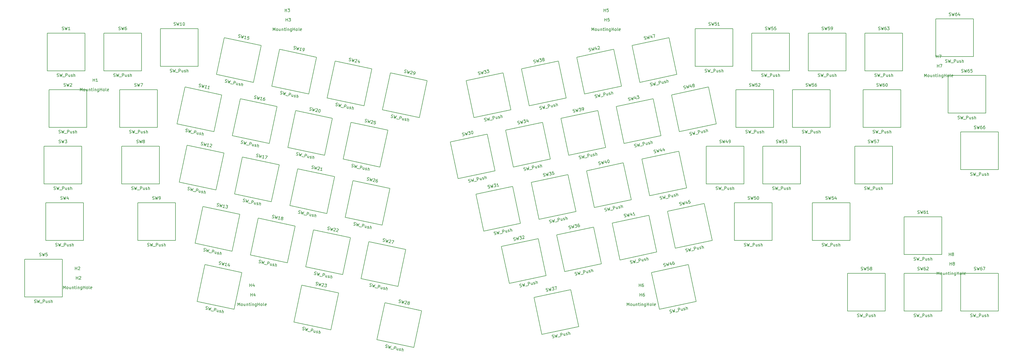
<source format=gbr>
G04 #@! TF.GenerationSoftware,KiCad,Pcbnew,(5.1.7)-1*
G04 #@! TF.CreationDate,2020-10-24T21:34:07+07:00*
G04 #@! TF.ProjectId,arisu,61726973-752e-46b6-9963-61645f706362,1.1*
G04 #@! TF.SameCoordinates,Original*
G04 #@! TF.FileFunction,Other,Fab,Top*
%FSLAX46Y46*%
G04 Gerber Fmt 4.6, Leading zero omitted, Abs format (unit mm)*
G04 Created by KiCad (PCBNEW (5.1.7)-1) date 2020-10-24 21:34:07*
%MOMM*%
%LPD*%
G01*
G04 APERTURE LIST*
%ADD10C,0.150000*%
G04 APERTURE END LIST*
D10*
X40990000Y-45070000D02*
X40990000Y-32370000D01*
X53690000Y-45070000D02*
X40990000Y-45070000D01*
X53690000Y-32370000D02*
X53690000Y-45070000D01*
X40990000Y-32370000D02*
X53690000Y-32370000D01*
X41590000Y-51420000D02*
X54290000Y-51420000D01*
X54290000Y-51420000D02*
X54290000Y-64120000D01*
X54290000Y-64120000D02*
X41590000Y-64120000D01*
X41590000Y-64120000D02*
X41590000Y-51420000D01*
X39906250Y-70470000D02*
X52606250Y-70470000D01*
X52606250Y-70470000D02*
X52606250Y-83170000D01*
X52606250Y-83170000D02*
X39906250Y-83170000D01*
X39906250Y-83170000D02*
X39906250Y-70470000D01*
X40493750Y-89520000D02*
X53193750Y-89520000D01*
X53193750Y-89520000D02*
X53193750Y-102220000D01*
X53193750Y-102220000D02*
X40493750Y-102220000D01*
X40493750Y-102220000D02*
X40493750Y-89520000D01*
X33360000Y-108570000D02*
X46060000Y-108570000D01*
X46060000Y-108570000D02*
X46060000Y-121270000D01*
X46060000Y-121270000D02*
X33360000Y-121270000D01*
X33360000Y-121270000D02*
X33360000Y-108570000D01*
X60040000Y-45070000D02*
X60040000Y-32370000D01*
X72740000Y-45070000D02*
X60040000Y-45070000D01*
X72740000Y-32370000D02*
X72740000Y-45070000D01*
X60040000Y-32370000D02*
X72740000Y-32370000D01*
X65400000Y-64120000D02*
X65400000Y-51420000D01*
X78100000Y-64120000D02*
X65400000Y-64120000D01*
X78100000Y-51420000D02*
X78100000Y-64120000D01*
X65400000Y-51420000D02*
X78100000Y-51420000D01*
X66100000Y-83170000D02*
X66100000Y-70470000D01*
X78800000Y-83170000D02*
X66100000Y-83170000D01*
X78800000Y-70470000D02*
X78800000Y-83170000D01*
X66100000Y-70470000D02*
X78800000Y-70470000D01*
X71450000Y-102220000D02*
X71450000Y-89520000D01*
X84150000Y-102220000D02*
X71450000Y-102220000D01*
X84150000Y-89520000D02*
X84150000Y-102220000D01*
X71450000Y-89520000D02*
X84150000Y-89520000D01*
X79090000Y-43569615D02*
X79090000Y-30869615D01*
X91790000Y-43569615D02*
X79090000Y-43569615D01*
X91790000Y-30869615D02*
X91790000Y-43569615D01*
X79090000Y-30869615D02*
X91790000Y-30869615D01*
X84720872Y-62984837D02*
X87361350Y-50562362D01*
X97143346Y-65625315D02*
X84720872Y-62984837D01*
X99783825Y-53202841D02*
X97143346Y-65625315D01*
X87361350Y-50562362D02*
X99783825Y-53202841D01*
X85418539Y-82608730D02*
X88059017Y-70186255D01*
X97841013Y-85249208D02*
X85418539Y-82608730D01*
X100481492Y-72826734D02*
X97841013Y-85249208D01*
X88059017Y-70186255D02*
X100481492Y-72826734D01*
X90774621Y-103222799D02*
X93415099Y-90800324D01*
X103197095Y-105863277D02*
X90774621Y-103222799D01*
X105837574Y-93440803D02*
X103197095Y-105863277D01*
X93415099Y-90800324D02*
X105837574Y-93440803D01*
X94112800Y-110424213D02*
X106535274Y-113064691D01*
X106535274Y-113064691D02*
X103894796Y-125487166D01*
X103894796Y-125487166D02*
X91472321Y-122846687D01*
X91472321Y-122846687D02*
X94112800Y-110424213D01*
X97998530Y-46331494D02*
X100639008Y-33909019D01*
X110421004Y-48971972D02*
X97998530Y-46331494D01*
X113061484Y-36549498D02*
X110421004Y-48971972D01*
X100639008Y-33909019D02*
X113061484Y-36549498D01*
X103354582Y-66945563D02*
X105995060Y-54523088D01*
X115777056Y-69586041D02*
X103354582Y-66945563D01*
X118417535Y-57163567D02*
X115777056Y-69586041D01*
X105995060Y-54523088D02*
X118417535Y-57163567D01*
X104052249Y-86569457D02*
X106692727Y-74146982D01*
X116474723Y-89209935D02*
X104052249Y-86569457D01*
X119115202Y-76787461D02*
X116474723Y-89209935D01*
X106692727Y-74146982D02*
X119115202Y-76787461D01*
X109408331Y-107183525D02*
X112048809Y-94761050D01*
X121830805Y-109824003D02*
X109408331Y-107183525D01*
X124471284Y-97401529D02*
X121830805Y-109824003D01*
X112048809Y-94761050D02*
X124471284Y-97401529D01*
X116632241Y-50292212D02*
X119272719Y-37869737D01*
X129054715Y-52932690D02*
X116632241Y-50292212D01*
X131695194Y-40510216D02*
X129054715Y-52932690D01*
X119272719Y-37869737D02*
X131695194Y-40510216D01*
X121988292Y-70906290D02*
X124628770Y-58483815D01*
X134410766Y-73546768D02*
X121988292Y-70906290D01*
X137051245Y-61124294D02*
X134410766Y-73546768D01*
X124628770Y-58483815D02*
X137051245Y-61124294D01*
X122685959Y-90530184D02*
X125326437Y-78107709D01*
X135108433Y-93170662D02*
X122685959Y-90530184D01*
X137748912Y-80748188D02*
X135108433Y-93170662D01*
X125326437Y-78107709D02*
X137748912Y-80748188D01*
X128042040Y-111144252D02*
X130682518Y-98721777D01*
X140464514Y-113784730D02*
X128042040Y-111144252D01*
X143104993Y-101362256D02*
X140464514Y-113784730D01*
X130682518Y-98721777D02*
X143104993Y-101362256D01*
X126721791Y-117355465D02*
X139144265Y-119995944D01*
X139144265Y-119995944D02*
X136503787Y-132418418D01*
X136503787Y-132418418D02*
X124081312Y-129777940D01*
X124081312Y-129777940D02*
X126721791Y-117355465D01*
X135265953Y-54252930D02*
X137906431Y-41830455D01*
X147688427Y-56893408D02*
X135265953Y-54252930D01*
X150328906Y-44470934D02*
X147688427Y-56893408D01*
X137906431Y-41830455D02*
X150328906Y-44470934D01*
X140622002Y-74867017D02*
X143262480Y-62444542D01*
X153044476Y-77507495D02*
X140622002Y-74867017D01*
X155684955Y-65085021D02*
X153044476Y-77507495D01*
X143262480Y-62444542D02*
X155684955Y-65085021D01*
X141319669Y-94490911D02*
X143960147Y-82068436D01*
X153742143Y-97131389D02*
X141319669Y-94490911D01*
X156382622Y-84708915D02*
X153742143Y-97131389D01*
X143960147Y-82068436D02*
X156382622Y-84708915D01*
X146675750Y-115104979D02*
X149316228Y-102682504D01*
X159098224Y-117745457D02*
X146675750Y-115104979D01*
X161738703Y-105322983D02*
X159098224Y-117745457D01*
X149316228Y-102682504D02*
X161738703Y-105322983D01*
X152031887Y-135719008D02*
X154672365Y-123296533D01*
X164454361Y-138359486D02*
X152031887Y-135719008D01*
X167094840Y-125937012D02*
X164454361Y-138359486D01*
X154672365Y-123296533D02*
X167094840Y-125937012D01*
X153899665Y-58213647D02*
X156540143Y-45791172D01*
X166322139Y-60854125D02*
X153899665Y-58213647D01*
X168962618Y-48431651D02*
X166322139Y-60854125D01*
X156540143Y-45791172D02*
X168962618Y-48431651D01*
X179341640Y-81467501D02*
X176701161Y-69045026D01*
X191764114Y-78827022D02*
X179341640Y-81467501D01*
X189123636Y-66404548D02*
X191764114Y-78827022D01*
X176701161Y-69045026D02*
X189123636Y-66404548D01*
X187960761Y-99111053D02*
X185320282Y-86688578D01*
X200383235Y-96470574D02*
X187960761Y-99111053D01*
X197742757Y-84048100D02*
X200383235Y-96470574D01*
X185320282Y-86688578D02*
X197742757Y-84048100D01*
X196579882Y-116754605D02*
X193939403Y-104332130D01*
X209002356Y-114114126D02*
X196579882Y-116754605D01*
X206361878Y-101691652D02*
X209002356Y-114114126D01*
X193939403Y-104332130D02*
X206361878Y-101691652D01*
X184697867Y-60853402D02*
X182057388Y-48430927D01*
X197120341Y-58212923D02*
X184697867Y-60853402D01*
X194479863Y-45790449D02*
X197120341Y-58212923D01*
X182057388Y-48430927D02*
X194479863Y-45790449D01*
X197975351Y-77506783D02*
X195334872Y-65084308D01*
X210397825Y-74866304D02*
X197975351Y-77506783D01*
X207757347Y-62443830D02*
X210397825Y-74866304D01*
X195334872Y-65084308D02*
X207757347Y-62443830D01*
X206594472Y-95150335D02*
X203953993Y-82727860D01*
X219016946Y-92509856D02*
X206594472Y-95150335D01*
X216376468Y-80087382D02*
X219016946Y-92509856D01*
X203953993Y-82727860D02*
X216376468Y-80087382D01*
X215213594Y-112793887D02*
X212573115Y-100371412D01*
X227636068Y-110153408D02*
X215213594Y-112793887D01*
X224995590Y-97730934D02*
X227636068Y-110153408D01*
X212573115Y-100371412D02*
X224995590Y-97730934D01*
X204887789Y-121480540D02*
X217310264Y-118840063D01*
X217310264Y-118840063D02*
X219950742Y-131262536D01*
X219950742Y-131262536D02*
X207528268Y-133903016D01*
X207528268Y-133903016D02*
X204887789Y-121480540D01*
X203331579Y-56892684D02*
X200691100Y-44470209D01*
X215754053Y-54252205D02*
X203331579Y-56892684D01*
X213113575Y-41829731D02*
X215754053Y-54252205D01*
X200691100Y-44470209D02*
X213113575Y-41829731D01*
X216609063Y-73546066D02*
X213968584Y-61123591D01*
X229031537Y-70905587D02*
X216609063Y-73546066D01*
X226391059Y-58483113D02*
X229031537Y-70905587D01*
X213968584Y-61123591D02*
X226391059Y-58483113D01*
X225228184Y-91189618D02*
X222587705Y-78767143D01*
X237650658Y-88549139D02*
X225228184Y-91189618D01*
X235010180Y-76126665D02*
X237650658Y-88549139D01*
X222587705Y-78767143D02*
X235010180Y-76126665D01*
X233847305Y-108833170D02*
X231206826Y-96410695D01*
X246269779Y-106192691D02*
X233847305Y-108833170D01*
X243629301Y-93770217D02*
X246269779Y-106192691D01*
X231206826Y-96410695D02*
X243629301Y-93770217D01*
X221965291Y-52931967D02*
X219324812Y-40509492D01*
X234387765Y-50291488D02*
X221965291Y-52931967D01*
X231747287Y-37869014D02*
X234387765Y-50291488D01*
X219324812Y-40509492D02*
X231747287Y-37869014D01*
X235242775Y-69585348D02*
X232602296Y-57162873D01*
X247665249Y-66944869D02*
X235242775Y-69585348D01*
X245024771Y-54522395D02*
X247665249Y-66944869D01*
X232602296Y-57162873D02*
X245024771Y-54522395D01*
X243861896Y-87228900D02*
X241221417Y-74806425D01*
X256284370Y-84588421D02*
X243861896Y-87228900D01*
X253643892Y-72165947D02*
X256284370Y-84588421D01*
X241221417Y-74806425D02*
X253643892Y-72165947D01*
X252481017Y-104872452D02*
X249840538Y-92449977D01*
X264903491Y-102231973D02*
X252481017Y-104872452D01*
X262263013Y-89809499D02*
X264903491Y-102231973D01*
X249840538Y-92449977D02*
X262263013Y-89809499D01*
X244484425Y-113064028D02*
X256906900Y-110423549D01*
X256906900Y-110423549D02*
X259547378Y-122846024D01*
X259547378Y-122846024D02*
X247124904Y-125486502D01*
X247124904Y-125486502D02*
X244484425Y-113064028D01*
X240599002Y-48971249D02*
X237958523Y-36548774D01*
X253021476Y-46330770D02*
X240599002Y-48971249D01*
X250380998Y-33908296D02*
X253021476Y-46330770D01*
X237958523Y-36548774D02*
X250380998Y-33908296D01*
X253876487Y-65624630D02*
X251236008Y-53202155D01*
X266298961Y-62984151D02*
X253876487Y-65624630D01*
X263658483Y-50561677D02*
X266298961Y-62984151D01*
X251236008Y-53202155D02*
X263658483Y-50561677D01*
X262900000Y-83170000D02*
X262900000Y-70470000D01*
X275600000Y-83170000D02*
X262900000Y-83170000D01*
X275600000Y-70470000D02*
X275600000Y-83170000D01*
X262900000Y-70470000D02*
X275600000Y-70470000D01*
X272425019Y-102219998D02*
X272425019Y-89519998D01*
X285125019Y-102219998D02*
X272425019Y-102219998D01*
X285125019Y-89519998D02*
X285125019Y-102219998D01*
X272425019Y-89519998D02*
X285125019Y-89519998D01*
X259220000Y-43569615D02*
X259220000Y-30869615D01*
X271920000Y-43569615D02*
X259220000Y-43569615D01*
X271920000Y-30869615D02*
X271920000Y-43569615D01*
X259220000Y-30869615D02*
X271920000Y-30869615D01*
X272910000Y-64120000D02*
X272910000Y-51420000D01*
X285610000Y-64120000D02*
X272910000Y-64120000D01*
X285610000Y-51420000D02*
X285610000Y-64120000D01*
X272910000Y-51420000D02*
X285610000Y-51420000D01*
X281950000Y-83170000D02*
X281950000Y-70470000D01*
X294650000Y-83170000D02*
X281950000Y-83170000D01*
X294650000Y-70470000D02*
X294650000Y-83170000D01*
X281950000Y-70470000D02*
X294650000Y-70470000D01*
X298618769Y-89519998D02*
X311318769Y-89519998D01*
X311318769Y-89519998D02*
X311318769Y-102219998D01*
X311318769Y-102219998D02*
X298618769Y-102219998D01*
X298618769Y-102219998D02*
X298618769Y-89519998D01*
X278270000Y-45070000D02*
X278270000Y-32370000D01*
X290970000Y-45070000D02*
X278270000Y-45070000D01*
X290970000Y-32370000D02*
X290970000Y-45070000D01*
X278270000Y-32370000D02*
X290970000Y-32370000D01*
X291960000Y-64120000D02*
X291960000Y-51420000D01*
X304660000Y-64120000D02*
X291960000Y-64120000D01*
X304660000Y-51420000D02*
X304660000Y-64120000D01*
X291960000Y-51420000D02*
X304660000Y-51420000D01*
X312906250Y-70470000D02*
X325606250Y-70470000D01*
X325606250Y-70470000D02*
X325606250Y-83170000D01*
X325606250Y-83170000D02*
X312906250Y-83170000D01*
X312906250Y-83170000D02*
X312906250Y-70470000D01*
X310524949Y-126032503D02*
X310524949Y-113332503D01*
X323224949Y-126032503D02*
X310524949Y-126032503D01*
X323224949Y-113332503D02*
X323224949Y-126032503D01*
X310524949Y-113332503D02*
X323224949Y-113332503D01*
X297320000Y-45070000D02*
X297320000Y-32370000D01*
X310020000Y-45070000D02*
X297320000Y-45070000D01*
X310020000Y-32370000D02*
X310020000Y-45070000D01*
X297320000Y-32370000D02*
X310020000Y-32370000D01*
X315780000Y-51420000D02*
X328480000Y-51420000D01*
X328480000Y-51420000D02*
X328480000Y-64120000D01*
X328480000Y-64120000D02*
X315780000Y-64120000D01*
X315780000Y-64120000D02*
X315780000Y-51420000D01*
X329574949Y-106982503D02*
X329574949Y-94282503D01*
X342274949Y-106982503D02*
X329574949Y-106982503D01*
X342274949Y-94282503D02*
X342274949Y-106982503D01*
X329574949Y-94282503D02*
X342274949Y-94282503D01*
X329574949Y-126032503D02*
X329574949Y-113332503D01*
X342274949Y-126032503D02*
X329574949Y-126032503D01*
X342274949Y-113332503D02*
X342274949Y-126032503D01*
X329574949Y-113332503D02*
X342274949Y-113332503D01*
X316370000Y-45070000D02*
X316370000Y-32370000D01*
X329070000Y-45070000D02*
X316370000Y-45070000D01*
X329070000Y-32370000D02*
X329070000Y-45070000D01*
X316370000Y-32370000D02*
X329070000Y-32370000D01*
X340182542Y-40307509D02*
X340182542Y-27607509D01*
X352882542Y-40307509D02*
X340182542Y-40307509D01*
X352882542Y-27607509D02*
X352882542Y-40307509D01*
X340182542Y-27607509D02*
X352882542Y-27607509D01*
X344355000Y-59357516D02*
X344355000Y-46657516D01*
X357055000Y-59357516D02*
X344355000Y-59357516D01*
X357055000Y-46657516D02*
X357055000Y-59357516D01*
X344355000Y-46657516D02*
X357055000Y-46657516D01*
X348624949Y-78407519D02*
X348624949Y-65707519D01*
X361324949Y-78407519D02*
X348624949Y-78407519D01*
X361324949Y-65707519D02*
X361324949Y-78407519D01*
X348624949Y-65707519D02*
X361324949Y-65707519D01*
X348624949Y-126032503D02*
X348624949Y-113332503D01*
X361324949Y-126032503D02*
X348624949Y-126032503D01*
X361324949Y-113332503D02*
X361324949Y-126032503D01*
X348624949Y-113332503D02*
X361324949Y-113332503D01*
X240298361Y-117861100D02*
X240298361Y-116861100D01*
X240298361Y-117337291D02*
X240869789Y-117337291D01*
X240869789Y-117861100D02*
X240869789Y-116861100D01*
X241774551Y-116861100D02*
X241584075Y-116861100D01*
X241488837Y-116908720D01*
X241441218Y-116956339D01*
X241345980Y-117099196D01*
X241298361Y-117289672D01*
X241298361Y-117670624D01*
X241345980Y-117765862D01*
X241393599Y-117813481D01*
X241488837Y-117861100D01*
X241679313Y-117861100D01*
X241774551Y-117813481D01*
X241822170Y-117765862D01*
X241869789Y-117670624D01*
X241869789Y-117432529D01*
X241822170Y-117337291D01*
X241774551Y-117289672D01*
X241679313Y-117242053D01*
X241488837Y-117242053D01*
X241393599Y-117289672D01*
X241345980Y-117337291D01*
X241298361Y-117432529D01*
X236274551Y-124261100D02*
X236274551Y-123261100D01*
X236607885Y-123975386D01*
X236941218Y-123261100D01*
X236941218Y-124261100D01*
X237560266Y-124261100D02*
X237465027Y-124213481D01*
X237417408Y-124165862D01*
X237369789Y-124070624D01*
X237369789Y-123784910D01*
X237417408Y-123689672D01*
X237465027Y-123642053D01*
X237560266Y-123594434D01*
X237703123Y-123594434D01*
X237798361Y-123642053D01*
X237845980Y-123689672D01*
X237893599Y-123784910D01*
X237893599Y-124070624D01*
X237845980Y-124165862D01*
X237798361Y-124213481D01*
X237703123Y-124261100D01*
X237560266Y-124261100D01*
X238750742Y-123594434D02*
X238750742Y-124261100D01*
X238322170Y-123594434D02*
X238322170Y-124118243D01*
X238369789Y-124213481D01*
X238465027Y-124261100D01*
X238607885Y-124261100D01*
X238703123Y-124213481D01*
X238750742Y-124165862D01*
X239226932Y-123594434D02*
X239226932Y-124261100D01*
X239226932Y-123689672D02*
X239274551Y-123642053D01*
X239369789Y-123594434D01*
X239512646Y-123594434D01*
X239607885Y-123642053D01*
X239655504Y-123737291D01*
X239655504Y-124261100D01*
X239988837Y-123594434D02*
X240369789Y-123594434D01*
X240131694Y-123261100D02*
X240131694Y-124118243D01*
X240179313Y-124213481D01*
X240274551Y-124261100D01*
X240369789Y-124261100D01*
X240703123Y-124261100D02*
X240703123Y-123594434D01*
X240703123Y-123261100D02*
X240655504Y-123308720D01*
X240703123Y-123356339D01*
X240750742Y-123308720D01*
X240703123Y-123261100D01*
X240703123Y-123356339D01*
X241179313Y-123594434D02*
X241179313Y-124261100D01*
X241179313Y-123689672D02*
X241226932Y-123642053D01*
X241322170Y-123594434D01*
X241465027Y-123594434D01*
X241560266Y-123642053D01*
X241607885Y-123737291D01*
X241607885Y-124261100D01*
X242512646Y-123594434D02*
X242512646Y-124403958D01*
X242465027Y-124499196D01*
X242417408Y-124546815D01*
X242322170Y-124594434D01*
X242179313Y-124594434D01*
X242084075Y-124546815D01*
X242512646Y-124213481D02*
X242417408Y-124261100D01*
X242226932Y-124261100D01*
X242131694Y-124213481D01*
X242084075Y-124165862D01*
X242036456Y-124070624D01*
X242036456Y-123784910D01*
X242084075Y-123689672D01*
X242131694Y-123642053D01*
X242226932Y-123594434D01*
X242417408Y-123594434D01*
X242512646Y-123642053D01*
X242988837Y-124261100D02*
X242988837Y-123261100D01*
X242988837Y-123737291D02*
X243560266Y-123737291D01*
X243560266Y-124261100D02*
X243560266Y-123261100D01*
X244179313Y-124261100D02*
X244084075Y-124213481D01*
X244036456Y-124165862D01*
X243988837Y-124070624D01*
X243988837Y-123784910D01*
X244036456Y-123689672D01*
X244084075Y-123642053D01*
X244179313Y-123594434D01*
X244322170Y-123594434D01*
X244417408Y-123642053D01*
X244465027Y-123689672D01*
X244512646Y-123784910D01*
X244512646Y-124070624D01*
X244465027Y-124165862D01*
X244417408Y-124213481D01*
X244322170Y-124261100D01*
X244179313Y-124261100D01*
X245084075Y-124261100D02*
X244988837Y-124213481D01*
X244941218Y-124118243D01*
X244941218Y-123261100D01*
X245845980Y-124213481D02*
X245750742Y-124261100D01*
X245560266Y-124261100D01*
X245465027Y-124213481D01*
X245417408Y-124118243D01*
X245417408Y-123737291D01*
X245465027Y-123642053D01*
X245560266Y-123594434D01*
X245750742Y-123594434D01*
X245845980Y-123642053D01*
X245893599Y-123737291D01*
X245893599Y-123832529D01*
X245417408Y-123927767D01*
X240598361Y-121061100D02*
X240598361Y-120061100D01*
X240598361Y-120537291D02*
X241169789Y-120537291D01*
X241169789Y-121061100D02*
X241169789Y-120061100D01*
X242074551Y-120061100D02*
X241884075Y-120061100D01*
X241788837Y-120108720D01*
X241741218Y-120156339D01*
X241645980Y-120299196D01*
X241598361Y-120489672D01*
X241598361Y-120870624D01*
X241645980Y-120965862D01*
X241693599Y-121013481D01*
X241788837Y-121061100D01*
X241979313Y-121061100D01*
X242074551Y-121013481D01*
X242122170Y-120965862D01*
X242169789Y-120870624D01*
X242169789Y-120632529D01*
X242122170Y-120537291D01*
X242074551Y-120489672D01*
X241979313Y-120442053D01*
X241788837Y-120442053D01*
X241693599Y-120489672D01*
X241645980Y-120537291D01*
X241598361Y-120632529D01*
X344688044Y-107409883D02*
X344688044Y-106409883D01*
X344688044Y-106886074D02*
X345259472Y-106886074D01*
X345259472Y-107409883D02*
X345259472Y-106409883D01*
X345878520Y-106838455D02*
X345783282Y-106790836D01*
X345735663Y-106743217D01*
X345688044Y-106647979D01*
X345688044Y-106600360D01*
X345735663Y-106505122D01*
X345783282Y-106457503D01*
X345878520Y-106409883D01*
X346068996Y-106409883D01*
X346164234Y-106457503D01*
X346211853Y-106505122D01*
X346259472Y-106600360D01*
X346259472Y-106647979D01*
X346211853Y-106743217D01*
X346164234Y-106790836D01*
X346068996Y-106838455D01*
X345878520Y-106838455D01*
X345783282Y-106886074D01*
X345735663Y-106933693D01*
X345688044Y-107028931D01*
X345688044Y-107219407D01*
X345735663Y-107314645D01*
X345783282Y-107362264D01*
X345878520Y-107409883D01*
X346068996Y-107409883D01*
X346164234Y-107362264D01*
X346211853Y-107314645D01*
X346259472Y-107219407D01*
X346259472Y-107028931D01*
X346211853Y-106933693D01*
X346164234Y-106886074D01*
X346068996Y-106838455D01*
X340664234Y-113809883D02*
X340664234Y-112809883D01*
X340997568Y-113524169D01*
X341330901Y-112809883D01*
X341330901Y-113809883D01*
X341949949Y-113809883D02*
X341854710Y-113762264D01*
X341807091Y-113714645D01*
X341759472Y-113619407D01*
X341759472Y-113333693D01*
X341807091Y-113238455D01*
X341854710Y-113190836D01*
X341949949Y-113143217D01*
X342092806Y-113143217D01*
X342188044Y-113190836D01*
X342235663Y-113238455D01*
X342283282Y-113333693D01*
X342283282Y-113619407D01*
X342235663Y-113714645D01*
X342188044Y-113762264D01*
X342092806Y-113809883D01*
X341949949Y-113809883D01*
X343140425Y-113143217D02*
X343140425Y-113809883D01*
X342711853Y-113143217D02*
X342711853Y-113667026D01*
X342759472Y-113762264D01*
X342854710Y-113809883D01*
X342997568Y-113809883D01*
X343092806Y-113762264D01*
X343140425Y-113714645D01*
X343616615Y-113143217D02*
X343616615Y-113809883D01*
X343616615Y-113238455D02*
X343664234Y-113190836D01*
X343759472Y-113143217D01*
X343902329Y-113143217D01*
X343997568Y-113190836D01*
X344045187Y-113286074D01*
X344045187Y-113809883D01*
X344378520Y-113143217D02*
X344759472Y-113143217D01*
X344521377Y-112809883D02*
X344521377Y-113667026D01*
X344568996Y-113762264D01*
X344664234Y-113809883D01*
X344759472Y-113809883D01*
X345092806Y-113809883D02*
X345092806Y-113143217D01*
X345092806Y-112809883D02*
X345045187Y-112857503D01*
X345092806Y-112905122D01*
X345140425Y-112857503D01*
X345092806Y-112809883D01*
X345092806Y-112905122D01*
X345568996Y-113143217D02*
X345568996Y-113809883D01*
X345568996Y-113238455D02*
X345616615Y-113190836D01*
X345711853Y-113143217D01*
X345854710Y-113143217D01*
X345949949Y-113190836D01*
X345997568Y-113286074D01*
X345997568Y-113809883D01*
X346902329Y-113143217D02*
X346902329Y-113952741D01*
X346854710Y-114047979D01*
X346807091Y-114095598D01*
X346711853Y-114143217D01*
X346568996Y-114143217D01*
X346473758Y-114095598D01*
X346902329Y-113762264D02*
X346807091Y-113809883D01*
X346616615Y-113809883D01*
X346521377Y-113762264D01*
X346473758Y-113714645D01*
X346426139Y-113619407D01*
X346426139Y-113333693D01*
X346473758Y-113238455D01*
X346521377Y-113190836D01*
X346616615Y-113143217D01*
X346807091Y-113143217D01*
X346902329Y-113190836D01*
X347378520Y-113809883D02*
X347378520Y-112809883D01*
X347378520Y-113286074D02*
X347949949Y-113286074D01*
X347949949Y-113809883D02*
X347949949Y-112809883D01*
X348568996Y-113809883D02*
X348473758Y-113762264D01*
X348426139Y-113714645D01*
X348378520Y-113619407D01*
X348378520Y-113333693D01*
X348426139Y-113238455D01*
X348473758Y-113190836D01*
X348568996Y-113143217D01*
X348711853Y-113143217D01*
X348807091Y-113190836D01*
X348854710Y-113238455D01*
X348902329Y-113333693D01*
X348902329Y-113619407D01*
X348854710Y-113714645D01*
X348807091Y-113762264D01*
X348711853Y-113809883D01*
X348568996Y-113809883D01*
X349473758Y-113809883D02*
X349378520Y-113762264D01*
X349330901Y-113667026D01*
X349330901Y-112809883D01*
X350235663Y-113762264D02*
X350140425Y-113809883D01*
X349949949Y-113809883D01*
X349854710Y-113762264D01*
X349807091Y-113667026D01*
X349807091Y-113286074D01*
X349854710Y-113190836D01*
X349949949Y-113143217D01*
X350140425Y-113143217D01*
X350235663Y-113190836D01*
X350283282Y-113286074D01*
X350283282Y-113381312D01*
X349807091Y-113476550D01*
X344988044Y-110609883D02*
X344988044Y-109609883D01*
X344988044Y-110086074D02*
X345559472Y-110086074D01*
X345559472Y-110609883D02*
X345559472Y-109609883D01*
X346178520Y-110038455D02*
X346083282Y-109990836D01*
X346035663Y-109943217D01*
X345988044Y-109847979D01*
X345988044Y-109800360D01*
X346035663Y-109705122D01*
X346083282Y-109657503D01*
X346178520Y-109609883D01*
X346368996Y-109609883D01*
X346464234Y-109657503D01*
X346511853Y-109705122D01*
X346559472Y-109800360D01*
X346559472Y-109847979D01*
X346511853Y-109943217D01*
X346464234Y-109990836D01*
X346368996Y-110038455D01*
X346178520Y-110038455D01*
X346083282Y-110086074D01*
X346035663Y-110133693D01*
X345988044Y-110228931D01*
X345988044Y-110419407D01*
X346035663Y-110514645D01*
X346083282Y-110562264D01*
X346178520Y-110609883D01*
X346368996Y-110609883D01*
X346464234Y-110562264D01*
X346511853Y-110514645D01*
X346559472Y-110419407D01*
X346559472Y-110228931D01*
X346511853Y-110133693D01*
X346464234Y-110086074D01*
X346368996Y-110038455D01*
X44292380Y-46998761D02*
X44435238Y-47046380D01*
X44673333Y-47046380D01*
X44768571Y-46998761D01*
X44816190Y-46951142D01*
X44863809Y-46855904D01*
X44863809Y-46760666D01*
X44816190Y-46665428D01*
X44768571Y-46617809D01*
X44673333Y-46570190D01*
X44482857Y-46522571D01*
X44387619Y-46474952D01*
X44340000Y-46427333D01*
X44292380Y-46332095D01*
X44292380Y-46236857D01*
X44340000Y-46141619D01*
X44387619Y-46094000D01*
X44482857Y-46046380D01*
X44720952Y-46046380D01*
X44863809Y-46094000D01*
X45197142Y-46046380D02*
X45435238Y-47046380D01*
X45625714Y-46332095D01*
X45816190Y-47046380D01*
X46054285Y-46046380D01*
X46197142Y-47141619D02*
X46959047Y-47141619D01*
X47197142Y-47046380D02*
X47197142Y-46046380D01*
X47578095Y-46046380D01*
X47673333Y-46094000D01*
X47720952Y-46141619D01*
X47768571Y-46236857D01*
X47768571Y-46379714D01*
X47720952Y-46474952D01*
X47673333Y-46522571D01*
X47578095Y-46570190D01*
X47197142Y-46570190D01*
X48625714Y-46379714D02*
X48625714Y-47046380D01*
X48197142Y-46379714D02*
X48197142Y-46903523D01*
X48244761Y-46998761D01*
X48340000Y-47046380D01*
X48482857Y-47046380D01*
X48578095Y-46998761D01*
X48625714Y-46951142D01*
X49054285Y-46998761D02*
X49149523Y-47046380D01*
X49340000Y-47046380D01*
X49435238Y-46998761D01*
X49482857Y-46903523D01*
X49482857Y-46855904D01*
X49435238Y-46760666D01*
X49340000Y-46713047D01*
X49197142Y-46713047D01*
X49101904Y-46665428D01*
X49054285Y-46570190D01*
X49054285Y-46522571D01*
X49101904Y-46427333D01*
X49197142Y-46379714D01*
X49340000Y-46379714D01*
X49435238Y-46427333D01*
X49911428Y-47046380D02*
X49911428Y-46046380D01*
X50340000Y-47046380D02*
X50340000Y-46522571D01*
X50292380Y-46427333D01*
X50197142Y-46379714D01*
X50054285Y-46379714D01*
X49959047Y-46427333D01*
X49911428Y-46474952D01*
X46006666Y-31250761D02*
X46149523Y-31298380D01*
X46387619Y-31298380D01*
X46482857Y-31250761D01*
X46530476Y-31203142D01*
X46578095Y-31107904D01*
X46578095Y-31012666D01*
X46530476Y-30917428D01*
X46482857Y-30869809D01*
X46387619Y-30822190D01*
X46197142Y-30774571D01*
X46101904Y-30726952D01*
X46054285Y-30679333D01*
X46006666Y-30584095D01*
X46006666Y-30488857D01*
X46054285Y-30393619D01*
X46101904Y-30346000D01*
X46197142Y-30298380D01*
X46435238Y-30298380D01*
X46578095Y-30346000D01*
X46911428Y-30298380D02*
X47149523Y-31298380D01*
X47340000Y-30584095D01*
X47530476Y-31298380D01*
X47768571Y-30298380D01*
X48673333Y-31298380D02*
X48101904Y-31298380D01*
X48387619Y-31298380D02*
X48387619Y-30298380D01*
X48292380Y-30441238D01*
X48197142Y-30536476D01*
X48101904Y-30584095D01*
X44892380Y-66048761D02*
X45035238Y-66096380D01*
X45273333Y-66096380D01*
X45368571Y-66048761D01*
X45416190Y-66001142D01*
X45463809Y-65905904D01*
X45463809Y-65810666D01*
X45416190Y-65715428D01*
X45368571Y-65667809D01*
X45273333Y-65620190D01*
X45082857Y-65572571D01*
X44987619Y-65524952D01*
X44940000Y-65477333D01*
X44892380Y-65382095D01*
X44892380Y-65286857D01*
X44940000Y-65191619D01*
X44987619Y-65144000D01*
X45082857Y-65096380D01*
X45320952Y-65096380D01*
X45463809Y-65144000D01*
X45797142Y-65096380D02*
X46035238Y-66096380D01*
X46225714Y-65382095D01*
X46416190Y-66096380D01*
X46654285Y-65096380D01*
X46797142Y-66191619D02*
X47559047Y-66191619D01*
X47797142Y-66096380D02*
X47797142Y-65096380D01*
X48178095Y-65096380D01*
X48273333Y-65144000D01*
X48320952Y-65191619D01*
X48368571Y-65286857D01*
X48368571Y-65429714D01*
X48320952Y-65524952D01*
X48273333Y-65572571D01*
X48178095Y-65620190D01*
X47797142Y-65620190D01*
X49225714Y-65429714D02*
X49225714Y-66096380D01*
X48797142Y-65429714D02*
X48797142Y-65953523D01*
X48844761Y-66048761D01*
X48940000Y-66096380D01*
X49082857Y-66096380D01*
X49178095Y-66048761D01*
X49225714Y-66001142D01*
X49654285Y-66048761D02*
X49749523Y-66096380D01*
X49940000Y-66096380D01*
X50035238Y-66048761D01*
X50082857Y-65953523D01*
X50082857Y-65905904D01*
X50035238Y-65810666D01*
X49940000Y-65763047D01*
X49797142Y-65763047D01*
X49701904Y-65715428D01*
X49654285Y-65620190D01*
X49654285Y-65572571D01*
X49701904Y-65477333D01*
X49797142Y-65429714D01*
X49940000Y-65429714D01*
X50035238Y-65477333D01*
X50511428Y-66096380D02*
X50511428Y-65096380D01*
X50940000Y-66096380D02*
X50940000Y-65572571D01*
X50892380Y-65477333D01*
X50797142Y-65429714D01*
X50654285Y-65429714D01*
X50559047Y-65477333D01*
X50511428Y-65524952D01*
X46606666Y-50300761D02*
X46749523Y-50348380D01*
X46987619Y-50348380D01*
X47082857Y-50300761D01*
X47130476Y-50253142D01*
X47178095Y-50157904D01*
X47178095Y-50062666D01*
X47130476Y-49967428D01*
X47082857Y-49919809D01*
X46987619Y-49872190D01*
X46797142Y-49824571D01*
X46701904Y-49776952D01*
X46654285Y-49729333D01*
X46606666Y-49634095D01*
X46606666Y-49538857D01*
X46654285Y-49443619D01*
X46701904Y-49396000D01*
X46797142Y-49348380D01*
X47035238Y-49348380D01*
X47178095Y-49396000D01*
X47511428Y-49348380D02*
X47749523Y-50348380D01*
X47940000Y-49634095D01*
X48130476Y-50348380D01*
X48368571Y-49348380D01*
X48701904Y-49443619D02*
X48749523Y-49396000D01*
X48844761Y-49348380D01*
X49082857Y-49348380D01*
X49178095Y-49396000D01*
X49225714Y-49443619D01*
X49273333Y-49538857D01*
X49273333Y-49634095D01*
X49225714Y-49776952D01*
X48654285Y-50348380D01*
X49273333Y-50348380D01*
X43208630Y-85098761D02*
X43351488Y-85146380D01*
X43589583Y-85146380D01*
X43684821Y-85098761D01*
X43732440Y-85051142D01*
X43780059Y-84955904D01*
X43780059Y-84860666D01*
X43732440Y-84765428D01*
X43684821Y-84717809D01*
X43589583Y-84670190D01*
X43399107Y-84622571D01*
X43303869Y-84574952D01*
X43256250Y-84527333D01*
X43208630Y-84432095D01*
X43208630Y-84336857D01*
X43256250Y-84241619D01*
X43303869Y-84194000D01*
X43399107Y-84146380D01*
X43637202Y-84146380D01*
X43780059Y-84194000D01*
X44113392Y-84146380D02*
X44351488Y-85146380D01*
X44541964Y-84432095D01*
X44732440Y-85146380D01*
X44970535Y-84146380D01*
X45113392Y-85241619D02*
X45875297Y-85241619D01*
X46113392Y-85146380D02*
X46113392Y-84146380D01*
X46494345Y-84146380D01*
X46589583Y-84194000D01*
X46637202Y-84241619D01*
X46684821Y-84336857D01*
X46684821Y-84479714D01*
X46637202Y-84574952D01*
X46589583Y-84622571D01*
X46494345Y-84670190D01*
X46113392Y-84670190D01*
X47541964Y-84479714D02*
X47541964Y-85146380D01*
X47113392Y-84479714D02*
X47113392Y-85003523D01*
X47161011Y-85098761D01*
X47256250Y-85146380D01*
X47399107Y-85146380D01*
X47494345Y-85098761D01*
X47541964Y-85051142D01*
X47970535Y-85098761D02*
X48065773Y-85146380D01*
X48256250Y-85146380D01*
X48351488Y-85098761D01*
X48399107Y-85003523D01*
X48399107Y-84955904D01*
X48351488Y-84860666D01*
X48256250Y-84813047D01*
X48113392Y-84813047D01*
X48018154Y-84765428D01*
X47970535Y-84670190D01*
X47970535Y-84622571D01*
X48018154Y-84527333D01*
X48113392Y-84479714D01*
X48256250Y-84479714D01*
X48351488Y-84527333D01*
X48827678Y-85146380D02*
X48827678Y-84146380D01*
X49256250Y-85146380D02*
X49256250Y-84622571D01*
X49208630Y-84527333D01*
X49113392Y-84479714D01*
X48970535Y-84479714D01*
X48875297Y-84527333D01*
X48827678Y-84574952D01*
X44922916Y-69350761D02*
X45065773Y-69398380D01*
X45303869Y-69398380D01*
X45399107Y-69350761D01*
X45446726Y-69303142D01*
X45494345Y-69207904D01*
X45494345Y-69112666D01*
X45446726Y-69017428D01*
X45399107Y-68969809D01*
X45303869Y-68922190D01*
X45113392Y-68874571D01*
X45018154Y-68826952D01*
X44970535Y-68779333D01*
X44922916Y-68684095D01*
X44922916Y-68588857D01*
X44970535Y-68493619D01*
X45018154Y-68446000D01*
X45113392Y-68398380D01*
X45351488Y-68398380D01*
X45494345Y-68446000D01*
X45827678Y-68398380D02*
X46065773Y-69398380D01*
X46256250Y-68684095D01*
X46446726Y-69398380D01*
X46684821Y-68398380D01*
X46970535Y-68398380D02*
X47589583Y-68398380D01*
X47256250Y-68779333D01*
X47399107Y-68779333D01*
X47494345Y-68826952D01*
X47541964Y-68874571D01*
X47589583Y-68969809D01*
X47589583Y-69207904D01*
X47541964Y-69303142D01*
X47494345Y-69350761D01*
X47399107Y-69398380D01*
X47113392Y-69398380D01*
X47018154Y-69350761D01*
X46970535Y-69303142D01*
X43796130Y-104148761D02*
X43938988Y-104196380D01*
X44177083Y-104196380D01*
X44272321Y-104148761D01*
X44319940Y-104101142D01*
X44367559Y-104005904D01*
X44367559Y-103910666D01*
X44319940Y-103815428D01*
X44272321Y-103767809D01*
X44177083Y-103720190D01*
X43986607Y-103672571D01*
X43891369Y-103624952D01*
X43843750Y-103577333D01*
X43796130Y-103482095D01*
X43796130Y-103386857D01*
X43843750Y-103291619D01*
X43891369Y-103244000D01*
X43986607Y-103196380D01*
X44224702Y-103196380D01*
X44367559Y-103244000D01*
X44700892Y-103196380D02*
X44938988Y-104196380D01*
X45129464Y-103482095D01*
X45319940Y-104196380D01*
X45558035Y-103196380D01*
X45700892Y-104291619D02*
X46462797Y-104291619D01*
X46700892Y-104196380D02*
X46700892Y-103196380D01*
X47081845Y-103196380D01*
X47177083Y-103244000D01*
X47224702Y-103291619D01*
X47272321Y-103386857D01*
X47272321Y-103529714D01*
X47224702Y-103624952D01*
X47177083Y-103672571D01*
X47081845Y-103720190D01*
X46700892Y-103720190D01*
X48129464Y-103529714D02*
X48129464Y-104196380D01*
X47700892Y-103529714D02*
X47700892Y-104053523D01*
X47748511Y-104148761D01*
X47843750Y-104196380D01*
X47986607Y-104196380D01*
X48081845Y-104148761D01*
X48129464Y-104101142D01*
X48558035Y-104148761D02*
X48653273Y-104196380D01*
X48843750Y-104196380D01*
X48938988Y-104148761D01*
X48986607Y-104053523D01*
X48986607Y-104005904D01*
X48938988Y-103910666D01*
X48843750Y-103863047D01*
X48700892Y-103863047D01*
X48605654Y-103815428D01*
X48558035Y-103720190D01*
X48558035Y-103672571D01*
X48605654Y-103577333D01*
X48700892Y-103529714D01*
X48843750Y-103529714D01*
X48938988Y-103577333D01*
X49415178Y-104196380D02*
X49415178Y-103196380D01*
X49843750Y-104196380D02*
X49843750Y-103672571D01*
X49796130Y-103577333D01*
X49700892Y-103529714D01*
X49558035Y-103529714D01*
X49462797Y-103577333D01*
X49415178Y-103624952D01*
X45510416Y-88400761D02*
X45653273Y-88448380D01*
X45891369Y-88448380D01*
X45986607Y-88400761D01*
X46034226Y-88353142D01*
X46081845Y-88257904D01*
X46081845Y-88162666D01*
X46034226Y-88067428D01*
X45986607Y-88019809D01*
X45891369Y-87972190D01*
X45700892Y-87924571D01*
X45605654Y-87876952D01*
X45558035Y-87829333D01*
X45510416Y-87734095D01*
X45510416Y-87638857D01*
X45558035Y-87543619D01*
X45605654Y-87496000D01*
X45700892Y-87448380D01*
X45938988Y-87448380D01*
X46081845Y-87496000D01*
X46415178Y-87448380D02*
X46653273Y-88448380D01*
X46843750Y-87734095D01*
X47034226Y-88448380D01*
X47272321Y-87448380D01*
X48081845Y-87781714D02*
X48081845Y-88448380D01*
X47843750Y-87400761D02*
X47605654Y-88115047D01*
X48224702Y-88115047D01*
X36662380Y-123198761D02*
X36805238Y-123246380D01*
X37043333Y-123246380D01*
X37138571Y-123198761D01*
X37186190Y-123151142D01*
X37233809Y-123055904D01*
X37233809Y-122960666D01*
X37186190Y-122865428D01*
X37138571Y-122817809D01*
X37043333Y-122770190D01*
X36852857Y-122722571D01*
X36757619Y-122674952D01*
X36710000Y-122627333D01*
X36662380Y-122532095D01*
X36662380Y-122436857D01*
X36710000Y-122341619D01*
X36757619Y-122294000D01*
X36852857Y-122246380D01*
X37090952Y-122246380D01*
X37233809Y-122294000D01*
X37567142Y-122246380D02*
X37805238Y-123246380D01*
X37995714Y-122532095D01*
X38186190Y-123246380D01*
X38424285Y-122246380D01*
X38567142Y-123341619D02*
X39329047Y-123341619D01*
X39567142Y-123246380D02*
X39567142Y-122246380D01*
X39948095Y-122246380D01*
X40043333Y-122294000D01*
X40090952Y-122341619D01*
X40138571Y-122436857D01*
X40138571Y-122579714D01*
X40090952Y-122674952D01*
X40043333Y-122722571D01*
X39948095Y-122770190D01*
X39567142Y-122770190D01*
X40995714Y-122579714D02*
X40995714Y-123246380D01*
X40567142Y-122579714D02*
X40567142Y-123103523D01*
X40614761Y-123198761D01*
X40710000Y-123246380D01*
X40852857Y-123246380D01*
X40948095Y-123198761D01*
X40995714Y-123151142D01*
X41424285Y-123198761D02*
X41519523Y-123246380D01*
X41710000Y-123246380D01*
X41805238Y-123198761D01*
X41852857Y-123103523D01*
X41852857Y-123055904D01*
X41805238Y-122960666D01*
X41710000Y-122913047D01*
X41567142Y-122913047D01*
X41471904Y-122865428D01*
X41424285Y-122770190D01*
X41424285Y-122722571D01*
X41471904Y-122627333D01*
X41567142Y-122579714D01*
X41710000Y-122579714D01*
X41805238Y-122627333D01*
X42281428Y-123246380D02*
X42281428Y-122246380D01*
X42710000Y-123246380D02*
X42710000Y-122722571D01*
X42662380Y-122627333D01*
X42567142Y-122579714D01*
X42424285Y-122579714D01*
X42329047Y-122627333D01*
X42281428Y-122674952D01*
X38376666Y-107450761D02*
X38519523Y-107498380D01*
X38757619Y-107498380D01*
X38852857Y-107450761D01*
X38900476Y-107403142D01*
X38948095Y-107307904D01*
X38948095Y-107212666D01*
X38900476Y-107117428D01*
X38852857Y-107069809D01*
X38757619Y-107022190D01*
X38567142Y-106974571D01*
X38471904Y-106926952D01*
X38424285Y-106879333D01*
X38376666Y-106784095D01*
X38376666Y-106688857D01*
X38424285Y-106593619D01*
X38471904Y-106546000D01*
X38567142Y-106498380D01*
X38805238Y-106498380D01*
X38948095Y-106546000D01*
X39281428Y-106498380D02*
X39519523Y-107498380D01*
X39710000Y-106784095D01*
X39900476Y-107498380D01*
X40138571Y-106498380D01*
X40995714Y-106498380D02*
X40519523Y-106498380D01*
X40471904Y-106974571D01*
X40519523Y-106926952D01*
X40614761Y-106879333D01*
X40852857Y-106879333D01*
X40948095Y-106926952D01*
X40995714Y-106974571D01*
X41043333Y-107069809D01*
X41043333Y-107307904D01*
X40995714Y-107403142D01*
X40948095Y-107450761D01*
X40852857Y-107498380D01*
X40614761Y-107498380D01*
X40519523Y-107450761D01*
X40471904Y-107403142D01*
X63342380Y-46998761D02*
X63485238Y-47046380D01*
X63723333Y-47046380D01*
X63818571Y-46998761D01*
X63866190Y-46951142D01*
X63913809Y-46855904D01*
X63913809Y-46760666D01*
X63866190Y-46665428D01*
X63818571Y-46617809D01*
X63723333Y-46570190D01*
X63532857Y-46522571D01*
X63437619Y-46474952D01*
X63390000Y-46427333D01*
X63342380Y-46332095D01*
X63342380Y-46236857D01*
X63390000Y-46141619D01*
X63437619Y-46094000D01*
X63532857Y-46046380D01*
X63770952Y-46046380D01*
X63913809Y-46094000D01*
X64247142Y-46046380D02*
X64485238Y-47046380D01*
X64675714Y-46332095D01*
X64866190Y-47046380D01*
X65104285Y-46046380D01*
X65247142Y-47141619D02*
X66009047Y-47141619D01*
X66247142Y-47046380D02*
X66247142Y-46046380D01*
X66628095Y-46046380D01*
X66723333Y-46094000D01*
X66770952Y-46141619D01*
X66818571Y-46236857D01*
X66818571Y-46379714D01*
X66770952Y-46474952D01*
X66723333Y-46522571D01*
X66628095Y-46570190D01*
X66247142Y-46570190D01*
X67675714Y-46379714D02*
X67675714Y-47046380D01*
X67247142Y-46379714D02*
X67247142Y-46903523D01*
X67294761Y-46998761D01*
X67390000Y-47046380D01*
X67532857Y-47046380D01*
X67628095Y-46998761D01*
X67675714Y-46951142D01*
X68104285Y-46998761D02*
X68199523Y-47046380D01*
X68390000Y-47046380D01*
X68485238Y-46998761D01*
X68532857Y-46903523D01*
X68532857Y-46855904D01*
X68485238Y-46760666D01*
X68390000Y-46713047D01*
X68247142Y-46713047D01*
X68151904Y-46665428D01*
X68104285Y-46570190D01*
X68104285Y-46522571D01*
X68151904Y-46427333D01*
X68247142Y-46379714D01*
X68390000Y-46379714D01*
X68485238Y-46427333D01*
X68961428Y-47046380D02*
X68961428Y-46046380D01*
X69390000Y-47046380D02*
X69390000Y-46522571D01*
X69342380Y-46427333D01*
X69247142Y-46379714D01*
X69104285Y-46379714D01*
X69009047Y-46427333D01*
X68961428Y-46474952D01*
X65056666Y-31250761D02*
X65199523Y-31298380D01*
X65437619Y-31298380D01*
X65532857Y-31250761D01*
X65580476Y-31203142D01*
X65628095Y-31107904D01*
X65628095Y-31012666D01*
X65580476Y-30917428D01*
X65532857Y-30869809D01*
X65437619Y-30822190D01*
X65247142Y-30774571D01*
X65151904Y-30726952D01*
X65104285Y-30679333D01*
X65056666Y-30584095D01*
X65056666Y-30488857D01*
X65104285Y-30393619D01*
X65151904Y-30346000D01*
X65247142Y-30298380D01*
X65485238Y-30298380D01*
X65628095Y-30346000D01*
X65961428Y-30298380D02*
X66199523Y-31298380D01*
X66390000Y-30584095D01*
X66580476Y-31298380D01*
X66818571Y-30298380D01*
X67628095Y-30298380D02*
X67437619Y-30298380D01*
X67342380Y-30346000D01*
X67294761Y-30393619D01*
X67199523Y-30536476D01*
X67151904Y-30726952D01*
X67151904Y-31107904D01*
X67199523Y-31203142D01*
X67247142Y-31250761D01*
X67342380Y-31298380D01*
X67532857Y-31298380D01*
X67628095Y-31250761D01*
X67675714Y-31203142D01*
X67723333Y-31107904D01*
X67723333Y-30869809D01*
X67675714Y-30774571D01*
X67628095Y-30726952D01*
X67532857Y-30679333D01*
X67342380Y-30679333D01*
X67247142Y-30726952D01*
X67199523Y-30774571D01*
X67151904Y-30869809D01*
X68702380Y-66048761D02*
X68845238Y-66096380D01*
X69083333Y-66096380D01*
X69178571Y-66048761D01*
X69226190Y-66001142D01*
X69273809Y-65905904D01*
X69273809Y-65810666D01*
X69226190Y-65715428D01*
X69178571Y-65667809D01*
X69083333Y-65620190D01*
X68892857Y-65572571D01*
X68797619Y-65524952D01*
X68750000Y-65477333D01*
X68702380Y-65382095D01*
X68702380Y-65286857D01*
X68750000Y-65191619D01*
X68797619Y-65144000D01*
X68892857Y-65096380D01*
X69130952Y-65096380D01*
X69273809Y-65144000D01*
X69607142Y-65096380D02*
X69845238Y-66096380D01*
X70035714Y-65382095D01*
X70226190Y-66096380D01*
X70464285Y-65096380D01*
X70607142Y-66191619D02*
X71369047Y-66191619D01*
X71607142Y-66096380D02*
X71607142Y-65096380D01*
X71988095Y-65096380D01*
X72083333Y-65144000D01*
X72130952Y-65191619D01*
X72178571Y-65286857D01*
X72178571Y-65429714D01*
X72130952Y-65524952D01*
X72083333Y-65572571D01*
X71988095Y-65620190D01*
X71607142Y-65620190D01*
X73035714Y-65429714D02*
X73035714Y-66096380D01*
X72607142Y-65429714D02*
X72607142Y-65953523D01*
X72654761Y-66048761D01*
X72750000Y-66096380D01*
X72892857Y-66096380D01*
X72988095Y-66048761D01*
X73035714Y-66001142D01*
X73464285Y-66048761D02*
X73559523Y-66096380D01*
X73750000Y-66096380D01*
X73845238Y-66048761D01*
X73892857Y-65953523D01*
X73892857Y-65905904D01*
X73845238Y-65810666D01*
X73750000Y-65763047D01*
X73607142Y-65763047D01*
X73511904Y-65715428D01*
X73464285Y-65620190D01*
X73464285Y-65572571D01*
X73511904Y-65477333D01*
X73607142Y-65429714D01*
X73750000Y-65429714D01*
X73845238Y-65477333D01*
X74321428Y-66096380D02*
X74321428Y-65096380D01*
X74750000Y-66096380D02*
X74750000Y-65572571D01*
X74702380Y-65477333D01*
X74607142Y-65429714D01*
X74464285Y-65429714D01*
X74369047Y-65477333D01*
X74321428Y-65524952D01*
X70416666Y-50300761D02*
X70559523Y-50348380D01*
X70797619Y-50348380D01*
X70892857Y-50300761D01*
X70940476Y-50253142D01*
X70988095Y-50157904D01*
X70988095Y-50062666D01*
X70940476Y-49967428D01*
X70892857Y-49919809D01*
X70797619Y-49872190D01*
X70607142Y-49824571D01*
X70511904Y-49776952D01*
X70464285Y-49729333D01*
X70416666Y-49634095D01*
X70416666Y-49538857D01*
X70464285Y-49443619D01*
X70511904Y-49396000D01*
X70607142Y-49348380D01*
X70845238Y-49348380D01*
X70988095Y-49396000D01*
X71321428Y-49348380D02*
X71559523Y-50348380D01*
X71750000Y-49634095D01*
X71940476Y-50348380D01*
X72178571Y-49348380D01*
X72464285Y-49348380D02*
X73130952Y-49348380D01*
X72702380Y-50348380D01*
X69402380Y-85098761D02*
X69545238Y-85146380D01*
X69783333Y-85146380D01*
X69878571Y-85098761D01*
X69926190Y-85051142D01*
X69973809Y-84955904D01*
X69973809Y-84860666D01*
X69926190Y-84765428D01*
X69878571Y-84717809D01*
X69783333Y-84670190D01*
X69592857Y-84622571D01*
X69497619Y-84574952D01*
X69450000Y-84527333D01*
X69402380Y-84432095D01*
X69402380Y-84336857D01*
X69450000Y-84241619D01*
X69497619Y-84194000D01*
X69592857Y-84146380D01*
X69830952Y-84146380D01*
X69973809Y-84194000D01*
X70307142Y-84146380D02*
X70545238Y-85146380D01*
X70735714Y-84432095D01*
X70926190Y-85146380D01*
X71164285Y-84146380D01*
X71307142Y-85241619D02*
X72069047Y-85241619D01*
X72307142Y-85146380D02*
X72307142Y-84146380D01*
X72688095Y-84146380D01*
X72783333Y-84194000D01*
X72830952Y-84241619D01*
X72878571Y-84336857D01*
X72878571Y-84479714D01*
X72830952Y-84574952D01*
X72783333Y-84622571D01*
X72688095Y-84670190D01*
X72307142Y-84670190D01*
X73735714Y-84479714D02*
X73735714Y-85146380D01*
X73307142Y-84479714D02*
X73307142Y-85003523D01*
X73354761Y-85098761D01*
X73450000Y-85146380D01*
X73592857Y-85146380D01*
X73688095Y-85098761D01*
X73735714Y-85051142D01*
X74164285Y-85098761D02*
X74259523Y-85146380D01*
X74450000Y-85146380D01*
X74545238Y-85098761D01*
X74592857Y-85003523D01*
X74592857Y-84955904D01*
X74545238Y-84860666D01*
X74450000Y-84813047D01*
X74307142Y-84813047D01*
X74211904Y-84765428D01*
X74164285Y-84670190D01*
X74164285Y-84622571D01*
X74211904Y-84527333D01*
X74307142Y-84479714D01*
X74450000Y-84479714D01*
X74545238Y-84527333D01*
X75021428Y-85146380D02*
X75021428Y-84146380D01*
X75450000Y-85146380D02*
X75450000Y-84622571D01*
X75402380Y-84527333D01*
X75307142Y-84479714D01*
X75164285Y-84479714D01*
X75069047Y-84527333D01*
X75021428Y-84574952D01*
X71116666Y-69350761D02*
X71259523Y-69398380D01*
X71497619Y-69398380D01*
X71592857Y-69350761D01*
X71640476Y-69303142D01*
X71688095Y-69207904D01*
X71688095Y-69112666D01*
X71640476Y-69017428D01*
X71592857Y-68969809D01*
X71497619Y-68922190D01*
X71307142Y-68874571D01*
X71211904Y-68826952D01*
X71164285Y-68779333D01*
X71116666Y-68684095D01*
X71116666Y-68588857D01*
X71164285Y-68493619D01*
X71211904Y-68446000D01*
X71307142Y-68398380D01*
X71545238Y-68398380D01*
X71688095Y-68446000D01*
X72021428Y-68398380D02*
X72259523Y-69398380D01*
X72450000Y-68684095D01*
X72640476Y-69398380D01*
X72878571Y-68398380D01*
X73402380Y-68826952D02*
X73307142Y-68779333D01*
X73259523Y-68731714D01*
X73211904Y-68636476D01*
X73211904Y-68588857D01*
X73259523Y-68493619D01*
X73307142Y-68446000D01*
X73402380Y-68398380D01*
X73592857Y-68398380D01*
X73688095Y-68446000D01*
X73735714Y-68493619D01*
X73783333Y-68588857D01*
X73783333Y-68636476D01*
X73735714Y-68731714D01*
X73688095Y-68779333D01*
X73592857Y-68826952D01*
X73402380Y-68826952D01*
X73307142Y-68874571D01*
X73259523Y-68922190D01*
X73211904Y-69017428D01*
X73211904Y-69207904D01*
X73259523Y-69303142D01*
X73307142Y-69350761D01*
X73402380Y-69398380D01*
X73592857Y-69398380D01*
X73688095Y-69350761D01*
X73735714Y-69303142D01*
X73783333Y-69207904D01*
X73783333Y-69017428D01*
X73735714Y-68922190D01*
X73688095Y-68874571D01*
X73592857Y-68826952D01*
X74752380Y-104148761D02*
X74895238Y-104196380D01*
X75133333Y-104196380D01*
X75228571Y-104148761D01*
X75276190Y-104101142D01*
X75323809Y-104005904D01*
X75323809Y-103910666D01*
X75276190Y-103815428D01*
X75228571Y-103767809D01*
X75133333Y-103720190D01*
X74942857Y-103672571D01*
X74847619Y-103624952D01*
X74800000Y-103577333D01*
X74752380Y-103482095D01*
X74752380Y-103386857D01*
X74800000Y-103291619D01*
X74847619Y-103244000D01*
X74942857Y-103196380D01*
X75180952Y-103196380D01*
X75323809Y-103244000D01*
X75657142Y-103196380D02*
X75895238Y-104196380D01*
X76085714Y-103482095D01*
X76276190Y-104196380D01*
X76514285Y-103196380D01*
X76657142Y-104291619D02*
X77419047Y-104291619D01*
X77657142Y-104196380D02*
X77657142Y-103196380D01*
X78038095Y-103196380D01*
X78133333Y-103244000D01*
X78180952Y-103291619D01*
X78228571Y-103386857D01*
X78228571Y-103529714D01*
X78180952Y-103624952D01*
X78133333Y-103672571D01*
X78038095Y-103720190D01*
X77657142Y-103720190D01*
X79085714Y-103529714D02*
X79085714Y-104196380D01*
X78657142Y-103529714D02*
X78657142Y-104053523D01*
X78704761Y-104148761D01*
X78800000Y-104196380D01*
X78942857Y-104196380D01*
X79038095Y-104148761D01*
X79085714Y-104101142D01*
X79514285Y-104148761D02*
X79609523Y-104196380D01*
X79800000Y-104196380D01*
X79895238Y-104148761D01*
X79942857Y-104053523D01*
X79942857Y-104005904D01*
X79895238Y-103910666D01*
X79800000Y-103863047D01*
X79657142Y-103863047D01*
X79561904Y-103815428D01*
X79514285Y-103720190D01*
X79514285Y-103672571D01*
X79561904Y-103577333D01*
X79657142Y-103529714D01*
X79800000Y-103529714D01*
X79895238Y-103577333D01*
X80371428Y-104196380D02*
X80371428Y-103196380D01*
X80800000Y-104196380D02*
X80800000Y-103672571D01*
X80752380Y-103577333D01*
X80657142Y-103529714D01*
X80514285Y-103529714D01*
X80419047Y-103577333D01*
X80371428Y-103624952D01*
X76466666Y-88400761D02*
X76609523Y-88448380D01*
X76847619Y-88448380D01*
X76942857Y-88400761D01*
X76990476Y-88353142D01*
X77038095Y-88257904D01*
X77038095Y-88162666D01*
X76990476Y-88067428D01*
X76942857Y-88019809D01*
X76847619Y-87972190D01*
X76657142Y-87924571D01*
X76561904Y-87876952D01*
X76514285Y-87829333D01*
X76466666Y-87734095D01*
X76466666Y-87638857D01*
X76514285Y-87543619D01*
X76561904Y-87496000D01*
X76657142Y-87448380D01*
X76895238Y-87448380D01*
X77038095Y-87496000D01*
X77371428Y-87448380D02*
X77609523Y-88448380D01*
X77800000Y-87734095D01*
X77990476Y-88448380D01*
X78228571Y-87448380D01*
X78657142Y-88448380D02*
X78847619Y-88448380D01*
X78942857Y-88400761D01*
X78990476Y-88353142D01*
X79085714Y-88210285D01*
X79133333Y-88019809D01*
X79133333Y-87638857D01*
X79085714Y-87543619D01*
X79038095Y-87496000D01*
X78942857Y-87448380D01*
X78752380Y-87448380D01*
X78657142Y-87496000D01*
X78609523Y-87543619D01*
X78561904Y-87638857D01*
X78561904Y-87876952D01*
X78609523Y-87972190D01*
X78657142Y-88019809D01*
X78752380Y-88067428D01*
X78942857Y-88067428D01*
X79038095Y-88019809D01*
X79085714Y-87972190D01*
X79133333Y-87876952D01*
X82392380Y-45498376D02*
X82535238Y-45545995D01*
X82773333Y-45545995D01*
X82868571Y-45498376D01*
X82916190Y-45450757D01*
X82963809Y-45355519D01*
X82963809Y-45260281D01*
X82916190Y-45165043D01*
X82868571Y-45117424D01*
X82773333Y-45069805D01*
X82582857Y-45022186D01*
X82487619Y-44974567D01*
X82440000Y-44926948D01*
X82392380Y-44831710D01*
X82392380Y-44736472D01*
X82440000Y-44641234D01*
X82487619Y-44593615D01*
X82582857Y-44545995D01*
X82820952Y-44545995D01*
X82963809Y-44593615D01*
X83297142Y-44545995D02*
X83535238Y-45545995D01*
X83725714Y-44831710D01*
X83916190Y-45545995D01*
X84154285Y-44545995D01*
X84297142Y-45641234D02*
X85059047Y-45641234D01*
X85297142Y-45545995D02*
X85297142Y-44545995D01*
X85678095Y-44545995D01*
X85773333Y-44593615D01*
X85820952Y-44641234D01*
X85868571Y-44736472D01*
X85868571Y-44879329D01*
X85820952Y-44974567D01*
X85773333Y-45022186D01*
X85678095Y-45069805D01*
X85297142Y-45069805D01*
X86725714Y-44879329D02*
X86725714Y-45545995D01*
X86297142Y-44879329D02*
X86297142Y-45403138D01*
X86344761Y-45498376D01*
X86440000Y-45545995D01*
X86582857Y-45545995D01*
X86678095Y-45498376D01*
X86725714Y-45450757D01*
X87154285Y-45498376D02*
X87249523Y-45545995D01*
X87440000Y-45545995D01*
X87535238Y-45498376D01*
X87582857Y-45403138D01*
X87582857Y-45355519D01*
X87535238Y-45260281D01*
X87440000Y-45212662D01*
X87297142Y-45212662D01*
X87201904Y-45165043D01*
X87154285Y-45069805D01*
X87154285Y-45022186D01*
X87201904Y-44926948D01*
X87297142Y-44879329D01*
X87440000Y-44879329D01*
X87535238Y-44926948D01*
X88011428Y-45545995D02*
X88011428Y-44545995D01*
X88440000Y-45545995D02*
X88440000Y-45022186D01*
X88392380Y-44926948D01*
X88297142Y-44879329D01*
X88154285Y-44879329D01*
X88059047Y-44926948D01*
X88011428Y-44974567D01*
X83630476Y-29750376D02*
X83773333Y-29797995D01*
X84011428Y-29797995D01*
X84106666Y-29750376D01*
X84154285Y-29702757D01*
X84201904Y-29607519D01*
X84201904Y-29512281D01*
X84154285Y-29417043D01*
X84106666Y-29369424D01*
X84011428Y-29321805D01*
X83820952Y-29274186D01*
X83725714Y-29226567D01*
X83678095Y-29178948D01*
X83630476Y-29083710D01*
X83630476Y-28988472D01*
X83678095Y-28893234D01*
X83725714Y-28845615D01*
X83820952Y-28797995D01*
X84059047Y-28797995D01*
X84201904Y-28845615D01*
X84535238Y-28797995D02*
X84773333Y-29797995D01*
X84963809Y-29083710D01*
X85154285Y-29797995D01*
X85392380Y-28797995D01*
X86297142Y-29797995D02*
X85725714Y-29797995D01*
X86011428Y-29797995D02*
X86011428Y-28797995D01*
X85916190Y-28940853D01*
X85820952Y-29036091D01*
X85725714Y-29083710D01*
X86916190Y-28797995D02*
X87011428Y-28797995D01*
X87106666Y-28845615D01*
X87154285Y-28893234D01*
X87201904Y-28988472D01*
X87249523Y-29178948D01*
X87249523Y-29417043D01*
X87201904Y-29607519D01*
X87154285Y-29702757D01*
X87106666Y-29750376D01*
X87011428Y-29797995D01*
X86916190Y-29797995D01*
X86820952Y-29750376D01*
X86773333Y-29702757D01*
X86725714Y-29607519D01*
X86678095Y-29417043D01*
X86678095Y-29178948D01*
X86725714Y-28988472D01*
X86773333Y-28893234D01*
X86820952Y-28845615D01*
X86916190Y-28797995D01*
X87550075Y-65558054D02*
X87679909Y-65634334D01*
X87912802Y-65683837D01*
X88015859Y-65657059D01*
X88072338Y-65620381D01*
X88138718Y-65537125D01*
X88158519Y-65443968D01*
X88131741Y-65340911D01*
X88095064Y-65284432D01*
X88011807Y-65218052D01*
X87835394Y-65131871D01*
X87752138Y-65065492D01*
X87715460Y-65009013D01*
X87688682Y-64905955D01*
X87708483Y-64812798D01*
X87774863Y-64729542D01*
X87831342Y-64692864D01*
X87934399Y-64666087D01*
X88167292Y-64715590D01*
X88297127Y-64791870D01*
X88633076Y-64814595D02*
X88658057Y-65842246D01*
X88992879Y-65183171D01*
X89030685Y-65921450D01*
X89471489Y-64992805D01*
X89383511Y-66093811D02*
X90128766Y-66252220D01*
X90381460Y-66208566D02*
X90589372Y-65230419D01*
X90961999Y-65309623D01*
X91045256Y-65376003D01*
X91081933Y-65432482D01*
X91108711Y-65535539D01*
X91079009Y-65675274D01*
X91012630Y-65758531D01*
X90956151Y-65795209D01*
X90853093Y-65821986D01*
X90480465Y-65742782D01*
X91917421Y-65853484D02*
X91778814Y-66505583D01*
X91498215Y-65764379D02*
X91389309Y-66276742D01*
X91416086Y-66379800D01*
X91499343Y-66446180D01*
X91639078Y-66475881D01*
X91742136Y-66449104D01*
X91798615Y-66412426D01*
X92207920Y-66548109D02*
X92291177Y-66614489D01*
X92477490Y-66654091D01*
X92580548Y-66627314D01*
X92646927Y-66544058D01*
X92656828Y-66497479D01*
X92630051Y-66394422D01*
X92546794Y-66328042D01*
X92407059Y-66298340D01*
X92323803Y-66231961D01*
X92297025Y-66128903D01*
X92306926Y-66082325D01*
X92373305Y-65999068D01*
X92476363Y-65972291D01*
X92616098Y-66001993D01*
X92699355Y-66068372D01*
X93036432Y-66772898D02*
X93244344Y-65794750D01*
X93455638Y-66862003D02*
X93564544Y-66349640D01*
X93537767Y-66246582D01*
X93454510Y-66180203D01*
X93314775Y-66150501D01*
X93211718Y-66177279D01*
X93155239Y-66213956D01*
X92035308Y-50411600D02*
X92165143Y-50487880D01*
X92398035Y-50537383D01*
X92501093Y-50510606D01*
X92557572Y-50473928D01*
X92623952Y-50390672D01*
X92643753Y-50297515D01*
X92616975Y-50194457D01*
X92580297Y-50137978D01*
X92497041Y-50071599D01*
X92320628Y-49985418D01*
X92237371Y-49919038D01*
X92200694Y-49862559D01*
X92173916Y-49759502D01*
X92193717Y-49666345D01*
X92260097Y-49583089D01*
X92316576Y-49546411D01*
X92419633Y-49519633D01*
X92652526Y-49569136D01*
X92782360Y-49645416D01*
X93118310Y-49668142D02*
X93143291Y-50695792D01*
X93478113Y-50036717D01*
X93515918Y-50774997D01*
X93956722Y-49846352D01*
X94633801Y-51012610D02*
X94074860Y-50893803D01*
X94354331Y-50953207D02*
X94562242Y-49975059D01*
X94439384Y-50094993D01*
X94326426Y-50168349D01*
X94223368Y-50195126D01*
X95565371Y-51210621D02*
X95006429Y-51091814D01*
X95285900Y-51151218D02*
X95493812Y-50173070D01*
X95370953Y-50293004D01*
X95257995Y-50366360D01*
X95154937Y-50393137D01*
X88247742Y-85181947D02*
X88377576Y-85258227D01*
X88610469Y-85307730D01*
X88713526Y-85280952D01*
X88770005Y-85244274D01*
X88836385Y-85161018D01*
X88856186Y-85067861D01*
X88829408Y-84964804D01*
X88792731Y-84908325D01*
X88709474Y-84841945D01*
X88533061Y-84755764D01*
X88449805Y-84689385D01*
X88413127Y-84632906D01*
X88386349Y-84529848D01*
X88406150Y-84436691D01*
X88472530Y-84353435D01*
X88529009Y-84316757D01*
X88632066Y-84289980D01*
X88864959Y-84339483D01*
X88994794Y-84415763D01*
X89330743Y-84438488D02*
X89355724Y-85466139D01*
X89690546Y-84807064D01*
X89728352Y-85545343D01*
X90169156Y-84616698D01*
X90081178Y-85717704D02*
X90826433Y-85876113D01*
X91079127Y-85832459D02*
X91287039Y-84854312D01*
X91659666Y-84933516D01*
X91742923Y-84999896D01*
X91779600Y-85056375D01*
X91806378Y-85159432D01*
X91776676Y-85299167D01*
X91710297Y-85382424D01*
X91653818Y-85419102D01*
X91550760Y-85445879D01*
X91178132Y-85366675D01*
X92615088Y-85477377D02*
X92476481Y-86129476D01*
X92195882Y-85388272D02*
X92086976Y-85900635D01*
X92113753Y-86003693D01*
X92197010Y-86070073D01*
X92336745Y-86099774D01*
X92439803Y-86072997D01*
X92496282Y-86036319D01*
X92905587Y-86172002D02*
X92988844Y-86238382D01*
X93175157Y-86277984D01*
X93278215Y-86251207D01*
X93344594Y-86167951D01*
X93354495Y-86121372D01*
X93327718Y-86018315D01*
X93244461Y-85951935D01*
X93104726Y-85922233D01*
X93021470Y-85855854D01*
X92994692Y-85752796D01*
X93004593Y-85706218D01*
X93070972Y-85622961D01*
X93174030Y-85596184D01*
X93313765Y-85625886D01*
X93397022Y-85692265D01*
X93734099Y-86396791D02*
X93942011Y-85418643D01*
X94153305Y-86485896D02*
X94262211Y-85973533D01*
X94235434Y-85870475D01*
X94152177Y-85804096D01*
X94012442Y-85774394D01*
X93909385Y-85801172D01*
X93852906Y-85837849D01*
X92732975Y-70035493D02*
X92862810Y-70111773D01*
X93095702Y-70161276D01*
X93198760Y-70134499D01*
X93255239Y-70097821D01*
X93321619Y-70014565D01*
X93341420Y-69921408D01*
X93314642Y-69818350D01*
X93277964Y-69761871D01*
X93194708Y-69695492D01*
X93018295Y-69609311D01*
X92935038Y-69542931D01*
X92898361Y-69486452D01*
X92871583Y-69383395D01*
X92891384Y-69290238D01*
X92957764Y-69206982D01*
X93014243Y-69170304D01*
X93117300Y-69143526D01*
X93350193Y-69193029D01*
X93480027Y-69269309D01*
X93815977Y-69292035D02*
X93840958Y-70319685D01*
X94175780Y-69660610D01*
X94213585Y-70398890D01*
X94654389Y-69470245D01*
X95331468Y-70636503D02*
X94772527Y-70517696D01*
X95051998Y-70577100D02*
X95259909Y-69598952D01*
X95137051Y-69718886D01*
X95024093Y-69792242D01*
X94921035Y-69819019D01*
X95892207Y-69830717D02*
X95948686Y-69794039D01*
X96051743Y-69767261D01*
X96284635Y-69816764D01*
X96367892Y-69883144D01*
X96404570Y-69939623D01*
X96431347Y-70042680D01*
X96411546Y-70135837D01*
X96335266Y-70265672D01*
X95657518Y-70705807D01*
X96263038Y-70834514D01*
X93603824Y-105796016D02*
X93733658Y-105872296D01*
X93966551Y-105921799D01*
X94069608Y-105895021D01*
X94126087Y-105858343D01*
X94192467Y-105775087D01*
X94212268Y-105681930D01*
X94185490Y-105578873D01*
X94148813Y-105522394D01*
X94065556Y-105456014D01*
X93889143Y-105369833D01*
X93805887Y-105303454D01*
X93769209Y-105246975D01*
X93742431Y-105143917D01*
X93762232Y-105050760D01*
X93828612Y-104967504D01*
X93885091Y-104930826D01*
X93988148Y-104904049D01*
X94221041Y-104953552D01*
X94350876Y-105029832D01*
X94686825Y-105052557D02*
X94711806Y-106080208D01*
X95046628Y-105421133D01*
X95084434Y-106159412D01*
X95525238Y-105230767D01*
X95437260Y-106331773D02*
X96182515Y-106490182D01*
X96435209Y-106446528D02*
X96643121Y-105468381D01*
X97015748Y-105547585D01*
X97099005Y-105613965D01*
X97135682Y-105670444D01*
X97162460Y-105773501D01*
X97132758Y-105913236D01*
X97066379Y-105996493D01*
X97009900Y-106033171D01*
X96906842Y-106059948D01*
X96534214Y-105980744D01*
X97971170Y-106091446D02*
X97832563Y-106743545D01*
X97551964Y-106002341D02*
X97443058Y-106514704D01*
X97469835Y-106617762D01*
X97553092Y-106684142D01*
X97692827Y-106713843D01*
X97795885Y-106687066D01*
X97852364Y-106650388D01*
X98261669Y-106786071D02*
X98344926Y-106852451D01*
X98531239Y-106892053D01*
X98634297Y-106865276D01*
X98700676Y-106782020D01*
X98710577Y-106735441D01*
X98683800Y-106632384D01*
X98600543Y-106566004D01*
X98460808Y-106536302D01*
X98377552Y-106469923D01*
X98350774Y-106366865D01*
X98360675Y-106320287D01*
X98427054Y-106237030D01*
X98530112Y-106210253D01*
X98669847Y-106239955D01*
X98753104Y-106306334D01*
X99090181Y-107010860D02*
X99298093Y-106032712D01*
X99509387Y-107099965D02*
X99618293Y-106587602D01*
X99591516Y-106484544D01*
X99508259Y-106418165D01*
X99368524Y-106388463D01*
X99265467Y-106415241D01*
X99208988Y-106451918D01*
X98089057Y-90649562D02*
X98218892Y-90725842D01*
X98451784Y-90775345D01*
X98554842Y-90748568D01*
X98611321Y-90711890D01*
X98677701Y-90628634D01*
X98697502Y-90535477D01*
X98670724Y-90432419D01*
X98634046Y-90375940D01*
X98550790Y-90309561D01*
X98374377Y-90223380D01*
X98291120Y-90157000D01*
X98254443Y-90100521D01*
X98227665Y-89997464D01*
X98247466Y-89904307D01*
X98313846Y-89821051D01*
X98370325Y-89784373D01*
X98473382Y-89757595D01*
X98706275Y-89807098D01*
X98836109Y-89883378D01*
X99172059Y-89906104D02*
X99197040Y-90933754D01*
X99531862Y-90274679D01*
X99569667Y-91012959D01*
X100010471Y-90084314D01*
X100687550Y-91250572D02*
X100128609Y-91131765D01*
X100408080Y-91191169D02*
X100615991Y-90213021D01*
X100493133Y-90332955D01*
X100380175Y-90406311D01*
X100277117Y-90433088D01*
X101221511Y-90341728D02*
X101827031Y-90470435D01*
X101421778Y-90773759D01*
X101561513Y-90803461D01*
X101644769Y-90869840D01*
X101681447Y-90926319D01*
X101708225Y-91029377D01*
X101658722Y-91262269D01*
X101592342Y-91345526D01*
X101535863Y-91382203D01*
X101432806Y-91408981D01*
X101153335Y-91349577D01*
X101070079Y-91283198D01*
X101033401Y-91226719D01*
X94301525Y-125419904D02*
X94431359Y-125496184D01*
X94664252Y-125545687D01*
X94767309Y-125518909D01*
X94823788Y-125482231D01*
X94890168Y-125398975D01*
X94909969Y-125305818D01*
X94883191Y-125202761D01*
X94846514Y-125146282D01*
X94763257Y-125079902D01*
X94586844Y-124993721D01*
X94503588Y-124927342D01*
X94466910Y-124870863D01*
X94440132Y-124767805D01*
X94459933Y-124674648D01*
X94526313Y-124591392D01*
X94582792Y-124554714D01*
X94685849Y-124527937D01*
X94918742Y-124577440D01*
X95048577Y-124653720D01*
X95384526Y-124676445D02*
X95409507Y-125704096D01*
X95744329Y-125045021D01*
X95782135Y-125783300D01*
X96222939Y-124854655D01*
X96134961Y-125955661D02*
X96880216Y-126114070D01*
X97132910Y-126070416D02*
X97340822Y-125092269D01*
X97713449Y-125171473D01*
X97796706Y-125237853D01*
X97833383Y-125294332D01*
X97860161Y-125397389D01*
X97830459Y-125537124D01*
X97764080Y-125620381D01*
X97707601Y-125657059D01*
X97604543Y-125683836D01*
X97231915Y-125604632D01*
X98668871Y-125715334D02*
X98530264Y-126367433D01*
X98249665Y-125626229D02*
X98140759Y-126138592D01*
X98167536Y-126241650D01*
X98250793Y-126308030D01*
X98390528Y-126337731D01*
X98493586Y-126310954D01*
X98550065Y-126274276D01*
X98959370Y-126409959D02*
X99042627Y-126476339D01*
X99228940Y-126515941D01*
X99331998Y-126489164D01*
X99398377Y-126405908D01*
X99408278Y-126359329D01*
X99381501Y-126256272D01*
X99298244Y-126189892D01*
X99158509Y-126160190D01*
X99075253Y-126093811D01*
X99048475Y-125990753D01*
X99058376Y-125944175D01*
X99124755Y-125860918D01*
X99227813Y-125834141D01*
X99367548Y-125863843D01*
X99450805Y-125930222D01*
X99787882Y-126634748D02*
X99995794Y-125656600D01*
X100207088Y-126723853D02*
X100315994Y-126211490D01*
X100289217Y-126108432D01*
X100205960Y-126042053D01*
X100066225Y-126012351D01*
X99963168Y-126039129D01*
X99906689Y-126075806D01*
X98786758Y-110273450D02*
X98916593Y-110349730D01*
X99149485Y-110399233D01*
X99252543Y-110372456D01*
X99309022Y-110335778D01*
X99375402Y-110252522D01*
X99395203Y-110159365D01*
X99368425Y-110056307D01*
X99331747Y-109999828D01*
X99248491Y-109933449D01*
X99072078Y-109847268D01*
X98988821Y-109780888D01*
X98952144Y-109724409D01*
X98925366Y-109621352D01*
X98945167Y-109528195D01*
X99011547Y-109444939D01*
X99068026Y-109408261D01*
X99171083Y-109381483D01*
X99403976Y-109430986D01*
X99533810Y-109507266D01*
X99869760Y-109529992D02*
X99894741Y-110557642D01*
X100229563Y-109898567D01*
X100267368Y-110636847D01*
X100708172Y-109708202D01*
X101385251Y-110874460D02*
X100826310Y-110755653D01*
X101105781Y-110815057D02*
X101313692Y-109836909D01*
X101190834Y-109956843D01*
X101077876Y-110030199D01*
X100974818Y-110056976D01*
X102362271Y-110400571D02*
X102223664Y-111052670D01*
X102208584Y-109978441D02*
X101827183Y-110627615D01*
X102432703Y-110756322D01*
X100827733Y-48904711D02*
X100957567Y-48980991D01*
X101190460Y-49030494D01*
X101293517Y-49003716D01*
X101349996Y-48967038D01*
X101416376Y-48883782D01*
X101436177Y-48790625D01*
X101409399Y-48687568D01*
X101372722Y-48631089D01*
X101289465Y-48564709D01*
X101113052Y-48478528D01*
X101029796Y-48412149D01*
X100993118Y-48355670D01*
X100966340Y-48252612D01*
X100986141Y-48159455D01*
X101052521Y-48076199D01*
X101109000Y-48039521D01*
X101212057Y-48012744D01*
X101444950Y-48062247D01*
X101574785Y-48138527D01*
X101910734Y-48161252D02*
X101935715Y-49188903D01*
X102270537Y-48529828D01*
X102308343Y-49268107D01*
X102749147Y-48339462D01*
X102661169Y-49440468D02*
X103406424Y-49598877D01*
X103659118Y-49555223D02*
X103867030Y-48577076D01*
X104239657Y-48656280D01*
X104322914Y-48722660D01*
X104359591Y-48779139D01*
X104386369Y-48882196D01*
X104356667Y-49021931D01*
X104290288Y-49105188D01*
X104233809Y-49141866D01*
X104130751Y-49168643D01*
X103758123Y-49089439D01*
X105195079Y-49200141D02*
X105056472Y-49852240D01*
X104775873Y-49111036D02*
X104666967Y-49623399D01*
X104693744Y-49726457D01*
X104777001Y-49792837D01*
X104916736Y-49822538D01*
X105019794Y-49795761D01*
X105076273Y-49759083D01*
X105485578Y-49894766D02*
X105568835Y-49961146D01*
X105755148Y-50000748D01*
X105858206Y-49973971D01*
X105924585Y-49890715D01*
X105934486Y-49844136D01*
X105907709Y-49741079D01*
X105824452Y-49674699D01*
X105684717Y-49644997D01*
X105601461Y-49578618D01*
X105574683Y-49475560D01*
X105584584Y-49428982D01*
X105650963Y-49345725D01*
X105754021Y-49318948D01*
X105893756Y-49348650D01*
X105977013Y-49415029D01*
X106314090Y-50119555D02*
X106522002Y-49141407D01*
X106733296Y-50208660D02*
X106842202Y-49696297D01*
X106815425Y-49593239D01*
X106732168Y-49526860D01*
X106592433Y-49497158D01*
X106489376Y-49523936D01*
X106432897Y-49560613D01*
X105312966Y-33758257D02*
X105442801Y-33834537D01*
X105675693Y-33884040D01*
X105778751Y-33857263D01*
X105835230Y-33820585D01*
X105901610Y-33737329D01*
X105921411Y-33644172D01*
X105894633Y-33541114D01*
X105857955Y-33484635D01*
X105774699Y-33418256D01*
X105598286Y-33332075D01*
X105515029Y-33265695D01*
X105478352Y-33209216D01*
X105451574Y-33106159D01*
X105471375Y-33013002D01*
X105537755Y-32929746D01*
X105594234Y-32893068D01*
X105697291Y-32866290D01*
X105930184Y-32915793D01*
X106060018Y-32992073D01*
X106395968Y-33014799D02*
X106420949Y-34042449D01*
X106755771Y-33383374D01*
X106793576Y-34121654D01*
X107234380Y-33193009D01*
X107911459Y-34359267D02*
X107352518Y-34240460D01*
X107631989Y-34299864D02*
X107839900Y-33321716D01*
X107717042Y-33441650D01*
X107604084Y-33515006D01*
X107501026Y-33541783D01*
X109004362Y-33569230D02*
X108538577Y-33470224D01*
X108392993Y-33926108D01*
X108449472Y-33889430D01*
X108552530Y-33862653D01*
X108785422Y-33912156D01*
X108868678Y-33978535D01*
X108905356Y-34035014D01*
X108932134Y-34138072D01*
X108882631Y-34370964D01*
X108816251Y-34454221D01*
X108759772Y-34490898D01*
X108656715Y-34517676D01*
X108423822Y-34468173D01*
X108340566Y-34401793D01*
X108303888Y-34345314D01*
X106183785Y-69518780D02*
X106313619Y-69595060D01*
X106546512Y-69644563D01*
X106649569Y-69617785D01*
X106706048Y-69581107D01*
X106772428Y-69497851D01*
X106792229Y-69404694D01*
X106765451Y-69301637D01*
X106728774Y-69245158D01*
X106645517Y-69178778D01*
X106469104Y-69092597D01*
X106385848Y-69026218D01*
X106349170Y-68969739D01*
X106322392Y-68866681D01*
X106342193Y-68773524D01*
X106408573Y-68690268D01*
X106465052Y-68653590D01*
X106568109Y-68626813D01*
X106801002Y-68676316D01*
X106930837Y-68752596D01*
X107266786Y-68775321D02*
X107291767Y-69802972D01*
X107626589Y-69143897D01*
X107664395Y-69882176D01*
X108105199Y-68953531D01*
X108017221Y-70054537D02*
X108762476Y-70212946D01*
X109015170Y-70169292D02*
X109223082Y-69191145D01*
X109595709Y-69270349D01*
X109678966Y-69336729D01*
X109715643Y-69393208D01*
X109742421Y-69496265D01*
X109712719Y-69636000D01*
X109646340Y-69719257D01*
X109589861Y-69755935D01*
X109486803Y-69782712D01*
X109114175Y-69703508D01*
X110551131Y-69814210D02*
X110412524Y-70466309D01*
X110131925Y-69725105D02*
X110023019Y-70237468D01*
X110049796Y-70340526D01*
X110133053Y-70406906D01*
X110272788Y-70436607D01*
X110375846Y-70409830D01*
X110432325Y-70373152D01*
X110841630Y-70508835D02*
X110924887Y-70575215D01*
X111111200Y-70614817D01*
X111214258Y-70588040D01*
X111280637Y-70504784D01*
X111290538Y-70458205D01*
X111263761Y-70355148D01*
X111180504Y-70288768D01*
X111040769Y-70259066D01*
X110957513Y-70192687D01*
X110930735Y-70089629D01*
X110940636Y-70043051D01*
X111007015Y-69959794D01*
X111110073Y-69933017D01*
X111249808Y-69962719D01*
X111333065Y-70029098D01*
X111670142Y-70733624D02*
X111878054Y-69755476D01*
X112089348Y-70822729D02*
X112198254Y-70310366D01*
X112171477Y-70207308D01*
X112088220Y-70140929D01*
X111948485Y-70111227D01*
X111845428Y-70138005D01*
X111788949Y-70174682D01*
X110669018Y-54372326D02*
X110798853Y-54448606D01*
X111031745Y-54498109D01*
X111134803Y-54471332D01*
X111191282Y-54434654D01*
X111257662Y-54351398D01*
X111277463Y-54258241D01*
X111250685Y-54155183D01*
X111214007Y-54098704D01*
X111130751Y-54032325D01*
X110954338Y-53946144D01*
X110871081Y-53879764D01*
X110834404Y-53823285D01*
X110807626Y-53720228D01*
X110827427Y-53627071D01*
X110893807Y-53543815D01*
X110950286Y-53507137D01*
X111053343Y-53480359D01*
X111286236Y-53529862D01*
X111416070Y-53606142D01*
X111752020Y-53628868D02*
X111777001Y-54656518D01*
X112111823Y-53997443D01*
X112149628Y-54735723D01*
X112590432Y-53807078D01*
X113267511Y-54973336D02*
X112708570Y-54854529D01*
X112988041Y-54913933D02*
X113195952Y-53935785D01*
X113073094Y-54055719D01*
X112960136Y-54129075D01*
X112857078Y-54155852D01*
X114313835Y-54173398D02*
X114127522Y-54133796D01*
X114024464Y-54160573D01*
X113967985Y-54197251D01*
X113845126Y-54317186D01*
X113758946Y-54493599D01*
X113679741Y-54866226D01*
X113706519Y-54969284D01*
X113743197Y-55025763D01*
X113826453Y-55092143D01*
X114012767Y-55131745D01*
X114115824Y-55104967D01*
X114172303Y-55068290D01*
X114238683Y-54985033D01*
X114288186Y-54752141D01*
X114261408Y-54649083D01*
X114224730Y-54592604D01*
X114141474Y-54526225D01*
X113955160Y-54486623D01*
X113852103Y-54513400D01*
X113795624Y-54550078D01*
X113729244Y-54633334D01*
X106881452Y-89142674D02*
X107011286Y-89218954D01*
X107244179Y-89268457D01*
X107347236Y-89241679D01*
X107403715Y-89205001D01*
X107470095Y-89121745D01*
X107489896Y-89028588D01*
X107463118Y-88925531D01*
X107426441Y-88869052D01*
X107343184Y-88802672D01*
X107166771Y-88716491D01*
X107083515Y-88650112D01*
X107046837Y-88593633D01*
X107020059Y-88490575D01*
X107039860Y-88397418D01*
X107106240Y-88314162D01*
X107162719Y-88277484D01*
X107265776Y-88250707D01*
X107498669Y-88300210D01*
X107628504Y-88376490D01*
X107964453Y-88399215D02*
X107989434Y-89426866D01*
X108324256Y-88767791D01*
X108362062Y-89506070D01*
X108802866Y-88577425D01*
X108714888Y-89678431D02*
X109460143Y-89836840D01*
X109712837Y-89793186D02*
X109920749Y-88815039D01*
X110293376Y-88894243D01*
X110376633Y-88960623D01*
X110413310Y-89017102D01*
X110440088Y-89120159D01*
X110410386Y-89259894D01*
X110344007Y-89343151D01*
X110287528Y-89379829D01*
X110184470Y-89406606D01*
X109811842Y-89327402D01*
X111248798Y-89438104D02*
X111110191Y-90090203D01*
X110829592Y-89348999D02*
X110720686Y-89861362D01*
X110747463Y-89964420D01*
X110830720Y-90030800D01*
X110970455Y-90060501D01*
X111073513Y-90033724D01*
X111129992Y-89997046D01*
X111539297Y-90132729D02*
X111622554Y-90199109D01*
X111808867Y-90238711D01*
X111911925Y-90211934D01*
X111978304Y-90128678D01*
X111988205Y-90082099D01*
X111961428Y-89979042D01*
X111878171Y-89912662D01*
X111738436Y-89882960D01*
X111655180Y-89816581D01*
X111628402Y-89713523D01*
X111638303Y-89666945D01*
X111704682Y-89583688D01*
X111807740Y-89556911D01*
X111947475Y-89586613D01*
X112030732Y-89652992D01*
X112367809Y-90357518D02*
X112575721Y-89379370D01*
X112787015Y-90446623D02*
X112895921Y-89934260D01*
X112869144Y-89831202D01*
X112785887Y-89764823D01*
X112646152Y-89735121D01*
X112543095Y-89761899D01*
X112486616Y-89798576D01*
X111366685Y-73996220D02*
X111496520Y-74072500D01*
X111729412Y-74122003D01*
X111832470Y-74095226D01*
X111888949Y-74058548D01*
X111955329Y-73975292D01*
X111975130Y-73882135D01*
X111948352Y-73779077D01*
X111911674Y-73722598D01*
X111828418Y-73656219D01*
X111652005Y-73570038D01*
X111568748Y-73503658D01*
X111532071Y-73447179D01*
X111505293Y-73344122D01*
X111525094Y-73250965D01*
X111591474Y-73167709D01*
X111647953Y-73131031D01*
X111751010Y-73104253D01*
X111983903Y-73153756D01*
X112113737Y-73230036D01*
X112449687Y-73252762D02*
X112474668Y-74280412D01*
X112809490Y-73621337D01*
X112847295Y-74359617D01*
X113288099Y-73430972D01*
X113965178Y-74597230D02*
X113406237Y-74478423D01*
X113685708Y-74537827D02*
X113893619Y-73559679D01*
X113770761Y-73679613D01*
X113657803Y-73752969D01*
X113554745Y-73779746D01*
X114499139Y-73688386D02*
X115151238Y-73826994D01*
X114524120Y-74716037D01*
X112237534Y-109756742D02*
X112367368Y-109833022D01*
X112600261Y-109882525D01*
X112703318Y-109855747D01*
X112759797Y-109819069D01*
X112826177Y-109735813D01*
X112845978Y-109642656D01*
X112819200Y-109539599D01*
X112782523Y-109483120D01*
X112699266Y-109416740D01*
X112522853Y-109330559D01*
X112439597Y-109264180D01*
X112402919Y-109207701D01*
X112376141Y-109104643D01*
X112395942Y-109011486D01*
X112462322Y-108928230D01*
X112518801Y-108891552D01*
X112621858Y-108864775D01*
X112854751Y-108914278D01*
X112984586Y-108990558D01*
X113320535Y-109013283D02*
X113345516Y-110040934D01*
X113680338Y-109381859D01*
X113718144Y-110120138D01*
X114158948Y-109191493D01*
X114070970Y-110292499D02*
X114816225Y-110450908D01*
X115068919Y-110407254D02*
X115276831Y-109429107D01*
X115649458Y-109508311D01*
X115732715Y-109574691D01*
X115769392Y-109631170D01*
X115796170Y-109734227D01*
X115766468Y-109873962D01*
X115700089Y-109957219D01*
X115643610Y-109993897D01*
X115540552Y-110020674D01*
X115167924Y-109941470D01*
X116604880Y-110052172D02*
X116466273Y-110704271D01*
X116185674Y-109963067D02*
X116076768Y-110475430D01*
X116103545Y-110578488D01*
X116186802Y-110644868D01*
X116326537Y-110674569D01*
X116429595Y-110647792D01*
X116486074Y-110611114D01*
X116895379Y-110746797D02*
X116978636Y-110813177D01*
X117164949Y-110852779D01*
X117268007Y-110826002D01*
X117334386Y-110742746D01*
X117344287Y-110696167D01*
X117317510Y-110593110D01*
X117234253Y-110526730D01*
X117094518Y-110497028D01*
X117011262Y-110430649D01*
X116984484Y-110327591D01*
X116994385Y-110281013D01*
X117060764Y-110197756D01*
X117163822Y-110170979D01*
X117303557Y-110200681D01*
X117386814Y-110267060D01*
X117723891Y-110971586D02*
X117931803Y-109993438D01*
X118143097Y-111060691D02*
X118252003Y-110548328D01*
X118225226Y-110445270D01*
X118141969Y-110378891D01*
X118002234Y-110349189D01*
X117899177Y-110375967D01*
X117842698Y-110412644D01*
X116722767Y-94610288D02*
X116852602Y-94686568D01*
X117085494Y-94736071D01*
X117188552Y-94709294D01*
X117245031Y-94672616D01*
X117311411Y-94589360D01*
X117331212Y-94496203D01*
X117304434Y-94393145D01*
X117267756Y-94336666D01*
X117184500Y-94270287D01*
X117008087Y-94184106D01*
X116924830Y-94117726D01*
X116888153Y-94061247D01*
X116861375Y-93958190D01*
X116881176Y-93865033D01*
X116947556Y-93781777D01*
X117004035Y-93745099D01*
X117107092Y-93718321D01*
X117339985Y-93767824D01*
X117469819Y-93844104D01*
X117805769Y-93866830D02*
X117830750Y-94894480D01*
X118165572Y-94235405D01*
X118203377Y-94973685D01*
X118644181Y-94045040D01*
X119321260Y-95211298D02*
X118762319Y-95092491D01*
X119041790Y-95151895D02*
X119249701Y-94173747D01*
X119126843Y-94293681D01*
X119013885Y-94367037D01*
X118910827Y-94393814D01*
X119999009Y-94771163D02*
X119915752Y-94704783D01*
X119879074Y-94648304D01*
X119852297Y-94545247D01*
X119862198Y-94498669D01*
X119928577Y-94415412D01*
X119985056Y-94378734D01*
X120088114Y-94351957D01*
X120274427Y-94391559D01*
X120357684Y-94457939D01*
X120394362Y-94514418D01*
X120421139Y-94617475D01*
X120411238Y-94664054D01*
X120344859Y-94747310D01*
X120288380Y-94783988D01*
X120185322Y-94810765D01*
X119999009Y-94771163D01*
X119895951Y-94797940D01*
X119839472Y-94834618D01*
X119773093Y-94917875D01*
X119733490Y-95104188D01*
X119760268Y-95207246D01*
X119796946Y-95263725D01*
X119880202Y-95330105D01*
X120066516Y-95369707D01*
X120169573Y-95342929D01*
X120226052Y-95306252D01*
X120292432Y-95222995D01*
X120332034Y-95036681D01*
X120305257Y-94933624D01*
X120268579Y-94877145D01*
X120185322Y-94810765D01*
X119461444Y-52865429D02*
X119591278Y-52941709D01*
X119824171Y-52991212D01*
X119927228Y-52964434D01*
X119983707Y-52927756D01*
X120050087Y-52844500D01*
X120069888Y-52751343D01*
X120043110Y-52648286D01*
X120006433Y-52591807D01*
X119923176Y-52525427D01*
X119746763Y-52439246D01*
X119663507Y-52372867D01*
X119626829Y-52316388D01*
X119600051Y-52213330D01*
X119619852Y-52120173D01*
X119686232Y-52036917D01*
X119742711Y-52000239D01*
X119845768Y-51973462D01*
X120078661Y-52022965D01*
X120208496Y-52099245D01*
X120544445Y-52121970D02*
X120569426Y-53149621D01*
X120904248Y-52490546D01*
X120942054Y-53228825D01*
X121382858Y-52300180D01*
X121294880Y-53401186D02*
X122040135Y-53559595D01*
X122292829Y-53515941D02*
X122500741Y-52537794D01*
X122873368Y-52616998D01*
X122956625Y-52683378D01*
X122993302Y-52739857D01*
X123020080Y-52842914D01*
X122990378Y-52982649D01*
X122923999Y-53065906D01*
X122867520Y-53102584D01*
X122764462Y-53129361D01*
X122391834Y-53050157D01*
X123828790Y-53160859D02*
X123690183Y-53812958D01*
X123409584Y-53071754D02*
X123300678Y-53584117D01*
X123327455Y-53687175D01*
X123410712Y-53753555D01*
X123550447Y-53783256D01*
X123653505Y-53756479D01*
X123709984Y-53719801D01*
X124119289Y-53855484D02*
X124202546Y-53921864D01*
X124388859Y-53961466D01*
X124491917Y-53934689D01*
X124558296Y-53851433D01*
X124568197Y-53804854D01*
X124541420Y-53701797D01*
X124458163Y-53635417D01*
X124318428Y-53605715D01*
X124235172Y-53539336D01*
X124208394Y-53436278D01*
X124218295Y-53389700D01*
X124284674Y-53306443D01*
X124387732Y-53279666D01*
X124527467Y-53309368D01*
X124610724Y-53375747D01*
X124947801Y-54080273D02*
X125155713Y-53102125D01*
X125367007Y-54169378D02*
X125475913Y-53657015D01*
X125449136Y-53553957D01*
X125365879Y-53487578D01*
X125226144Y-53457876D01*
X125123087Y-53484654D01*
X125066608Y-53521331D01*
X123946677Y-37718975D02*
X124076512Y-37795255D01*
X124309404Y-37844758D01*
X124412462Y-37817981D01*
X124468941Y-37781303D01*
X124535321Y-37698047D01*
X124555122Y-37604890D01*
X124528344Y-37501832D01*
X124491666Y-37445353D01*
X124408410Y-37378974D01*
X124231997Y-37292793D01*
X124148740Y-37226413D01*
X124112063Y-37169934D01*
X124085285Y-37066877D01*
X124105086Y-36973720D01*
X124171466Y-36890464D01*
X124227945Y-36853786D01*
X124331002Y-36827008D01*
X124563895Y-36876511D01*
X124693729Y-36952791D01*
X125029679Y-36975517D02*
X125054660Y-38003167D01*
X125389482Y-37344092D01*
X125427287Y-38082372D01*
X125868091Y-37153727D01*
X126545170Y-38319985D02*
X125986229Y-38201178D01*
X126265700Y-38260582D02*
X126473611Y-37282434D01*
X126350753Y-37402368D01*
X126237795Y-37475724D01*
X126134737Y-37502501D01*
X127010955Y-38418990D02*
X127197269Y-38458593D01*
X127300326Y-38431815D01*
X127356805Y-38395137D01*
X127479664Y-38275203D01*
X127565845Y-38098790D01*
X127645049Y-37726162D01*
X127618272Y-37623105D01*
X127581594Y-37566626D01*
X127498337Y-37500246D01*
X127312024Y-37460644D01*
X127208966Y-37487421D01*
X127152487Y-37524099D01*
X127086108Y-37607356D01*
X127036605Y-37840248D01*
X127063382Y-37943305D01*
X127100060Y-37999784D01*
X127183316Y-38066164D01*
X127369630Y-38105766D01*
X127472688Y-38078989D01*
X127529167Y-38042311D01*
X127595546Y-37959055D01*
X124817495Y-73479507D02*
X124947329Y-73555787D01*
X125180222Y-73605290D01*
X125283279Y-73578512D01*
X125339758Y-73541834D01*
X125406138Y-73458578D01*
X125425939Y-73365421D01*
X125399161Y-73262364D01*
X125362484Y-73205885D01*
X125279227Y-73139505D01*
X125102814Y-73053324D01*
X125019558Y-72986945D01*
X124982880Y-72930466D01*
X124956102Y-72827408D01*
X124975903Y-72734251D01*
X125042283Y-72650995D01*
X125098762Y-72614317D01*
X125201819Y-72587540D01*
X125434712Y-72637043D01*
X125564547Y-72713323D01*
X125900496Y-72736048D02*
X125925477Y-73763699D01*
X126260299Y-73104624D01*
X126298105Y-73842903D01*
X126738909Y-72914258D01*
X126650931Y-74015264D02*
X127396186Y-74173673D01*
X127648880Y-74130019D02*
X127856792Y-73151872D01*
X128229419Y-73231076D01*
X128312676Y-73297456D01*
X128349353Y-73353935D01*
X128376131Y-73456992D01*
X128346429Y-73596727D01*
X128280050Y-73679984D01*
X128223571Y-73716662D01*
X128120513Y-73743439D01*
X127747885Y-73664235D01*
X129184841Y-73774937D02*
X129046234Y-74427036D01*
X128765635Y-73685832D02*
X128656729Y-74198195D01*
X128683506Y-74301253D01*
X128766763Y-74367633D01*
X128906498Y-74397334D01*
X129009556Y-74370557D01*
X129066035Y-74333879D01*
X129475340Y-74469562D02*
X129558597Y-74535942D01*
X129744910Y-74575544D01*
X129847968Y-74548767D01*
X129914347Y-74465511D01*
X129924248Y-74418932D01*
X129897471Y-74315875D01*
X129814214Y-74249495D01*
X129674479Y-74219793D01*
X129591223Y-74153414D01*
X129564445Y-74050356D01*
X129574346Y-74003778D01*
X129640725Y-73920521D01*
X129743783Y-73893744D01*
X129883518Y-73923446D01*
X129966775Y-73989825D01*
X130303852Y-74694351D02*
X130511764Y-73716203D01*
X130723058Y-74783456D02*
X130831964Y-74271093D01*
X130805187Y-74168035D01*
X130721930Y-74101656D01*
X130582195Y-74071954D01*
X130479138Y-74098732D01*
X130422659Y-74135409D01*
X129302728Y-58333053D02*
X129432563Y-58409333D01*
X129665455Y-58458836D01*
X129768513Y-58432059D01*
X129824992Y-58395381D01*
X129891372Y-58312125D01*
X129911173Y-58218968D01*
X129884395Y-58115910D01*
X129847717Y-58059431D01*
X129764461Y-57993052D01*
X129588048Y-57906871D01*
X129504791Y-57840491D01*
X129468114Y-57784012D01*
X129441336Y-57680955D01*
X129461137Y-57587798D01*
X129527517Y-57504542D01*
X129583996Y-57467864D01*
X129687053Y-57441086D01*
X129919946Y-57490589D01*
X130049780Y-57566869D01*
X130385730Y-57589595D02*
X130410711Y-58617245D01*
X130745533Y-57958170D01*
X130783338Y-58696450D01*
X131224142Y-57767805D01*
X131530391Y-57930265D02*
X131586870Y-57893588D01*
X131689927Y-57866810D01*
X131922819Y-57916313D01*
X132006076Y-57982693D01*
X132042754Y-58039172D01*
X132069531Y-58142229D01*
X132049730Y-58235386D01*
X131973450Y-58365221D01*
X131295701Y-58805356D01*
X131901221Y-58934063D01*
X132714653Y-58084623D02*
X132807810Y-58104424D01*
X132891066Y-58170803D01*
X132927744Y-58227282D01*
X132954522Y-58330340D01*
X132961498Y-58526554D01*
X132911995Y-58759446D01*
X132825814Y-58935860D01*
X132759435Y-59019116D01*
X132702956Y-59055794D01*
X132599898Y-59082571D01*
X132506741Y-59062770D01*
X132423485Y-58996391D01*
X132386807Y-58939912D01*
X132360030Y-58836854D01*
X132353054Y-58640640D01*
X132402556Y-58407747D01*
X132488737Y-58231334D01*
X132555117Y-58148078D01*
X132611596Y-58111400D01*
X132714653Y-58084623D01*
X125515162Y-93103401D02*
X125644996Y-93179681D01*
X125877889Y-93229184D01*
X125980946Y-93202406D01*
X126037425Y-93165728D01*
X126103805Y-93082472D01*
X126123606Y-92989315D01*
X126096828Y-92886258D01*
X126060151Y-92829779D01*
X125976894Y-92763399D01*
X125800481Y-92677218D01*
X125717225Y-92610839D01*
X125680547Y-92554360D01*
X125653769Y-92451302D01*
X125673570Y-92358145D01*
X125739950Y-92274889D01*
X125796429Y-92238211D01*
X125899486Y-92211434D01*
X126132379Y-92260937D01*
X126262214Y-92337217D01*
X126598163Y-92359942D02*
X126623144Y-93387593D01*
X126957966Y-92728518D01*
X126995772Y-93466797D01*
X127436576Y-92538152D01*
X127348598Y-93639158D02*
X128093853Y-93797567D01*
X128346547Y-93753913D02*
X128554459Y-92775766D01*
X128927086Y-92854970D01*
X129010343Y-92921350D01*
X129047020Y-92977829D01*
X129073798Y-93080886D01*
X129044096Y-93220621D01*
X128977717Y-93303878D01*
X128921238Y-93340556D01*
X128818180Y-93367333D01*
X128445552Y-93288129D01*
X129882508Y-93398831D02*
X129743901Y-94050930D01*
X129463302Y-93309726D02*
X129354396Y-93822089D01*
X129381173Y-93925147D01*
X129464430Y-93991527D01*
X129604165Y-94021228D01*
X129707223Y-93994451D01*
X129763702Y-93957773D01*
X130173007Y-94093456D02*
X130256264Y-94159836D01*
X130442577Y-94199438D01*
X130545635Y-94172661D01*
X130612014Y-94089405D01*
X130621915Y-94042826D01*
X130595138Y-93939769D01*
X130511881Y-93873389D01*
X130372146Y-93843687D01*
X130288890Y-93777308D01*
X130262112Y-93674250D01*
X130272013Y-93627672D01*
X130338392Y-93544415D01*
X130441450Y-93517638D01*
X130581185Y-93547340D01*
X130664442Y-93613719D01*
X131001519Y-94318245D02*
X131209431Y-93340097D01*
X131420725Y-94407350D02*
X131529631Y-93894987D01*
X131502854Y-93791929D01*
X131419597Y-93725550D01*
X131279862Y-93695848D01*
X131176805Y-93722626D01*
X131120326Y-93759303D01*
X130000395Y-77956947D02*
X130130230Y-78033227D01*
X130363122Y-78082730D01*
X130466180Y-78055953D01*
X130522659Y-78019275D01*
X130589039Y-77936019D01*
X130608840Y-77842862D01*
X130582062Y-77739804D01*
X130545384Y-77683325D01*
X130462128Y-77616946D01*
X130285715Y-77530765D01*
X130202458Y-77464385D01*
X130165781Y-77407906D01*
X130139003Y-77304849D01*
X130158804Y-77211692D01*
X130225184Y-77128436D01*
X130281663Y-77091758D01*
X130384720Y-77064980D01*
X130617613Y-77114483D01*
X130747447Y-77190763D01*
X131083397Y-77213489D02*
X131108378Y-78241139D01*
X131443200Y-77582064D01*
X131481005Y-78320344D01*
X131921809Y-77391699D01*
X132228058Y-77554159D02*
X132284537Y-77517482D01*
X132387594Y-77490704D01*
X132620486Y-77540207D01*
X132703743Y-77606587D01*
X132740421Y-77663066D01*
X132767198Y-77766123D01*
X132747397Y-77859280D01*
X132671117Y-77989115D01*
X131993368Y-78429250D01*
X132598888Y-78557957D01*
X133530458Y-78755968D02*
X132971516Y-78637161D01*
X133250987Y-78696565D02*
X133458899Y-77718417D01*
X133336040Y-77838351D01*
X133223082Y-77911707D01*
X133120024Y-77938484D01*
X130871243Y-113717469D02*
X131001077Y-113793749D01*
X131233970Y-113843252D01*
X131337027Y-113816474D01*
X131393506Y-113779796D01*
X131459886Y-113696540D01*
X131479687Y-113603383D01*
X131452909Y-113500326D01*
X131416232Y-113443847D01*
X131332975Y-113377467D01*
X131156562Y-113291286D01*
X131073306Y-113224907D01*
X131036628Y-113168428D01*
X131009850Y-113065370D01*
X131029651Y-112972213D01*
X131096031Y-112888957D01*
X131152510Y-112852279D01*
X131255567Y-112825502D01*
X131488460Y-112875005D01*
X131618295Y-112951285D01*
X131954244Y-112974010D02*
X131979225Y-114001661D01*
X132314047Y-113342586D01*
X132351853Y-114080865D01*
X132792657Y-113152220D01*
X132704679Y-114253226D02*
X133449934Y-114411635D01*
X133702628Y-114367981D02*
X133910540Y-113389834D01*
X134283167Y-113469038D01*
X134366424Y-113535418D01*
X134403101Y-113591897D01*
X134429879Y-113694954D01*
X134400177Y-113834689D01*
X134333798Y-113917946D01*
X134277319Y-113954624D01*
X134174261Y-113981401D01*
X133801633Y-113902197D01*
X135238589Y-114012899D02*
X135099982Y-114664998D01*
X134819383Y-113923794D02*
X134710477Y-114436157D01*
X134737254Y-114539215D01*
X134820511Y-114605595D01*
X134960246Y-114635296D01*
X135063304Y-114608519D01*
X135119783Y-114571841D01*
X135529088Y-114707524D02*
X135612345Y-114773904D01*
X135798658Y-114813506D01*
X135901716Y-114786729D01*
X135968095Y-114703473D01*
X135977996Y-114656894D01*
X135951219Y-114553837D01*
X135867962Y-114487457D01*
X135728227Y-114457755D01*
X135644971Y-114391376D01*
X135618193Y-114288318D01*
X135628094Y-114241740D01*
X135694473Y-114158483D01*
X135797531Y-114131706D01*
X135937266Y-114161408D01*
X136020523Y-114227787D01*
X136357600Y-114932313D02*
X136565512Y-113954165D01*
X136776806Y-115021418D02*
X136885712Y-114509055D01*
X136858935Y-114405997D01*
X136775678Y-114339618D01*
X136635943Y-114309916D01*
X136532886Y-114336694D01*
X136476407Y-114373371D01*
X135356476Y-98571015D02*
X135486311Y-98647295D01*
X135719203Y-98696798D01*
X135822261Y-98670021D01*
X135878740Y-98633343D01*
X135945120Y-98550087D01*
X135964921Y-98456930D01*
X135938143Y-98353872D01*
X135901465Y-98297393D01*
X135818209Y-98231014D01*
X135641796Y-98144833D01*
X135558539Y-98078453D01*
X135521862Y-98021974D01*
X135495084Y-97918917D01*
X135514885Y-97825760D01*
X135581265Y-97742504D01*
X135637744Y-97705826D01*
X135740801Y-97679048D01*
X135973694Y-97728551D01*
X136103528Y-97804831D01*
X136439478Y-97827557D02*
X136464459Y-98855207D01*
X136799281Y-98196132D01*
X136837086Y-98934412D01*
X137277890Y-98005767D01*
X137584139Y-98168227D02*
X137640618Y-98131550D01*
X137743675Y-98104772D01*
X137976567Y-98154275D01*
X138059824Y-98220655D01*
X138096502Y-98277134D01*
X138123279Y-98380191D01*
X138103478Y-98473348D01*
X138027198Y-98603183D01*
X137349449Y-99043318D01*
X137954969Y-99172025D01*
X138515708Y-98366239D02*
X138572187Y-98329561D01*
X138675244Y-98302783D01*
X138908136Y-98352286D01*
X138991393Y-98418666D01*
X139028071Y-98475145D01*
X139054848Y-98578202D01*
X139035047Y-98671359D01*
X138958767Y-98801194D01*
X138281019Y-99241329D01*
X138886539Y-99370036D01*
X126910516Y-132351157D02*
X127040350Y-132427437D01*
X127273243Y-132476940D01*
X127376300Y-132450162D01*
X127432779Y-132413484D01*
X127499159Y-132330228D01*
X127518960Y-132237071D01*
X127492182Y-132134014D01*
X127455505Y-132077535D01*
X127372248Y-132011155D01*
X127195835Y-131924974D01*
X127112579Y-131858595D01*
X127075901Y-131802116D01*
X127049123Y-131699058D01*
X127068924Y-131605901D01*
X127135304Y-131522645D01*
X127191783Y-131485967D01*
X127294840Y-131459190D01*
X127527733Y-131508693D01*
X127657568Y-131584973D01*
X127993517Y-131607698D02*
X128018498Y-132635349D01*
X128353320Y-131976274D01*
X128391126Y-132714553D01*
X128831930Y-131785908D01*
X128743952Y-132886914D02*
X129489207Y-133045323D01*
X129741901Y-133001669D02*
X129949813Y-132023522D01*
X130322440Y-132102726D01*
X130405697Y-132169106D01*
X130442374Y-132225585D01*
X130469152Y-132328642D01*
X130439450Y-132468377D01*
X130373071Y-132551634D01*
X130316592Y-132588312D01*
X130213534Y-132615089D01*
X129840906Y-132535885D01*
X131277862Y-132646587D02*
X131139255Y-133298686D01*
X130858656Y-132557482D02*
X130749750Y-133069845D01*
X130776527Y-133172903D01*
X130859784Y-133239283D01*
X130999519Y-133268984D01*
X131102577Y-133242207D01*
X131159056Y-133205529D01*
X131568361Y-133341212D02*
X131651618Y-133407592D01*
X131837931Y-133447194D01*
X131940989Y-133420417D01*
X132007368Y-133337161D01*
X132017269Y-133290582D01*
X131990492Y-133187525D01*
X131907235Y-133121145D01*
X131767500Y-133091443D01*
X131684244Y-133025064D01*
X131657466Y-132922006D01*
X131667367Y-132875428D01*
X131733746Y-132792171D01*
X131836804Y-132765394D01*
X131976539Y-132795096D01*
X132059796Y-132861475D01*
X132396873Y-133566001D02*
X132604785Y-132587853D01*
X132816079Y-133655106D02*
X132924985Y-133142743D01*
X132898208Y-133039685D01*
X132814951Y-132973306D01*
X132675216Y-132943604D01*
X132572159Y-132970382D01*
X132515680Y-133007059D01*
X131395749Y-117204702D02*
X131525584Y-117280982D01*
X131758476Y-117330485D01*
X131861534Y-117303708D01*
X131918013Y-117267030D01*
X131984393Y-117183774D01*
X132004194Y-117090617D01*
X131977416Y-116987559D01*
X131940738Y-116931080D01*
X131857482Y-116864701D01*
X131681069Y-116778520D01*
X131597812Y-116712140D01*
X131561135Y-116655661D01*
X131534357Y-116552604D01*
X131554158Y-116459447D01*
X131620538Y-116376191D01*
X131677017Y-116339513D01*
X131780074Y-116312735D01*
X132012967Y-116362238D01*
X132142801Y-116438518D01*
X132478751Y-116461244D02*
X132503732Y-117488894D01*
X132838554Y-116829819D01*
X132876359Y-117568099D01*
X133317163Y-116639454D01*
X133623412Y-116801914D02*
X133679891Y-116765237D01*
X133782948Y-116738459D01*
X134015840Y-116787962D01*
X134099097Y-116854342D01*
X134135775Y-116910821D01*
X134162552Y-117013878D01*
X134142751Y-117107035D01*
X134066471Y-117236870D01*
X133388722Y-117677005D01*
X133994242Y-117805712D01*
X134528203Y-116896868D02*
X135133723Y-117025575D01*
X134728470Y-117328899D01*
X134868205Y-117358601D01*
X134951461Y-117424980D01*
X134988139Y-117481459D01*
X135014917Y-117584517D01*
X134965414Y-117817409D01*
X134899034Y-117900666D01*
X134842555Y-117937343D01*
X134739498Y-117964121D01*
X134460027Y-117904717D01*
X134376771Y-117838338D01*
X134340093Y-117781859D01*
X138095156Y-56826147D02*
X138224990Y-56902427D01*
X138457883Y-56951930D01*
X138560940Y-56925152D01*
X138617419Y-56888474D01*
X138683799Y-56805218D01*
X138703600Y-56712061D01*
X138676822Y-56609004D01*
X138640145Y-56552525D01*
X138556888Y-56486145D01*
X138380475Y-56399964D01*
X138297219Y-56333585D01*
X138260541Y-56277106D01*
X138233763Y-56174048D01*
X138253564Y-56080891D01*
X138319944Y-55997635D01*
X138376423Y-55960957D01*
X138479480Y-55934180D01*
X138712373Y-55983683D01*
X138842208Y-56059963D01*
X139178157Y-56082688D02*
X139203138Y-57110339D01*
X139537960Y-56451264D01*
X139575766Y-57189543D01*
X140016570Y-56260898D01*
X139928592Y-57361904D02*
X140673847Y-57520313D01*
X140926541Y-57476659D02*
X141134453Y-56498512D01*
X141507080Y-56577716D01*
X141590337Y-56644096D01*
X141627014Y-56700575D01*
X141653792Y-56803632D01*
X141624090Y-56943367D01*
X141557711Y-57026624D01*
X141501232Y-57063302D01*
X141398174Y-57090079D01*
X141025546Y-57010875D01*
X142462502Y-57121577D02*
X142323895Y-57773676D01*
X142043296Y-57032472D02*
X141934390Y-57544835D01*
X141961167Y-57647893D01*
X142044424Y-57714273D01*
X142184159Y-57743974D01*
X142287217Y-57717197D01*
X142343696Y-57680519D01*
X142753001Y-57816202D02*
X142836258Y-57882582D01*
X143022571Y-57922184D01*
X143125629Y-57895407D01*
X143192008Y-57812151D01*
X143201909Y-57765572D01*
X143175132Y-57662515D01*
X143091875Y-57596135D01*
X142952140Y-57566433D01*
X142868884Y-57500054D01*
X142842106Y-57396996D01*
X142852007Y-57350418D01*
X142918386Y-57267161D01*
X143021444Y-57240384D01*
X143161179Y-57270086D01*
X143244436Y-57336465D01*
X143581513Y-58040991D02*
X143789425Y-57062843D01*
X144000719Y-58130096D02*
X144109625Y-57617733D01*
X144082848Y-57514675D01*
X143999591Y-57448296D01*
X143859856Y-57418594D01*
X143756799Y-57445372D01*
X143700320Y-57482049D01*
X142580389Y-41679693D02*
X142710224Y-41755973D01*
X142943116Y-41805476D01*
X143046174Y-41778699D01*
X143102653Y-41742021D01*
X143169033Y-41658765D01*
X143188834Y-41565608D01*
X143162056Y-41462550D01*
X143125378Y-41406071D01*
X143042122Y-41339692D01*
X142865709Y-41253511D01*
X142782452Y-41187131D01*
X142745775Y-41130652D01*
X142718997Y-41027595D01*
X142738798Y-40934438D01*
X142805178Y-40851182D01*
X142861657Y-40814504D01*
X142964714Y-40787726D01*
X143197607Y-40837229D01*
X143327441Y-40913509D01*
X143663391Y-40936235D02*
X143688372Y-41963885D01*
X144023194Y-41304810D01*
X144060999Y-42043090D01*
X144501803Y-41114445D01*
X144808052Y-41276905D02*
X144864531Y-41240228D01*
X144967588Y-41213450D01*
X145200480Y-41262953D01*
X145283737Y-41329333D01*
X145320415Y-41385812D01*
X145347192Y-41488869D01*
X145327391Y-41582026D01*
X145251111Y-41711861D01*
X144573362Y-42151996D01*
X145178882Y-42280703D01*
X146155902Y-41806814D02*
X146017295Y-42458913D01*
X146002215Y-41384684D02*
X145620814Y-42033858D01*
X146226334Y-42162565D01*
X143451205Y-77440234D02*
X143581039Y-77516514D01*
X143813932Y-77566017D01*
X143916989Y-77539239D01*
X143973468Y-77502561D01*
X144039848Y-77419305D01*
X144059649Y-77326148D01*
X144032871Y-77223091D01*
X143996194Y-77166612D01*
X143912937Y-77100232D01*
X143736524Y-77014051D01*
X143653268Y-76947672D01*
X143616590Y-76891193D01*
X143589812Y-76788135D01*
X143609613Y-76694978D01*
X143675993Y-76611722D01*
X143732472Y-76575044D01*
X143835529Y-76548267D01*
X144068422Y-76597770D01*
X144198257Y-76674050D01*
X144534206Y-76696775D02*
X144559187Y-77724426D01*
X144894009Y-77065351D01*
X144931815Y-77803630D01*
X145372619Y-76874985D01*
X145284641Y-77975991D02*
X146029896Y-78134400D01*
X146282590Y-78090746D02*
X146490502Y-77112599D01*
X146863129Y-77191803D01*
X146946386Y-77258183D01*
X146983063Y-77314662D01*
X147009841Y-77417719D01*
X146980139Y-77557454D01*
X146913760Y-77640711D01*
X146857281Y-77677389D01*
X146754223Y-77704166D01*
X146381595Y-77624962D01*
X147818551Y-77735664D02*
X147679944Y-78387763D01*
X147399345Y-77646559D02*
X147290439Y-78158922D01*
X147317216Y-78261980D01*
X147400473Y-78328360D01*
X147540208Y-78358061D01*
X147643266Y-78331284D01*
X147699745Y-78294606D01*
X148109050Y-78430289D02*
X148192307Y-78496669D01*
X148378620Y-78536271D01*
X148481678Y-78509494D01*
X148548057Y-78426238D01*
X148557958Y-78379659D01*
X148531181Y-78276602D01*
X148447924Y-78210222D01*
X148308189Y-78180520D01*
X148224933Y-78114141D01*
X148198155Y-78011083D01*
X148208056Y-77964505D01*
X148274435Y-77881248D01*
X148377493Y-77854471D01*
X148517228Y-77884173D01*
X148600485Y-77950552D01*
X148937562Y-78655078D02*
X149145474Y-77676930D01*
X149356768Y-78744183D02*
X149465674Y-78231820D01*
X149438897Y-78128762D01*
X149355640Y-78062383D01*
X149215905Y-78032681D01*
X149112848Y-78059459D01*
X149056369Y-78096136D01*
X147936438Y-62293780D02*
X148066273Y-62370060D01*
X148299165Y-62419563D01*
X148402223Y-62392786D01*
X148458702Y-62356108D01*
X148525082Y-62272852D01*
X148544883Y-62179695D01*
X148518105Y-62076637D01*
X148481427Y-62020158D01*
X148398171Y-61953779D01*
X148221758Y-61867598D01*
X148138501Y-61801218D01*
X148101824Y-61744739D01*
X148075046Y-61641682D01*
X148094847Y-61548525D01*
X148161227Y-61465269D01*
X148217706Y-61428591D01*
X148320763Y-61401813D01*
X148553656Y-61451316D01*
X148683490Y-61527596D01*
X149019440Y-61550322D02*
X149044421Y-62577972D01*
X149379243Y-61918897D01*
X149417048Y-62657177D01*
X149857852Y-61728532D01*
X150164101Y-61890992D02*
X150220580Y-61854315D01*
X150323637Y-61827537D01*
X150556529Y-61877040D01*
X150639786Y-61943420D01*
X150676464Y-61999899D01*
X150703241Y-62102956D01*
X150683440Y-62196113D01*
X150607160Y-62325948D01*
X149929411Y-62766083D01*
X150534931Y-62894790D01*
X151627834Y-62104753D02*
X151162049Y-62005747D01*
X151016465Y-62461631D01*
X151072944Y-62424953D01*
X151176002Y-62398176D01*
X151408894Y-62447679D01*
X151492150Y-62514058D01*
X151528828Y-62570537D01*
X151555606Y-62673595D01*
X151506103Y-62906487D01*
X151439723Y-62989744D01*
X151383244Y-63026421D01*
X151280187Y-63053199D01*
X151047294Y-63003696D01*
X150964038Y-62937316D01*
X150927360Y-62880837D01*
X144148872Y-97064128D02*
X144278706Y-97140408D01*
X144511599Y-97189911D01*
X144614656Y-97163133D01*
X144671135Y-97126455D01*
X144737515Y-97043199D01*
X144757316Y-96950042D01*
X144730538Y-96846985D01*
X144693861Y-96790506D01*
X144610604Y-96724126D01*
X144434191Y-96637945D01*
X144350935Y-96571566D01*
X144314257Y-96515087D01*
X144287479Y-96412029D01*
X144307280Y-96318872D01*
X144373660Y-96235616D01*
X144430139Y-96198938D01*
X144533196Y-96172161D01*
X144766089Y-96221664D01*
X144895924Y-96297944D01*
X145231873Y-96320669D02*
X145256854Y-97348320D01*
X145591676Y-96689245D01*
X145629482Y-97427524D01*
X146070286Y-96498879D01*
X145982308Y-97599885D02*
X146727563Y-97758294D01*
X146980257Y-97714640D02*
X147188169Y-96736493D01*
X147560796Y-96815697D01*
X147644053Y-96882077D01*
X147680730Y-96938556D01*
X147707508Y-97041613D01*
X147677806Y-97181348D01*
X147611427Y-97264605D01*
X147554948Y-97301283D01*
X147451890Y-97328060D01*
X147079262Y-97248856D01*
X148516218Y-97359558D02*
X148377611Y-98011657D01*
X148097012Y-97270453D02*
X147988106Y-97782816D01*
X148014883Y-97885874D01*
X148098140Y-97952254D01*
X148237875Y-97981955D01*
X148340933Y-97955178D01*
X148397412Y-97918500D01*
X148806717Y-98054183D02*
X148889974Y-98120563D01*
X149076287Y-98160165D01*
X149179345Y-98133388D01*
X149245724Y-98050132D01*
X149255625Y-98003553D01*
X149228848Y-97900496D01*
X149145591Y-97834116D01*
X149005856Y-97804414D01*
X148922600Y-97738035D01*
X148895822Y-97634977D01*
X148905723Y-97588399D01*
X148972102Y-97505142D01*
X149075160Y-97478365D01*
X149214895Y-97508067D01*
X149298152Y-97574446D01*
X149635229Y-98278972D02*
X149843141Y-97300824D01*
X150054435Y-98368077D02*
X150163341Y-97855714D01*
X150136564Y-97752656D01*
X150053307Y-97686277D01*
X149913572Y-97656575D01*
X149810515Y-97683353D01*
X149754036Y-97720030D01*
X148634105Y-81917674D02*
X148763940Y-81993954D01*
X148996832Y-82043457D01*
X149099890Y-82016680D01*
X149156369Y-81980002D01*
X149222749Y-81896746D01*
X149242550Y-81803589D01*
X149215772Y-81700531D01*
X149179094Y-81644052D01*
X149095838Y-81577673D01*
X148919425Y-81491492D01*
X148836168Y-81425112D01*
X148799491Y-81368633D01*
X148772713Y-81265576D01*
X148792514Y-81172419D01*
X148858894Y-81089163D01*
X148915373Y-81052485D01*
X149018430Y-81025707D01*
X149251323Y-81075210D01*
X149381157Y-81151490D01*
X149717107Y-81174216D02*
X149742088Y-82201866D01*
X150076910Y-81542791D01*
X150114715Y-82281071D01*
X150555519Y-81352426D01*
X150861768Y-81514886D02*
X150918247Y-81478209D01*
X151021304Y-81451431D01*
X151254196Y-81500934D01*
X151337453Y-81567314D01*
X151374131Y-81623793D01*
X151400908Y-81726850D01*
X151381107Y-81820007D01*
X151304827Y-81949842D01*
X150627078Y-82389977D01*
X151232598Y-82518684D01*
X152278922Y-81718746D02*
X152092609Y-81679144D01*
X151989551Y-81705921D01*
X151933072Y-81742599D01*
X151810213Y-81862534D01*
X151724033Y-82038947D01*
X151644828Y-82411574D01*
X151671606Y-82514632D01*
X151708284Y-82571111D01*
X151791540Y-82637491D01*
X151977854Y-82677093D01*
X152080911Y-82650315D01*
X152137390Y-82613638D01*
X152203770Y-82530381D01*
X152253273Y-82297489D01*
X152226495Y-82194431D01*
X152189817Y-82137952D01*
X152106561Y-82071573D01*
X151920247Y-82031971D01*
X151817190Y-82058748D01*
X151760711Y-82095426D01*
X151694331Y-82178682D01*
X149504953Y-117678196D02*
X149634787Y-117754476D01*
X149867680Y-117803979D01*
X149970737Y-117777201D01*
X150027216Y-117740523D01*
X150093596Y-117657267D01*
X150113397Y-117564110D01*
X150086619Y-117461053D01*
X150049942Y-117404574D01*
X149966685Y-117338194D01*
X149790272Y-117252013D01*
X149707016Y-117185634D01*
X149670338Y-117129155D01*
X149643560Y-117026097D01*
X149663361Y-116932940D01*
X149729741Y-116849684D01*
X149786220Y-116813006D01*
X149889277Y-116786229D01*
X150122170Y-116835732D01*
X150252005Y-116912012D01*
X150587954Y-116934737D02*
X150612935Y-117962388D01*
X150947757Y-117303313D01*
X150985563Y-118041592D01*
X151426367Y-117112947D01*
X151338389Y-118213953D02*
X152083644Y-118372362D01*
X152336338Y-118328708D02*
X152544250Y-117350561D01*
X152916877Y-117429765D01*
X153000134Y-117496145D01*
X153036811Y-117552624D01*
X153063589Y-117655681D01*
X153033887Y-117795416D01*
X152967508Y-117878673D01*
X152911029Y-117915351D01*
X152807971Y-117942128D01*
X152435343Y-117862924D01*
X153872299Y-117973626D02*
X153733692Y-118625725D01*
X153453093Y-117884521D02*
X153344187Y-118396884D01*
X153370964Y-118499942D01*
X153454221Y-118566322D01*
X153593956Y-118596023D01*
X153697014Y-118569246D01*
X153753493Y-118532568D01*
X154162798Y-118668251D02*
X154246055Y-118734631D01*
X154432368Y-118774233D01*
X154535426Y-118747456D01*
X154601805Y-118664200D01*
X154611706Y-118617621D01*
X154584929Y-118514564D01*
X154501672Y-118448184D01*
X154361937Y-118418482D01*
X154278681Y-118352103D01*
X154251903Y-118249045D01*
X154261804Y-118202467D01*
X154328183Y-118119210D01*
X154431241Y-118092433D01*
X154570976Y-118122135D01*
X154654233Y-118188514D01*
X154991310Y-118893040D02*
X155199222Y-117914892D01*
X155410516Y-118982145D02*
X155519422Y-118469782D01*
X155492645Y-118366724D01*
X155409388Y-118300345D01*
X155269653Y-118270643D01*
X155166596Y-118297421D01*
X155110117Y-118334098D01*
X153990186Y-102531742D02*
X154120021Y-102608022D01*
X154352913Y-102657525D01*
X154455971Y-102630748D01*
X154512450Y-102594070D01*
X154578830Y-102510814D01*
X154598631Y-102417657D01*
X154571853Y-102314599D01*
X154535175Y-102258120D01*
X154451919Y-102191741D01*
X154275506Y-102105560D01*
X154192249Y-102039180D01*
X154155572Y-101982701D01*
X154128794Y-101879644D01*
X154148595Y-101786487D01*
X154214975Y-101703231D01*
X154271454Y-101666553D01*
X154374511Y-101639775D01*
X154607404Y-101689278D01*
X154737238Y-101765558D01*
X155073188Y-101788284D02*
X155098169Y-102815934D01*
X155432991Y-102156859D01*
X155470796Y-102895139D01*
X155911600Y-101966494D01*
X156217849Y-102128954D02*
X156274328Y-102092277D01*
X156377385Y-102065499D01*
X156610277Y-102115002D01*
X156693534Y-102181382D01*
X156730212Y-102237861D01*
X156756989Y-102340918D01*
X156737188Y-102434075D01*
X156660908Y-102563910D01*
X155983159Y-103004045D01*
X156588679Y-103132752D01*
X157122640Y-102223908D02*
X157774739Y-102362516D01*
X157147621Y-103251559D01*
X154861090Y-138292225D02*
X154990924Y-138368505D01*
X155223817Y-138418008D01*
X155326874Y-138391230D01*
X155383353Y-138354552D01*
X155449733Y-138271296D01*
X155469534Y-138178139D01*
X155442756Y-138075082D01*
X155406079Y-138018603D01*
X155322822Y-137952223D01*
X155146409Y-137866042D01*
X155063153Y-137799663D01*
X155026475Y-137743184D01*
X154999697Y-137640126D01*
X155019498Y-137546969D01*
X155085878Y-137463713D01*
X155142357Y-137427035D01*
X155245414Y-137400258D01*
X155478307Y-137449761D01*
X155608142Y-137526041D01*
X155944091Y-137548766D02*
X155969072Y-138576417D01*
X156303894Y-137917342D01*
X156341700Y-138655621D01*
X156782504Y-137726976D01*
X156694526Y-138827982D02*
X157439781Y-138986391D01*
X157692475Y-138942737D02*
X157900387Y-137964590D01*
X158273014Y-138043794D01*
X158356271Y-138110174D01*
X158392948Y-138166653D01*
X158419726Y-138269710D01*
X158390024Y-138409445D01*
X158323645Y-138492702D01*
X158267166Y-138529380D01*
X158164108Y-138556157D01*
X157791480Y-138476953D01*
X159228436Y-138587655D02*
X159089829Y-139239754D01*
X158809230Y-138498550D02*
X158700324Y-139010913D01*
X158727101Y-139113971D01*
X158810358Y-139180351D01*
X158950093Y-139210052D01*
X159053151Y-139183275D01*
X159109630Y-139146597D01*
X159518935Y-139282280D02*
X159602192Y-139348660D01*
X159788505Y-139388262D01*
X159891563Y-139361485D01*
X159957942Y-139278229D01*
X159967843Y-139231650D01*
X159941066Y-139128593D01*
X159857809Y-139062213D01*
X159718074Y-139032511D01*
X159634818Y-138966132D01*
X159608040Y-138863074D01*
X159617941Y-138816496D01*
X159684320Y-138733239D01*
X159787378Y-138706462D01*
X159927113Y-138736164D01*
X160010370Y-138802543D01*
X160347447Y-139507069D02*
X160555359Y-138528921D01*
X160766653Y-139596174D02*
X160875559Y-139083811D01*
X160848782Y-138980753D01*
X160765525Y-138914374D01*
X160625790Y-138884672D01*
X160522733Y-138911450D01*
X160466254Y-138948127D01*
X159346323Y-123145771D02*
X159476158Y-123222051D01*
X159709050Y-123271554D01*
X159812108Y-123244777D01*
X159868587Y-123208099D01*
X159934967Y-123124843D01*
X159954768Y-123031686D01*
X159927990Y-122928628D01*
X159891312Y-122872149D01*
X159808056Y-122805770D01*
X159631643Y-122719589D01*
X159548386Y-122653209D01*
X159511709Y-122596730D01*
X159484931Y-122493673D01*
X159504732Y-122400516D01*
X159571112Y-122317260D01*
X159627591Y-122280582D01*
X159730648Y-122253804D01*
X159963541Y-122303307D01*
X160093375Y-122379587D01*
X160429325Y-122402313D02*
X160454306Y-123429963D01*
X160789128Y-122770888D01*
X160826933Y-123509168D01*
X161267737Y-122580523D01*
X161573986Y-122742983D02*
X161630465Y-122706306D01*
X161733522Y-122679528D01*
X161966414Y-122729031D01*
X162049671Y-122795411D01*
X162086349Y-122851890D01*
X162113126Y-122954947D01*
X162093325Y-123048104D01*
X162017045Y-123177939D01*
X161339296Y-123618074D01*
X161944816Y-123746781D01*
X162622565Y-123306646D02*
X162539308Y-123240266D01*
X162502630Y-123183787D01*
X162475853Y-123080730D01*
X162485754Y-123034152D01*
X162552133Y-122950895D01*
X162608612Y-122914217D01*
X162711670Y-122887440D01*
X162897983Y-122927042D01*
X162981240Y-122993422D01*
X163017918Y-123049901D01*
X163044695Y-123152958D01*
X163034794Y-123199537D01*
X162968415Y-123282793D01*
X162911936Y-123319471D01*
X162808878Y-123346248D01*
X162622565Y-123306646D01*
X162519507Y-123333423D01*
X162463028Y-123370101D01*
X162396649Y-123453358D01*
X162357046Y-123639671D01*
X162383824Y-123742729D01*
X162420502Y-123799208D01*
X162503758Y-123865588D01*
X162690072Y-123905190D01*
X162793129Y-123878412D01*
X162849608Y-123841735D01*
X162915988Y-123758478D01*
X162955590Y-123572164D01*
X162928813Y-123469107D01*
X162892135Y-123412628D01*
X162808878Y-123346248D01*
X156728868Y-60786864D02*
X156858702Y-60863144D01*
X157091595Y-60912647D01*
X157194652Y-60885869D01*
X157251131Y-60849191D01*
X157317511Y-60765935D01*
X157337312Y-60672778D01*
X157310534Y-60569721D01*
X157273857Y-60513242D01*
X157190600Y-60446862D01*
X157014187Y-60360681D01*
X156930931Y-60294302D01*
X156894253Y-60237823D01*
X156867475Y-60134765D01*
X156887276Y-60041608D01*
X156953656Y-59958352D01*
X157010135Y-59921674D01*
X157113192Y-59894897D01*
X157346085Y-59944400D01*
X157475920Y-60020680D01*
X157811869Y-60043405D02*
X157836850Y-61071056D01*
X158171672Y-60411981D01*
X158209478Y-61150260D01*
X158650282Y-60221615D01*
X158562304Y-61322621D02*
X159307559Y-61481030D01*
X159560253Y-61437376D02*
X159768165Y-60459229D01*
X160140792Y-60538433D01*
X160224049Y-60604813D01*
X160260726Y-60661292D01*
X160287504Y-60764349D01*
X160257802Y-60904084D01*
X160191423Y-60987341D01*
X160134944Y-61024019D01*
X160031886Y-61050796D01*
X159659258Y-60971592D01*
X161096214Y-61082294D02*
X160957607Y-61734393D01*
X160677008Y-60993189D02*
X160568102Y-61505552D01*
X160594879Y-61608610D01*
X160678136Y-61674990D01*
X160817871Y-61704691D01*
X160920929Y-61677914D01*
X160977408Y-61641236D01*
X161386713Y-61776919D02*
X161469970Y-61843299D01*
X161656283Y-61882901D01*
X161759341Y-61856124D01*
X161825720Y-61772868D01*
X161835621Y-61726289D01*
X161808844Y-61623232D01*
X161725587Y-61556852D01*
X161585852Y-61527150D01*
X161502596Y-61460771D01*
X161475818Y-61357713D01*
X161485719Y-61311135D01*
X161552098Y-61227878D01*
X161655156Y-61201101D01*
X161794891Y-61230803D01*
X161878148Y-61297182D01*
X162215225Y-62001708D02*
X162423137Y-61023560D01*
X162634431Y-62090813D02*
X162743337Y-61578450D01*
X162716560Y-61475392D01*
X162633303Y-61409013D01*
X162493568Y-61379311D01*
X162390511Y-61406089D01*
X162334032Y-61442766D01*
X161214101Y-45640410D02*
X161343936Y-45716690D01*
X161576828Y-45766193D01*
X161679886Y-45739416D01*
X161736365Y-45702738D01*
X161802745Y-45619482D01*
X161822546Y-45526325D01*
X161795768Y-45423267D01*
X161759090Y-45366788D01*
X161675834Y-45300409D01*
X161499421Y-45214228D01*
X161416164Y-45147848D01*
X161379487Y-45091369D01*
X161352709Y-44988312D01*
X161372510Y-44895155D01*
X161438890Y-44811899D01*
X161495369Y-44775221D01*
X161598426Y-44748443D01*
X161831319Y-44797946D01*
X161961153Y-44874226D01*
X162297103Y-44896952D02*
X162322084Y-45924602D01*
X162656906Y-45265527D01*
X162694711Y-46003807D01*
X163135515Y-45075162D01*
X163441764Y-45237622D02*
X163498243Y-45200945D01*
X163601300Y-45174167D01*
X163834192Y-45223670D01*
X163917449Y-45290050D01*
X163954127Y-45346529D01*
X163980904Y-45449586D01*
X163961103Y-45542743D01*
X163884823Y-45672578D01*
X163207074Y-46112713D01*
X163812594Y-46241420D01*
X164278379Y-46340425D02*
X164464693Y-46380028D01*
X164567750Y-46353250D01*
X164624229Y-46316572D01*
X164747088Y-46196638D01*
X164833269Y-46020225D01*
X164912473Y-45647597D01*
X164885696Y-45544540D01*
X164849018Y-45488061D01*
X164765761Y-45421681D01*
X164579448Y-45382079D01*
X164476390Y-45408856D01*
X164419911Y-45445534D01*
X164353532Y-45528791D01*
X164304029Y-45761683D01*
X164330806Y-45864740D01*
X164367484Y-45921219D01*
X164450740Y-45987599D01*
X164637054Y-46027201D01*
X164740112Y-46000424D01*
X164796591Y-45963746D01*
X164862970Y-45880490D01*
X182972867Y-82667510D02*
X183122503Y-82684387D01*
X183355395Y-82634884D01*
X183438652Y-82568504D01*
X183475329Y-82512025D01*
X183502107Y-82408968D01*
X183482306Y-82315811D01*
X183415926Y-82232555D01*
X183359447Y-82195877D01*
X183256390Y-82169099D01*
X183060175Y-82162123D01*
X182957118Y-82135346D01*
X182900639Y-82098668D01*
X182834259Y-82015412D01*
X182814458Y-81922255D01*
X182841235Y-81819197D01*
X182877913Y-81762718D01*
X182961170Y-81696339D01*
X183194062Y-81646836D01*
X183343698Y-81663713D01*
X183659847Y-81547830D02*
X184100651Y-82476475D01*
X184138456Y-81738196D01*
X184473278Y-82397271D01*
X184498259Y-81369620D01*
X184865707Y-82411223D02*
X185610962Y-82252814D01*
X185824053Y-82110155D02*
X185616142Y-81132007D01*
X185988769Y-81052802D01*
X186091827Y-81079580D01*
X186148306Y-81116258D01*
X186214685Y-81199514D01*
X186244387Y-81339249D01*
X186217610Y-81442307D01*
X186180932Y-81498786D01*
X186097676Y-81565165D01*
X185725048Y-81644370D01*
X187082799Y-81161039D02*
X187221407Y-81813138D01*
X186663593Y-81250144D02*
X186772499Y-81762507D01*
X186838879Y-81845764D01*
X186941936Y-81872541D01*
X187081672Y-81842839D01*
X187164928Y-81776460D01*
X187201606Y-81719981D01*
X187630713Y-81677454D02*
X187733770Y-81704232D01*
X187920084Y-81664629D01*
X188003340Y-81598250D01*
X188030118Y-81495192D01*
X188020217Y-81448614D01*
X187953838Y-81365358D01*
X187850780Y-81338580D01*
X187711045Y-81368282D01*
X187607987Y-81341505D01*
X187541608Y-81258248D01*
X187531707Y-81211670D01*
X187558484Y-81108612D01*
X187641741Y-81042233D01*
X187781476Y-81012531D01*
X187884534Y-81039308D01*
X188479025Y-81545823D02*
X188271114Y-80567675D01*
X188898232Y-81456718D02*
X188789325Y-80944355D01*
X188722946Y-80861098D01*
X188619888Y-80834321D01*
X188480153Y-80864023D01*
X188396897Y-80930402D01*
X188360219Y-80986881D01*
X180909714Y-67006228D02*
X181059350Y-67023104D01*
X181292242Y-66973602D01*
X181375498Y-66907222D01*
X181412176Y-66850743D01*
X181438954Y-66747685D01*
X181419153Y-66654529D01*
X181352773Y-66571272D01*
X181296294Y-66534594D01*
X181193237Y-66507817D01*
X180997022Y-66500841D01*
X180893965Y-66474063D01*
X180837486Y-66437385D01*
X180771106Y-66354129D01*
X180751305Y-66260972D01*
X180778082Y-66157915D01*
X180814760Y-66101436D01*
X180898017Y-66035056D01*
X181130909Y-65985553D01*
X181280545Y-66002430D01*
X181596693Y-65886548D02*
X182037497Y-66815193D01*
X182075303Y-66076914D01*
X182410125Y-66735988D01*
X182435106Y-65708338D01*
X182714576Y-65648934D02*
X183320096Y-65520227D01*
X183073252Y-65962159D01*
X183212987Y-65932457D01*
X183316044Y-65959234D01*
X183372523Y-65995912D01*
X183438903Y-66079169D01*
X183488406Y-66312061D01*
X183461628Y-66415118D01*
X183424951Y-66471597D01*
X183341694Y-66537977D01*
X183062223Y-66597380D01*
X182959166Y-66570603D01*
X182902687Y-66533925D01*
X183925616Y-65391520D02*
X184018773Y-65371719D01*
X184121831Y-65398496D01*
X184178310Y-65435174D01*
X184244689Y-65518430D01*
X184330870Y-65694844D01*
X184380373Y-65927736D01*
X184373396Y-66123950D01*
X184346619Y-66227008D01*
X184309941Y-66283487D01*
X184226685Y-66349866D01*
X184133528Y-66369668D01*
X184030470Y-66342890D01*
X183973991Y-66306212D01*
X183907612Y-66222956D01*
X183821431Y-66046543D01*
X183771928Y-65813650D01*
X183778905Y-65617436D01*
X183805682Y-65514379D01*
X183842360Y-65457900D01*
X183925616Y-65391520D01*
X191591988Y-100311062D02*
X191741624Y-100327939D01*
X191974516Y-100278436D01*
X192057773Y-100212056D01*
X192094450Y-100155577D01*
X192121228Y-100052520D01*
X192101427Y-99959363D01*
X192035047Y-99876107D01*
X191978568Y-99839429D01*
X191875511Y-99812651D01*
X191679296Y-99805675D01*
X191576239Y-99778898D01*
X191519760Y-99742220D01*
X191453380Y-99658964D01*
X191433579Y-99565807D01*
X191460356Y-99462749D01*
X191497034Y-99406270D01*
X191580291Y-99339891D01*
X191813183Y-99290388D01*
X191962819Y-99307265D01*
X192278968Y-99191382D02*
X192719772Y-100120027D01*
X192757577Y-99381748D01*
X193092399Y-100040823D01*
X193117380Y-99013172D01*
X193484828Y-100054775D02*
X194230083Y-99896366D01*
X194443174Y-99753707D02*
X194235263Y-98775559D01*
X194607890Y-98696354D01*
X194710948Y-98723132D01*
X194767427Y-98759810D01*
X194833806Y-98843066D01*
X194863508Y-98982801D01*
X194836731Y-99085859D01*
X194800053Y-99142338D01*
X194716797Y-99208717D01*
X194344169Y-99287922D01*
X195701920Y-98804591D02*
X195840528Y-99456690D01*
X195282714Y-98893696D02*
X195391620Y-99406059D01*
X195458000Y-99489316D01*
X195561057Y-99516093D01*
X195700793Y-99486391D01*
X195784049Y-99420012D01*
X195820727Y-99363533D01*
X196249834Y-99321006D02*
X196352891Y-99347784D01*
X196539205Y-99308181D01*
X196622461Y-99241802D01*
X196649239Y-99138744D01*
X196639338Y-99092166D01*
X196572959Y-99008910D01*
X196469901Y-98982132D01*
X196330166Y-99011834D01*
X196227108Y-98985057D01*
X196160729Y-98901800D01*
X196150828Y-98855222D01*
X196177605Y-98752164D01*
X196260862Y-98685785D01*
X196400597Y-98656083D01*
X196503655Y-98682860D01*
X197098146Y-99189375D02*
X196890235Y-98211227D01*
X197517353Y-99100270D02*
X197408446Y-98587907D01*
X197342067Y-98504650D01*
X197239009Y-98477873D01*
X197099274Y-98507575D01*
X197016018Y-98573954D01*
X196979340Y-98630433D01*
X189528835Y-84649780D02*
X189678471Y-84666656D01*
X189911363Y-84617154D01*
X189994619Y-84550774D01*
X190031297Y-84494295D01*
X190058075Y-84391237D01*
X190038274Y-84298081D01*
X189971894Y-84214824D01*
X189915415Y-84178146D01*
X189812358Y-84151369D01*
X189616143Y-84144393D01*
X189513086Y-84117615D01*
X189456607Y-84080937D01*
X189390227Y-83997681D01*
X189370426Y-83904524D01*
X189397203Y-83801467D01*
X189433881Y-83744988D01*
X189517138Y-83678608D01*
X189750030Y-83629105D01*
X189899666Y-83645982D01*
X190215814Y-83530100D02*
X190656618Y-84458745D01*
X190694424Y-83720466D01*
X191029246Y-84379540D01*
X191054227Y-83351890D01*
X191333697Y-83292486D02*
X191939217Y-83163779D01*
X191692373Y-83605711D01*
X191832108Y-83576009D01*
X191935165Y-83602786D01*
X191991644Y-83639464D01*
X192058024Y-83722721D01*
X192107527Y-83955613D01*
X192080749Y-84058670D01*
X192044072Y-84115149D01*
X191960815Y-84181529D01*
X191681344Y-84240932D01*
X191578287Y-84214155D01*
X191521808Y-84177477D01*
X193078698Y-83943916D02*
X192519757Y-84062722D01*
X192799227Y-84003319D02*
X192591316Y-83025171D01*
X192527860Y-83184708D01*
X192454505Y-83297666D01*
X192371248Y-83364046D01*
X200211109Y-117954614D02*
X200360745Y-117971491D01*
X200593637Y-117921988D01*
X200676894Y-117855608D01*
X200713571Y-117799129D01*
X200740349Y-117696072D01*
X200720548Y-117602915D01*
X200654168Y-117519659D01*
X200597689Y-117482981D01*
X200494632Y-117456203D01*
X200298417Y-117449227D01*
X200195360Y-117422450D01*
X200138881Y-117385772D01*
X200072501Y-117302516D01*
X200052700Y-117209359D01*
X200079477Y-117106301D01*
X200116155Y-117049822D01*
X200199412Y-116983443D01*
X200432304Y-116933940D01*
X200581940Y-116950817D01*
X200898089Y-116834934D02*
X201338893Y-117763579D01*
X201376698Y-117025300D01*
X201711520Y-117684375D01*
X201736501Y-116656724D01*
X202103949Y-117698327D02*
X202849204Y-117539918D01*
X203062295Y-117397259D02*
X202854384Y-116419111D01*
X203227011Y-116339906D01*
X203330069Y-116366684D01*
X203386548Y-116403362D01*
X203452927Y-116486618D01*
X203482629Y-116626353D01*
X203455852Y-116729411D01*
X203419174Y-116785890D01*
X203335918Y-116852269D01*
X202963290Y-116931474D01*
X204321041Y-116448143D02*
X204459649Y-117100242D01*
X203901835Y-116537248D02*
X204010741Y-117049611D01*
X204077121Y-117132868D01*
X204180178Y-117159645D01*
X204319914Y-117129943D01*
X204403170Y-117063564D01*
X204439848Y-117007085D01*
X204868955Y-116964558D02*
X204972012Y-116991336D01*
X205158326Y-116951733D01*
X205241582Y-116885354D01*
X205268360Y-116782296D01*
X205258459Y-116735718D01*
X205192080Y-116652462D01*
X205089022Y-116625684D01*
X204949287Y-116655386D01*
X204846229Y-116628609D01*
X204779850Y-116545352D01*
X204769949Y-116498774D01*
X204796726Y-116395716D01*
X204879983Y-116329337D01*
X205019718Y-116299635D01*
X205122776Y-116326412D01*
X205717267Y-116832927D02*
X205509356Y-115854779D01*
X206136474Y-116743822D02*
X206027567Y-116231459D01*
X205961188Y-116148202D01*
X205858130Y-116121425D01*
X205718395Y-116151127D01*
X205635139Y-116217506D01*
X205598461Y-116273985D01*
X198147956Y-102293332D02*
X198297592Y-102310208D01*
X198530484Y-102260706D01*
X198613740Y-102194326D01*
X198650418Y-102137847D01*
X198677196Y-102034789D01*
X198657395Y-101941633D01*
X198591015Y-101858376D01*
X198534536Y-101821698D01*
X198431479Y-101794921D01*
X198235264Y-101787945D01*
X198132207Y-101761167D01*
X198075728Y-101724489D01*
X198009348Y-101641233D01*
X197989547Y-101548076D01*
X198016324Y-101445019D01*
X198053002Y-101388540D01*
X198136259Y-101322160D01*
X198369151Y-101272657D01*
X198518787Y-101289534D01*
X198834935Y-101173652D02*
X199275739Y-102102297D01*
X199313545Y-101364018D01*
X199648367Y-102023092D01*
X199673348Y-100995442D01*
X199952818Y-100936038D02*
X200558338Y-100807331D01*
X200311494Y-101249263D01*
X200451229Y-101219561D01*
X200554286Y-101246338D01*
X200610765Y-101283016D01*
X200677145Y-101366273D01*
X200726648Y-101599165D01*
X200699870Y-101702222D01*
X200663193Y-101758701D01*
X200579936Y-101825081D01*
X200300465Y-101884484D01*
X200197408Y-101857707D01*
X200140929Y-101821029D01*
X200950767Y-100821284D02*
X200987445Y-100764805D01*
X201070701Y-100698425D01*
X201303594Y-100648922D01*
X201406651Y-100675700D01*
X201463130Y-100712378D01*
X201529510Y-100795634D01*
X201549311Y-100888791D01*
X201532434Y-101038427D01*
X201092299Y-101716175D01*
X201697819Y-101587468D01*
X188329094Y-62053411D02*
X188478730Y-62070288D01*
X188711622Y-62020785D01*
X188794879Y-61954405D01*
X188831556Y-61897926D01*
X188858334Y-61794869D01*
X188838533Y-61701712D01*
X188772153Y-61618456D01*
X188715674Y-61581778D01*
X188612617Y-61555000D01*
X188416402Y-61548024D01*
X188313345Y-61521247D01*
X188256866Y-61484569D01*
X188190486Y-61401313D01*
X188170685Y-61308156D01*
X188197462Y-61205098D01*
X188234140Y-61148619D01*
X188317397Y-61082240D01*
X188550289Y-61032737D01*
X188699925Y-61049614D01*
X189016074Y-60933731D02*
X189456878Y-61862376D01*
X189494683Y-61124097D01*
X189829505Y-61783172D01*
X189854486Y-60755521D01*
X190221934Y-61797124D02*
X190967189Y-61638715D01*
X191180280Y-61496056D02*
X190972369Y-60517908D01*
X191344996Y-60438703D01*
X191448054Y-60465481D01*
X191504533Y-60502159D01*
X191570912Y-60585415D01*
X191600614Y-60725150D01*
X191573837Y-60828208D01*
X191537159Y-60884687D01*
X191453903Y-60951066D01*
X191081275Y-61030271D01*
X192439026Y-60546940D02*
X192577634Y-61199039D01*
X192019820Y-60636045D02*
X192128726Y-61148408D01*
X192195106Y-61231665D01*
X192298163Y-61258442D01*
X192437899Y-61228740D01*
X192521155Y-61162361D01*
X192557833Y-61105882D01*
X192986940Y-61063355D02*
X193089997Y-61090133D01*
X193276311Y-61050530D01*
X193359567Y-60984151D01*
X193386345Y-60881093D01*
X193376444Y-60834515D01*
X193310065Y-60751259D01*
X193207007Y-60724481D01*
X193067272Y-60754183D01*
X192964214Y-60727406D01*
X192897835Y-60644149D01*
X192887934Y-60597571D01*
X192914711Y-60494513D01*
X192997968Y-60428134D01*
X193137703Y-60398432D01*
X193240761Y-60425209D01*
X193835252Y-60931724D02*
X193627341Y-59953576D01*
X194254459Y-60842619D02*
X194145552Y-60330256D01*
X194079173Y-60246999D01*
X193976115Y-60220222D01*
X193836380Y-60249924D01*
X193753124Y-60316303D01*
X193716446Y-60372782D01*
X186265941Y-46392129D02*
X186415577Y-46409005D01*
X186648469Y-46359503D01*
X186731725Y-46293123D01*
X186768403Y-46236644D01*
X186795181Y-46133586D01*
X186775380Y-46040430D01*
X186709000Y-45957173D01*
X186652521Y-45920495D01*
X186549464Y-45893718D01*
X186353249Y-45886742D01*
X186250192Y-45859964D01*
X186193713Y-45823286D01*
X186127333Y-45740030D01*
X186107532Y-45646873D01*
X186134309Y-45543816D01*
X186170987Y-45487337D01*
X186254244Y-45420957D01*
X186487136Y-45371454D01*
X186636772Y-45388331D01*
X186952920Y-45272449D02*
X187393724Y-46201094D01*
X187431530Y-45462815D01*
X187766352Y-46121889D01*
X187791333Y-45094239D01*
X188070803Y-45034835D02*
X188676323Y-44906128D01*
X188429479Y-45348060D01*
X188569214Y-45318358D01*
X188672271Y-45345135D01*
X188728750Y-45381813D01*
X188795130Y-45465070D01*
X188844633Y-45697962D01*
X188817855Y-45801019D01*
X188781178Y-45857498D01*
X188697921Y-45923878D01*
X188418450Y-45983281D01*
X188315393Y-45956504D01*
X188258914Y-45919826D01*
X189002373Y-44836824D02*
X189607892Y-44708117D01*
X189361048Y-45150049D01*
X189500783Y-45120347D01*
X189603841Y-45147124D01*
X189660320Y-45183802D01*
X189726699Y-45267059D01*
X189776202Y-45499951D01*
X189749425Y-45603008D01*
X189712747Y-45659487D01*
X189629490Y-45725867D01*
X189350020Y-45785270D01*
X189246962Y-45758493D01*
X189190483Y-45721815D01*
X201606578Y-78706792D02*
X201756214Y-78723669D01*
X201989106Y-78674166D01*
X202072363Y-78607786D01*
X202109040Y-78551307D01*
X202135818Y-78448250D01*
X202116017Y-78355093D01*
X202049637Y-78271837D01*
X201993158Y-78235159D01*
X201890101Y-78208381D01*
X201693886Y-78201405D01*
X201590829Y-78174628D01*
X201534350Y-78137950D01*
X201467970Y-78054694D01*
X201448169Y-77961537D01*
X201474946Y-77858479D01*
X201511624Y-77802000D01*
X201594881Y-77735621D01*
X201827773Y-77686118D01*
X201977409Y-77702995D01*
X202293558Y-77587112D02*
X202734362Y-78515757D01*
X202772167Y-77777478D01*
X203106989Y-78436553D01*
X203131970Y-77408902D01*
X203499418Y-78450505D02*
X204244673Y-78292096D01*
X204457764Y-78149437D02*
X204249853Y-77171289D01*
X204622480Y-77092084D01*
X204725538Y-77118862D01*
X204782017Y-77155540D01*
X204848396Y-77238796D01*
X204878098Y-77378531D01*
X204851321Y-77481589D01*
X204814643Y-77538068D01*
X204731387Y-77604447D01*
X204358759Y-77683652D01*
X205716510Y-77200321D02*
X205855118Y-77852420D01*
X205297304Y-77289426D02*
X205406210Y-77801789D01*
X205472590Y-77885046D01*
X205575647Y-77911823D01*
X205715383Y-77882121D01*
X205798639Y-77815742D01*
X205835317Y-77759263D01*
X206264424Y-77716736D02*
X206367481Y-77743514D01*
X206553795Y-77703911D01*
X206637051Y-77637532D01*
X206663829Y-77534474D01*
X206653928Y-77487896D01*
X206587549Y-77404640D01*
X206484491Y-77377862D01*
X206344756Y-77407564D01*
X206241698Y-77380787D01*
X206175319Y-77297530D01*
X206165418Y-77250952D01*
X206192195Y-77147894D01*
X206275452Y-77081515D01*
X206415187Y-77051813D01*
X206518245Y-77078590D01*
X207112736Y-77585105D02*
X206904825Y-76606957D01*
X207531943Y-77496000D02*
X207423036Y-76983637D01*
X207356657Y-76900380D01*
X207253599Y-76873603D01*
X207113864Y-76903305D01*
X207030608Y-76969684D01*
X206993930Y-77026163D01*
X199543425Y-63045510D02*
X199693061Y-63062386D01*
X199925953Y-63012884D01*
X200009209Y-62946504D01*
X200045887Y-62890025D01*
X200072665Y-62786967D01*
X200052864Y-62693811D01*
X199986484Y-62610554D01*
X199930005Y-62573876D01*
X199826948Y-62547099D01*
X199630733Y-62540123D01*
X199527676Y-62513345D01*
X199471197Y-62476667D01*
X199404817Y-62393411D01*
X199385016Y-62300254D01*
X199411793Y-62197197D01*
X199448471Y-62140718D01*
X199531728Y-62074338D01*
X199764620Y-62024835D01*
X199914256Y-62041712D01*
X200230404Y-61925830D02*
X200671208Y-62854475D01*
X200709014Y-62116196D01*
X201043836Y-62775270D01*
X201068817Y-61747620D01*
X201348287Y-61688216D02*
X201953807Y-61559509D01*
X201706963Y-62001441D01*
X201846698Y-61971739D01*
X201949755Y-61998516D01*
X202006234Y-62035194D01*
X202072614Y-62118451D01*
X202122117Y-62351343D01*
X202095339Y-62454400D01*
X202058662Y-62510879D01*
X201975405Y-62577259D01*
X201695934Y-62636662D01*
X201592877Y-62609885D01*
X201536398Y-62573207D01*
X202861523Y-61707348D02*
X203000131Y-62359447D01*
X202549427Y-61384224D02*
X202465043Y-62132403D01*
X203070563Y-62003696D01*
X210225699Y-96350344D02*
X210375335Y-96367221D01*
X210608227Y-96317718D01*
X210691484Y-96251338D01*
X210728161Y-96194859D01*
X210754939Y-96091802D01*
X210735138Y-95998645D01*
X210668758Y-95915389D01*
X210612279Y-95878711D01*
X210509222Y-95851933D01*
X210313007Y-95844957D01*
X210209950Y-95818180D01*
X210153471Y-95781502D01*
X210087091Y-95698246D01*
X210067290Y-95605089D01*
X210094067Y-95502031D01*
X210130745Y-95445552D01*
X210214002Y-95379173D01*
X210446894Y-95329670D01*
X210596530Y-95346547D01*
X210912679Y-95230664D02*
X211353483Y-96159309D01*
X211391288Y-95421030D01*
X211726110Y-96080105D01*
X211751091Y-95052454D01*
X212118539Y-96094057D02*
X212863794Y-95935648D01*
X213076885Y-95792989D02*
X212868974Y-94814841D01*
X213241601Y-94735636D01*
X213344659Y-94762414D01*
X213401138Y-94799092D01*
X213467517Y-94882348D01*
X213497219Y-95022083D01*
X213470442Y-95125141D01*
X213433764Y-95181620D01*
X213350508Y-95247999D01*
X212977880Y-95327204D01*
X214335631Y-94843873D02*
X214474239Y-95495972D01*
X213916425Y-94932978D02*
X214025331Y-95445341D01*
X214091711Y-95528598D01*
X214194768Y-95555375D01*
X214334504Y-95525673D01*
X214417760Y-95459294D01*
X214454438Y-95402815D01*
X214883545Y-95360288D02*
X214986602Y-95387066D01*
X215172916Y-95347463D01*
X215256172Y-95281084D01*
X215282950Y-95178026D01*
X215273049Y-95131448D01*
X215206670Y-95048192D01*
X215103612Y-95021414D01*
X214963877Y-95051116D01*
X214860819Y-95024339D01*
X214794440Y-94941082D01*
X214784539Y-94894504D01*
X214811316Y-94791446D01*
X214894573Y-94725067D01*
X215034308Y-94695365D01*
X215137366Y-94722142D01*
X215731857Y-95228657D02*
X215523946Y-94250509D01*
X216151064Y-95139552D02*
X216042157Y-94627189D01*
X215975778Y-94543932D01*
X215872720Y-94517155D01*
X215732985Y-94546857D01*
X215649729Y-94613236D01*
X215613051Y-94669715D01*
X208162546Y-80689062D02*
X208312182Y-80705938D01*
X208545074Y-80656436D01*
X208628330Y-80590056D01*
X208665008Y-80533577D01*
X208691786Y-80430519D01*
X208671985Y-80337363D01*
X208605605Y-80254106D01*
X208549126Y-80217428D01*
X208446069Y-80190651D01*
X208249854Y-80183675D01*
X208146797Y-80156897D01*
X208090318Y-80120219D01*
X208023938Y-80036963D01*
X208004137Y-79943806D01*
X208030914Y-79840749D01*
X208067592Y-79784270D01*
X208150849Y-79717890D01*
X208383741Y-79668387D01*
X208533377Y-79685264D01*
X208849525Y-79569382D02*
X209290329Y-80498027D01*
X209328135Y-79759748D01*
X209662957Y-80418822D01*
X209687938Y-79391172D01*
X209967408Y-79331768D02*
X210572928Y-79203061D01*
X210326084Y-79644993D01*
X210465819Y-79615291D01*
X210568876Y-79642068D01*
X210625355Y-79678746D01*
X210691735Y-79762003D01*
X210741238Y-79994895D01*
X210714460Y-80097952D01*
X210677783Y-80154431D01*
X210594526Y-80220811D01*
X210315055Y-80280214D01*
X210211998Y-80253437D01*
X210155519Y-80216759D01*
X211457919Y-79014951D02*
X210992134Y-79113956D01*
X211044562Y-79589641D01*
X211081239Y-79533162D01*
X211164496Y-79466783D01*
X211397388Y-79417280D01*
X211500446Y-79444057D01*
X211556925Y-79480735D01*
X211623304Y-79563992D01*
X211672807Y-79796884D01*
X211646030Y-79899941D01*
X211609352Y-79956420D01*
X211526095Y-80022800D01*
X211293203Y-80072303D01*
X211190146Y-80045525D01*
X211133667Y-80008847D01*
X218844821Y-113993896D02*
X218994457Y-114010773D01*
X219227349Y-113961270D01*
X219310606Y-113894890D01*
X219347283Y-113838411D01*
X219374061Y-113735354D01*
X219354260Y-113642197D01*
X219287880Y-113558941D01*
X219231401Y-113522263D01*
X219128344Y-113495485D01*
X218932129Y-113488509D01*
X218829072Y-113461732D01*
X218772593Y-113425054D01*
X218706213Y-113341798D01*
X218686412Y-113248641D01*
X218713189Y-113145583D01*
X218749867Y-113089104D01*
X218833124Y-113022725D01*
X219066016Y-112973222D01*
X219215652Y-112990099D01*
X219531801Y-112874216D02*
X219972605Y-113802861D01*
X220010410Y-113064582D01*
X220345232Y-113723657D01*
X220370213Y-112696006D01*
X220737661Y-113737609D02*
X221482916Y-113579200D01*
X221696007Y-113436541D02*
X221488096Y-112458393D01*
X221860723Y-112379188D01*
X221963781Y-112405966D01*
X222020260Y-112442644D01*
X222086639Y-112525900D01*
X222116341Y-112665635D01*
X222089564Y-112768693D01*
X222052886Y-112825172D01*
X221969630Y-112891551D01*
X221597002Y-112970756D01*
X222954753Y-112487425D02*
X223093361Y-113139524D01*
X222535547Y-112576530D02*
X222644453Y-113088893D01*
X222710833Y-113172150D01*
X222813890Y-113198927D01*
X222953626Y-113169225D01*
X223036882Y-113102846D01*
X223073560Y-113046367D01*
X223502667Y-113003840D02*
X223605724Y-113030618D01*
X223792038Y-112991015D01*
X223875294Y-112924636D01*
X223902072Y-112821578D01*
X223892171Y-112775000D01*
X223825792Y-112691744D01*
X223722734Y-112664966D01*
X223582999Y-112694668D01*
X223479941Y-112667891D01*
X223413562Y-112584634D01*
X223403661Y-112538056D01*
X223430438Y-112434998D01*
X223513695Y-112368619D01*
X223653430Y-112338917D01*
X223756488Y-112365694D01*
X224350979Y-112872209D02*
X224143068Y-111894061D01*
X224770186Y-112783104D02*
X224661279Y-112270741D01*
X224594900Y-112187484D01*
X224491842Y-112160707D01*
X224352107Y-112190409D01*
X224268851Y-112256788D01*
X224232173Y-112313267D01*
X216781668Y-98332614D02*
X216931304Y-98349490D01*
X217164196Y-98299988D01*
X217247452Y-98233608D01*
X217284130Y-98177129D01*
X217310908Y-98074071D01*
X217291107Y-97980915D01*
X217224727Y-97897658D01*
X217168248Y-97860980D01*
X217065191Y-97834203D01*
X216868976Y-97827227D01*
X216765919Y-97800449D01*
X216709440Y-97763771D01*
X216643060Y-97680515D01*
X216623259Y-97587358D01*
X216650036Y-97484301D01*
X216686714Y-97427822D01*
X216769971Y-97361442D01*
X217002863Y-97311939D01*
X217152499Y-97328816D01*
X217468647Y-97212934D02*
X217909451Y-98141579D01*
X217947257Y-97403300D01*
X218282079Y-98062374D01*
X218307060Y-97034724D01*
X218586530Y-96975320D02*
X219192050Y-96846613D01*
X218945206Y-97288545D01*
X219084941Y-97258843D01*
X219187998Y-97285620D01*
X219244477Y-97322298D01*
X219310857Y-97405555D01*
X219360360Y-97638447D01*
X219333582Y-97741504D01*
X219296905Y-97797983D01*
X219213648Y-97864363D01*
X218934177Y-97923766D01*
X218831120Y-97896989D01*
X218774641Y-97860311D01*
X220030463Y-96668403D02*
X219844149Y-96708005D01*
X219760892Y-96774385D01*
X219724214Y-96830864D01*
X219660759Y-96990400D01*
X219653783Y-97186615D01*
X219732987Y-97559243D01*
X219799367Y-97642499D01*
X219855846Y-97679177D01*
X219958904Y-97705954D01*
X220145217Y-97666352D01*
X220228474Y-97599972D01*
X220265152Y-97543493D01*
X220291929Y-97440436D01*
X220242426Y-97207544D01*
X220176047Y-97124287D01*
X220119568Y-97087609D01*
X220016510Y-97060832D01*
X219830196Y-97100434D01*
X219746940Y-97166814D01*
X219710262Y-97223293D01*
X219683485Y-97326350D01*
X211159495Y-135103024D02*
X211309131Y-135119901D01*
X211542023Y-135070398D01*
X211625280Y-135004018D01*
X211661957Y-134947539D01*
X211688735Y-134844482D01*
X211668934Y-134751325D01*
X211602554Y-134668069D01*
X211546075Y-134631391D01*
X211443018Y-134604613D01*
X211246803Y-134597637D01*
X211143746Y-134570860D01*
X211087267Y-134534182D01*
X211020887Y-134450926D01*
X211001086Y-134357769D01*
X211027863Y-134254711D01*
X211064541Y-134198232D01*
X211147798Y-134131853D01*
X211380690Y-134082350D01*
X211530326Y-134099227D01*
X211846475Y-133983344D02*
X212287279Y-134911989D01*
X212325084Y-134173710D01*
X212659906Y-134832785D01*
X212684887Y-133805134D01*
X213052335Y-134846737D02*
X213797590Y-134688328D01*
X214010681Y-134545669D02*
X213802770Y-133567521D01*
X214175397Y-133488316D01*
X214278455Y-133515094D01*
X214334934Y-133551772D01*
X214401313Y-133635028D01*
X214431015Y-133774763D01*
X214404238Y-133877821D01*
X214367560Y-133934300D01*
X214284304Y-134000679D01*
X213911676Y-134079884D01*
X215269427Y-133596553D02*
X215408035Y-134248652D01*
X214850221Y-133685658D02*
X214959127Y-134198021D01*
X215025507Y-134281278D01*
X215128564Y-134308055D01*
X215268300Y-134278353D01*
X215351556Y-134211974D01*
X215388234Y-134155495D01*
X215817341Y-134112968D02*
X215920398Y-134139746D01*
X216106712Y-134100143D01*
X216189968Y-134033764D01*
X216216746Y-133930706D01*
X216206845Y-133884128D01*
X216140466Y-133800872D01*
X216037408Y-133774094D01*
X215897673Y-133803796D01*
X215794615Y-133777019D01*
X215728236Y-133693762D01*
X215718335Y-133647184D01*
X215745112Y-133544126D01*
X215828369Y-133477747D01*
X215968104Y-133448045D01*
X216071162Y-133474822D01*
X216665653Y-133981337D02*
X216457742Y-133003189D01*
X217084860Y-133892232D02*
X216975953Y-133379869D01*
X216909574Y-133296612D01*
X216806516Y-133269835D01*
X216666781Y-133299537D01*
X216583525Y-133365916D01*
X216546847Y-133422395D01*
X209096342Y-119441742D02*
X209245978Y-119458618D01*
X209478870Y-119409116D01*
X209562126Y-119342736D01*
X209598804Y-119286257D01*
X209625582Y-119183199D01*
X209605781Y-119090043D01*
X209539401Y-119006786D01*
X209482922Y-118970108D01*
X209379865Y-118943331D01*
X209183650Y-118936355D01*
X209080593Y-118909577D01*
X209024114Y-118872899D01*
X208957734Y-118789643D01*
X208937933Y-118696486D01*
X208964710Y-118593429D01*
X209001388Y-118536950D01*
X209084645Y-118470570D01*
X209317537Y-118421067D01*
X209467173Y-118437944D01*
X209783321Y-118322062D02*
X210224125Y-119250707D01*
X210261931Y-118512428D01*
X210596753Y-119171502D01*
X210621734Y-118143852D01*
X210901204Y-118084448D02*
X211506724Y-117955741D01*
X211259880Y-118397673D01*
X211399615Y-118367971D01*
X211502672Y-118394748D01*
X211559151Y-118431426D01*
X211625531Y-118514683D01*
X211675034Y-118747575D01*
X211648256Y-118850632D01*
X211611579Y-118907111D01*
X211528322Y-118973491D01*
X211248851Y-119032894D01*
X211145794Y-119006117D01*
X211089315Y-118969439D01*
X211832774Y-117886437D02*
X212484872Y-117747830D01*
X212273578Y-118815082D01*
X206962806Y-58092693D02*
X207112442Y-58109570D01*
X207345334Y-58060067D01*
X207428591Y-57993687D01*
X207465268Y-57937208D01*
X207492046Y-57834151D01*
X207472245Y-57740994D01*
X207405865Y-57657738D01*
X207349386Y-57621060D01*
X207246329Y-57594282D01*
X207050114Y-57587306D01*
X206947057Y-57560529D01*
X206890578Y-57523851D01*
X206824198Y-57440595D01*
X206804397Y-57347438D01*
X206831174Y-57244380D01*
X206867852Y-57187901D01*
X206951109Y-57121522D01*
X207184001Y-57072019D01*
X207333637Y-57088896D01*
X207649786Y-56973013D02*
X208090590Y-57901658D01*
X208128395Y-57163379D01*
X208463217Y-57822454D01*
X208488198Y-56794803D01*
X208855646Y-57836406D02*
X209600901Y-57677997D01*
X209813992Y-57535338D02*
X209606081Y-56557190D01*
X209978708Y-56477985D01*
X210081766Y-56504763D01*
X210138245Y-56541441D01*
X210204624Y-56624697D01*
X210234326Y-56764432D01*
X210207549Y-56867490D01*
X210170871Y-56923969D01*
X210087615Y-56990348D01*
X209714987Y-57069553D01*
X211072738Y-56586222D02*
X211211346Y-57238321D01*
X210653532Y-56675327D02*
X210762438Y-57187690D01*
X210828818Y-57270947D01*
X210931875Y-57297724D01*
X211071611Y-57268022D01*
X211154867Y-57201643D01*
X211191545Y-57145164D01*
X211620652Y-57102637D02*
X211723709Y-57129415D01*
X211910023Y-57089812D01*
X211993279Y-57023433D01*
X212020057Y-56920375D01*
X212010156Y-56873797D01*
X211943777Y-56790541D01*
X211840719Y-56763763D01*
X211700984Y-56793465D01*
X211597926Y-56766688D01*
X211531547Y-56683431D01*
X211521646Y-56636853D01*
X211548423Y-56533795D01*
X211631680Y-56467416D01*
X211771415Y-56437714D01*
X211874473Y-56464491D01*
X212468964Y-56971006D02*
X212261053Y-55992858D01*
X212888171Y-56881901D02*
X212779264Y-56369538D01*
X212712885Y-56286281D01*
X212609827Y-56259504D01*
X212470092Y-56289206D01*
X212386836Y-56355585D01*
X212350158Y-56412064D01*
X204899653Y-42431411D02*
X205049289Y-42448287D01*
X205282181Y-42398785D01*
X205365437Y-42332405D01*
X205402115Y-42275926D01*
X205428893Y-42172868D01*
X205409092Y-42079712D01*
X205342712Y-41996455D01*
X205286233Y-41959777D01*
X205183176Y-41933000D01*
X204986961Y-41926024D01*
X204883904Y-41899246D01*
X204827425Y-41862568D01*
X204761045Y-41779312D01*
X204741244Y-41686155D01*
X204768021Y-41583098D01*
X204804699Y-41526619D01*
X204887956Y-41460239D01*
X205120848Y-41410736D01*
X205270484Y-41427613D01*
X205586632Y-41311731D02*
X206027436Y-42240376D01*
X206065242Y-41502097D01*
X206400064Y-42161171D01*
X206425045Y-41133521D01*
X206704515Y-41074117D02*
X207310035Y-40945410D01*
X207063191Y-41387342D01*
X207202926Y-41357640D01*
X207305983Y-41384417D01*
X207362462Y-41421095D01*
X207428842Y-41504352D01*
X207478345Y-41737244D01*
X207451567Y-41840301D01*
X207414890Y-41896780D01*
X207331633Y-41963160D01*
X207052162Y-42022563D01*
X206949105Y-41995786D01*
X206892626Y-41959108D01*
X207958082Y-41245810D02*
X207855024Y-41219032D01*
X207798545Y-41182354D01*
X207732166Y-41099098D01*
X207722265Y-41052520D01*
X207749043Y-40949462D01*
X207785720Y-40892983D01*
X207868977Y-40826604D01*
X208055291Y-40787001D01*
X208158348Y-40813779D01*
X208214827Y-40850457D01*
X208281207Y-40933713D01*
X208291107Y-40980291D01*
X208264330Y-41083349D01*
X208227652Y-41139828D01*
X208144396Y-41206207D01*
X207958082Y-41245810D01*
X207874825Y-41312189D01*
X207838148Y-41368668D01*
X207811370Y-41471726D01*
X207850972Y-41658040D01*
X207917352Y-41741296D01*
X207973831Y-41777974D01*
X208076889Y-41804751D01*
X208263202Y-41765149D01*
X208346459Y-41698769D01*
X208383137Y-41642290D01*
X208409914Y-41539233D01*
X208370312Y-41352919D01*
X208303932Y-41269663D01*
X208247453Y-41232985D01*
X208144396Y-41206207D01*
X220240290Y-74746075D02*
X220389926Y-74762952D01*
X220622818Y-74713449D01*
X220706075Y-74647069D01*
X220742752Y-74590590D01*
X220769530Y-74487533D01*
X220749729Y-74394376D01*
X220683349Y-74311120D01*
X220626870Y-74274442D01*
X220523813Y-74247664D01*
X220327598Y-74240688D01*
X220224541Y-74213911D01*
X220168062Y-74177233D01*
X220101682Y-74093977D01*
X220081881Y-74000820D01*
X220108658Y-73897762D01*
X220145336Y-73841283D01*
X220228593Y-73774904D01*
X220461485Y-73725401D01*
X220611121Y-73742278D01*
X220927270Y-73626395D02*
X221368074Y-74555040D01*
X221405879Y-73816761D01*
X221740701Y-74475836D01*
X221765682Y-73448185D01*
X222133130Y-74489788D02*
X222878385Y-74331379D01*
X223091476Y-74188720D02*
X222883565Y-73210572D01*
X223256192Y-73131367D01*
X223359250Y-73158145D01*
X223415729Y-73194823D01*
X223482108Y-73278079D01*
X223511810Y-73417814D01*
X223485033Y-73520872D01*
X223448355Y-73577351D01*
X223365099Y-73643730D01*
X222992471Y-73722935D01*
X224350222Y-73239604D02*
X224488830Y-73891703D01*
X223931016Y-73328709D02*
X224039922Y-73841072D01*
X224106302Y-73924329D01*
X224209359Y-73951106D01*
X224349095Y-73921404D01*
X224432351Y-73855025D01*
X224469029Y-73798546D01*
X224898136Y-73756019D02*
X225001193Y-73782797D01*
X225187507Y-73743194D01*
X225270763Y-73676815D01*
X225297541Y-73573757D01*
X225287640Y-73527179D01*
X225221261Y-73443923D01*
X225118203Y-73417145D01*
X224978468Y-73446847D01*
X224875410Y-73420070D01*
X224809031Y-73336813D01*
X224799130Y-73290235D01*
X224825907Y-73187177D01*
X224909164Y-73120798D01*
X225048899Y-73091096D01*
X225151957Y-73117873D01*
X225746448Y-73624388D02*
X225538537Y-72646240D01*
X226165655Y-73535283D02*
X226056748Y-73022920D01*
X225990369Y-72939663D01*
X225887311Y-72912886D01*
X225747576Y-72942588D01*
X225664320Y-73008967D01*
X225627642Y-73065446D01*
X218177137Y-59084793D02*
X218326773Y-59101669D01*
X218559665Y-59052167D01*
X218642921Y-58985787D01*
X218679599Y-58929308D01*
X218706377Y-58826250D01*
X218686576Y-58733094D01*
X218620196Y-58649837D01*
X218563717Y-58613159D01*
X218460660Y-58586382D01*
X218264445Y-58579406D01*
X218161388Y-58552628D01*
X218104909Y-58515950D01*
X218038529Y-58432694D01*
X218018728Y-58339537D01*
X218045505Y-58236480D01*
X218082183Y-58180001D01*
X218165440Y-58113621D01*
X218398332Y-58064118D01*
X218547968Y-58080995D01*
X218864116Y-57965113D02*
X219304920Y-58893758D01*
X219342726Y-58155479D01*
X219677548Y-58814553D01*
X219702529Y-57786903D01*
X219981999Y-57727499D02*
X220587519Y-57598792D01*
X220340675Y-58040724D01*
X220480410Y-58011022D01*
X220583467Y-58037799D01*
X220639946Y-58074477D01*
X220706326Y-58157734D01*
X220755829Y-58390626D01*
X220729051Y-58493683D01*
X220692374Y-58550162D01*
X220609117Y-58616542D01*
X220329646Y-58675945D01*
X220226589Y-58649168D01*
X220170110Y-58612490D01*
X221261216Y-58477934D02*
X221447529Y-58438332D01*
X221530786Y-58371952D01*
X221567464Y-58315473D01*
X221630919Y-58155937D01*
X221637895Y-57959723D01*
X221558691Y-57587095D01*
X221492311Y-57503839D01*
X221435832Y-57467161D01*
X221332775Y-57440383D01*
X221146461Y-57479986D01*
X221063204Y-57546365D01*
X221026527Y-57602844D01*
X220999749Y-57705902D01*
X221049252Y-57938794D01*
X221115632Y-58022050D01*
X221172111Y-58058728D01*
X221275168Y-58085505D01*
X221461482Y-58045903D01*
X221544738Y-57979524D01*
X221581416Y-57923045D01*
X221608193Y-57819987D01*
X228859411Y-92389627D02*
X229009047Y-92406504D01*
X229241939Y-92357001D01*
X229325196Y-92290621D01*
X229361873Y-92234142D01*
X229388651Y-92131085D01*
X229368850Y-92037928D01*
X229302470Y-91954672D01*
X229245991Y-91917994D01*
X229142934Y-91891216D01*
X228946719Y-91884240D01*
X228843662Y-91857463D01*
X228787183Y-91820785D01*
X228720803Y-91737529D01*
X228701002Y-91644372D01*
X228727779Y-91541314D01*
X228764457Y-91484835D01*
X228847714Y-91418456D01*
X229080606Y-91368953D01*
X229230242Y-91385830D01*
X229546391Y-91269947D02*
X229987195Y-92198592D01*
X230025000Y-91460313D01*
X230359822Y-92119388D01*
X230384803Y-91091737D01*
X230752251Y-92133340D02*
X231497506Y-91974931D01*
X231710597Y-91832272D02*
X231502686Y-90854124D01*
X231875313Y-90774919D01*
X231978371Y-90801697D01*
X232034850Y-90838375D01*
X232101229Y-90921631D01*
X232130931Y-91061366D01*
X232104154Y-91164424D01*
X232067476Y-91220903D01*
X231984220Y-91287282D01*
X231611592Y-91366487D01*
X232969343Y-90883156D02*
X233107951Y-91535255D01*
X232550137Y-90972261D02*
X232659043Y-91484624D01*
X232725423Y-91567881D01*
X232828480Y-91594658D01*
X232968216Y-91564956D01*
X233051472Y-91498577D01*
X233088150Y-91442098D01*
X233517257Y-91399571D02*
X233620314Y-91426349D01*
X233806628Y-91386746D01*
X233889884Y-91320367D01*
X233916662Y-91217309D01*
X233906761Y-91170731D01*
X233840382Y-91087475D01*
X233737324Y-91060697D01*
X233597589Y-91090399D01*
X233494531Y-91063622D01*
X233428152Y-90980365D01*
X233418251Y-90933787D01*
X233445028Y-90830729D01*
X233528285Y-90764350D01*
X233668020Y-90734648D01*
X233771078Y-90761425D01*
X234365569Y-91267940D02*
X234157658Y-90289792D01*
X234784776Y-91178835D02*
X234675869Y-90666472D01*
X234609490Y-90583215D01*
X234506432Y-90556438D01*
X234366697Y-90586140D01*
X234283441Y-90652519D01*
X234246763Y-90708998D01*
X226796258Y-76728345D02*
X226945894Y-76745221D01*
X227178786Y-76695719D01*
X227262042Y-76629339D01*
X227298720Y-76572860D01*
X227325498Y-76469802D01*
X227305697Y-76376646D01*
X227239317Y-76293389D01*
X227182838Y-76256711D01*
X227079781Y-76229934D01*
X226883566Y-76222958D01*
X226780509Y-76196180D01*
X226724030Y-76159502D01*
X226657650Y-76076246D01*
X226637849Y-75983089D01*
X226664626Y-75880032D01*
X226701304Y-75823553D01*
X226784561Y-75757173D01*
X227017453Y-75707670D01*
X227167089Y-75724547D01*
X227483237Y-75608665D02*
X227924041Y-76537310D01*
X227961847Y-75799031D01*
X228296669Y-76458105D01*
X228321650Y-75430455D01*
X229182787Y-75588195D02*
X229321395Y-76240293D01*
X228870691Y-75265070D02*
X228786307Y-76013249D01*
X229391827Y-75884542D01*
X229812160Y-75113637D02*
X229905317Y-75093836D01*
X230008375Y-75120613D01*
X230064854Y-75157291D01*
X230131233Y-75240547D01*
X230217414Y-75416961D01*
X230266917Y-75649853D01*
X230259940Y-75846067D01*
X230233163Y-75949125D01*
X230196485Y-76005604D01*
X230113229Y-76071983D01*
X230020072Y-76091785D01*
X229917014Y-76065007D01*
X229860535Y-76028329D01*
X229794156Y-75945073D01*
X229707975Y-75768660D01*
X229658472Y-75535767D01*
X229665449Y-75339553D01*
X229692226Y-75236496D01*
X229728904Y-75180017D01*
X229812160Y-75113637D01*
X237478532Y-110033179D02*
X237628168Y-110050056D01*
X237861060Y-110000553D01*
X237944317Y-109934173D01*
X237980994Y-109877694D01*
X238007772Y-109774637D01*
X237987971Y-109681480D01*
X237921591Y-109598224D01*
X237865112Y-109561546D01*
X237762055Y-109534768D01*
X237565840Y-109527792D01*
X237462783Y-109501015D01*
X237406304Y-109464337D01*
X237339924Y-109381081D01*
X237320123Y-109287924D01*
X237346900Y-109184866D01*
X237383578Y-109128387D01*
X237466835Y-109062008D01*
X237699727Y-109012505D01*
X237849363Y-109029382D01*
X238165512Y-108913499D02*
X238606316Y-109842144D01*
X238644121Y-109103865D01*
X238978943Y-109762940D01*
X239003924Y-108735289D01*
X239371372Y-109776892D02*
X240116627Y-109618483D01*
X240329718Y-109475824D02*
X240121807Y-108497676D01*
X240494434Y-108418471D01*
X240597492Y-108445249D01*
X240653971Y-108481927D01*
X240720350Y-108565183D01*
X240750052Y-108704918D01*
X240723275Y-108807976D01*
X240686597Y-108864455D01*
X240603341Y-108930834D01*
X240230713Y-109010039D01*
X241588464Y-108526708D02*
X241727072Y-109178807D01*
X241169258Y-108615813D02*
X241278164Y-109128176D01*
X241344544Y-109211433D01*
X241447601Y-109238210D01*
X241587337Y-109208508D01*
X241670593Y-109142129D01*
X241707271Y-109085650D01*
X242136378Y-109043123D02*
X242239435Y-109069901D01*
X242425749Y-109030298D01*
X242509005Y-108963919D01*
X242535783Y-108860861D01*
X242525882Y-108814283D01*
X242459503Y-108731027D01*
X242356445Y-108704249D01*
X242216710Y-108733951D01*
X242113652Y-108707174D01*
X242047273Y-108623917D01*
X242037372Y-108577339D01*
X242064149Y-108474281D01*
X242147406Y-108407902D01*
X242287141Y-108378200D01*
X242390199Y-108404977D01*
X242984690Y-108911492D02*
X242776779Y-107933344D01*
X243403897Y-108822387D02*
X243294990Y-108310024D01*
X243228611Y-108226767D01*
X243125553Y-108199990D01*
X242985818Y-108229692D01*
X242902562Y-108296071D01*
X242865884Y-108352550D01*
X235415379Y-94371897D02*
X235565015Y-94388773D01*
X235797907Y-94339271D01*
X235881163Y-94272891D01*
X235917841Y-94216412D01*
X235944619Y-94113354D01*
X235924818Y-94020198D01*
X235858438Y-93936941D01*
X235801959Y-93900263D01*
X235698902Y-93873486D01*
X235502687Y-93866510D01*
X235399630Y-93839732D01*
X235343151Y-93803054D01*
X235276771Y-93719798D01*
X235256970Y-93626641D01*
X235283747Y-93523584D01*
X235320425Y-93467105D01*
X235403682Y-93400725D01*
X235636574Y-93351222D01*
X235786210Y-93368099D01*
X236102358Y-93252217D02*
X236543162Y-94180862D01*
X236580968Y-93442583D01*
X236915790Y-94101657D01*
X236940771Y-93074007D01*
X237801908Y-93231747D02*
X237940516Y-93883845D01*
X237489812Y-92908622D02*
X237405428Y-93656801D01*
X238010948Y-93528094D01*
X238965242Y-93666033D02*
X238406301Y-93784839D01*
X238685771Y-93725436D02*
X238477860Y-92747288D01*
X238414404Y-92906825D01*
X238341049Y-93019783D01*
X238257792Y-93086163D01*
X225596518Y-54131976D02*
X225746154Y-54148853D01*
X225979046Y-54099350D01*
X226062303Y-54032970D01*
X226098980Y-53976491D01*
X226125758Y-53873434D01*
X226105957Y-53780277D01*
X226039577Y-53697021D01*
X225983098Y-53660343D01*
X225880041Y-53633565D01*
X225683826Y-53626589D01*
X225580769Y-53599812D01*
X225524290Y-53563134D01*
X225457910Y-53479878D01*
X225438109Y-53386721D01*
X225464886Y-53283663D01*
X225501564Y-53227184D01*
X225584821Y-53160805D01*
X225817713Y-53111302D01*
X225967349Y-53128179D01*
X226283498Y-53012296D02*
X226724302Y-53940941D01*
X226762107Y-53202662D01*
X227096929Y-53861737D01*
X227121910Y-52834086D01*
X227489358Y-53875689D02*
X228234613Y-53717280D01*
X228447704Y-53574621D02*
X228239793Y-52596473D01*
X228612420Y-52517268D01*
X228715478Y-52544046D01*
X228771957Y-52580724D01*
X228838336Y-52663980D01*
X228868038Y-52803715D01*
X228841261Y-52906773D01*
X228804583Y-52963252D01*
X228721327Y-53029631D01*
X228348699Y-53108836D01*
X229706450Y-52625505D02*
X229845058Y-53277604D01*
X229287244Y-52714610D02*
X229396150Y-53226973D01*
X229462530Y-53310230D01*
X229565587Y-53337007D01*
X229705323Y-53307305D01*
X229788579Y-53240926D01*
X229825257Y-53184447D01*
X230254364Y-53141920D02*
X230357421Y-53168698D01*
X230543735Y-53129095D01*
X230626991Y-53062716D01*
X230653769Y-52959658D01*
X230643868Y-52913080D01*
X230577489Y-52829824D01*
X230474431Y-52803046D01*
X230334696Y-52832748D01*
X230231638Y-52805971D01*
X230165259Y-52722714D01*
X230155358Y-52676136D01*
X230182135Y-52573078D01*
X230265392Y-52506699D01*
X230405127Y-52476997D01*
X230508185Y-52503774D01*
X231102676Y-53010289D02*
X230894765Y-52032141D01*
X231521883Y-52921184D02*
X231412976Y-52408821D01*
X231346597Y-52325564D01*
X231243539Y-52298787D01*
X231103804Y-52328489D01*
X231020548Y-52394868D01*
X230983870Y-52451347D01*
X223533365Y-38470694D02*
X223683001Y-38487570D01*
X223915893Y-38438068D01*
X223999149Y-38371688D01*
X224035827Y-38315209D01*
X224062605Y-38212151D01*
X224042804Y-38118995D01*
X223976424Y-38035738D01*
X223919945Y-37999060D01*
X223816888Y-37972283D01*
X223620673Y-37965307D01*
X223517616Y-37938529D01*
X223461137Y-37901851D01*
X223394757Y-37818595D01*
X223374956Y-37725438D01*
X223401733Y-37622381D01*
X223438411Y-37565902D01*
X223521668Y-37499522D01*
X223754560Y-37450019D01*
X223904196Y-37466896D01*
X224220344Y-37351014D02*
X224661148Y-38279659D01*
X224698954Y-37541380D01*
X225033776Y-38200454D01*
X225058757Y-37172804D01*
X225919894Y-37330544D02*
X226058502Y-37982642D01*
X225607798Y-37007419D02*
X225523414Y-37755598D01*
X226128934Y-37626891D01*
X226336176Y-36998646D02*
X226372854Y-36942167D01*
X226456110Y-36875787D01*
X226689003Y-36826284D01*
X226792060Y-36853062D01*
X226848539Y-36889740D01*
X226914919Y-36972996D01*
X226934720Y-37066153D01*
X226917843Y-37215789D01*
X226477708Y-37893537D01*
X227083228Y-37764830D01*
X238874002Y-70785357D02*
X239023638Y-70802234D01*
X239256530Y-70752731D01*
X239339787Y-70686351D01*
X239376464Y-70629872D01*
X239403242Y-70526815D01*
X239383441Y-70433658D01*
X239317061Y-70350402D01*
X239260582Y-70313724D01*
X239157525Y-70286946D01*
X238961310Y-70279970D01*
X238858253Y-70253193D01*
X238801774Y-70216515D01*
X238735394Y-70133259D01*
X238715593Y-70040102D01*
X238742370Y-69937044D01*
X238779048Y-69880565D01*
X238862305Y-69814186D01*
X239095197Y-69764683D01*
X239244833Y-69781560D01*
X239560982Y-69665677D02*
X240001786Y-70594322D01*
X240039591Y-69856043D01*
X240374413Y-70515118D01*
X240399394Y-69487467D01*
X240766842Y-70529070D02*
X241512097Y-70370661D01*
X241725188Y-70228002D02*
X241517277Y-69249854D01*
X241889904Y-69170649D01*
X241992962Y-69197427D01*
X242049441Y-69234105D01*
X242115820Y-69317361D01*
X242145522Y-69457096D01*
X242118745Y-69560154D01*
X242082067Y-69616633D01*
X241998811Y-69683012D01*
X241626183Y-69762217D01*
X242983934Y-69278886D02*
X243122542Y-69930985D01*
X242564728Y-69367991D02*
X242673634Y-69880354D01*
X242740014Y-69963611D01*
X242843071Y-69990388D01*
X242982807Y-69960686D01*
X243066063Y-69894307D01*
X243102741Y-69837828D01*
X243531848Y-69795301D02*
X243634905Y-69822079D01*
X243821219Y-69782476D01*
X243904475Y-69716097D01*
X243931253Y-69613039D01*
X243921352Y-69566461D01*
X243854973Y-69483205D01*
X243751915Y-69456427D01*
X243612180Y-69486129D01*
X243509122Y-69459352D01*
X243442743Y-69376095D01*
X243432842Y-69329517D01*
X243459619Y-69226459D01*
X243542876Y-69160080D01*
X243682611Y-69130378D01*
X243785669Y-69157155D01*
X244380160Y-69663670D02*
X244172249Y-68685522D01*
X244799367Y-69574565D02*
X244690460Y-69062202D01*
X244624081Y-68978945D01*
X244521023Y-68952168D01*
X244381288Y-68981870D01*
X244298032Y-69048249D01*
X244261354Y-69104728D01*
X236810849Y-55124075D02*
X236960485Y-55140951D01*
X237193377Y-55091449D01*
X237276633Y-55025069D01*
X237313311Y-54968590D01*
X237340089Y-54865532D01*
X237320288Y-54772376D01*
X237253908Y-54689119D01*
X237197429Y-54652441D01*
X237094372Y-54625664D01*
X236898157Y-54618688D01*
X236795100Y-54591910D01*
X236738621Y-54555232D01*
X236672241Y-54471976D01*
X236652440Y-54378819D01*
X236679217Y-54275762D01*
X236715895Y-54219283D01*
X236799152Y-54152903D01*
X237032044Y-54103400D01*
X237181680Y-54120277D01*
X237497828Y-54004395D02*
X237938632Y-54933040D01*
X237976438Y-54194761D01*
X238311260Y-54853835D01*
X238336241Y-53826185D01*
X239197378Y-53983925D02*
X239335986Y-54636023D01*
X238885282Y-53660800D02*
X238800898Y-54408979D01*
X239406418Y-54280272D01*
X239547281Y-53568770D02*
X240152800Y-53440063D01*
X239905956Y-53881995D01*
X240045691Y-53852293D01*
X240148749Y-53879070D01*
X240205228Y-53915748D01*
X240271607Y-53999005D01*
X240321110Y-54231897D01*
X240294333Y-54334954D01*
X240257655Y-54391433D01*
X240174398Y-54457813D01*
X239894928Y-54517216D01*
X239791870Y-54490439D01*
X239735391Y-54453761D01*
X247493123Y-88428909D02*
X247642759Y-88445786D01*
X247875651Y-88396283D01*
X247958908Y-88329903D01*
X247995585Y-88273424D01*
X248022363Y-88170367D01*
X248002562Y-88077210D01*
X247936182Y-87993954D01*
X247879703Y-87957276D01*
X247776646Y-87930498D01*
X247580431Y-87923522D01*
X247477374Y-87896745D01*
X247420895Y-87860067D01*
X247354515Y-87776811D01*
X247334714Y-87683654D01*
X247361491Y-87580596D01*
X247398169Y-87524117D01*
X247481426Y-87457738D01*
X247714318Y-87408235D01*
X247863954Y-87425112D01*
X248180103Y-87309229D02*
X248620907Y-88237874D01*
X248658712Y-87499595D01*
X248993534Y-88158670D01*
X249018515Y-87131019D01*
X249385963Y-88172622D02*
X250131218Y-88014213D01*
X250344309Y-87871554D02*
X250136398Y-86893406D01*
X250509025Y-86814201D01*
X250612083Y-86840979D01*
X250668562Y-86877657D01*
X250734941Y-86960913D01*
X250764643Y-87100648D01*
X250737866Y-87203706D01*
X250701188Y-87260185D01*
X250617932Y-87326564D01*
X250245304Y-87405769D01*
X251603055Y-86922438D02*
X251741663Y-87574537D01*
X251183849Y-87011543D02*
X251292755Y-87523906D01*
X251359135Y-87607163D01*
X251462192Y-87633940D01*
X251601928Y-87604238D01*
X251685184Y-87537859D01*
X251721862Y-87481380D01*
X252150969Y-87438853D02*
X252254026Y-87465631D01*
X252440340Y-87426028D01*
X252523596Y-87359649D01*
X252550374Y-87256591D01*
X252540473Y-87210013D01*
X252474094Y-87126757D01*
X252371036Y-87099979D01*
X252231301Y-87129681D01*
X252128243Y-87102904D01*
X252061864Y-87019647D01*
X252051963Y-86973069D01*
X252078740Y-86870011D01*
X252161997Y-86803632D01*
X252301732Y-86773930D01*
X252404790Y-86800707D01*
X252999281Y-87307222D02*
X252791370Y-86329074D01*
X253418488Y-87218117D02*
X253309581Y-86705754D01*
X253243202Y-86622497D01*
X253140144Y-86595720D01*
X253000409Y-86625422D01*
X252917153Y-86691801D01*
X252880475Y-86748280D01*
X245429970Y-72767627D02*
X245579606Y-72784503D01*
X245812498Y-72735001D01*
X245895754Y-72668621D01*
X245932432Y-72612142D01*
X245959210Y-72509084D01*
X245939409Y-72415928D01*
X245873029Y-72332671D01*
X245816550Y-72295993D01*
X245713493Y-72269216D01*
X245517278Y-72262240D01*
X245414221Y-72235462D01*
X245357742Y-72198784D01*
X245291362Y-72115528D01*
X245271561Y-72022371D01*
X245298338Y-71919314D01*
X245335016Y-71862835D01*
X245418273Y-71796455D01*
X245651165Y-71746952D01*
X245800801Y-71763829D01*
X246116949Y-71647947D02*
X246557753Y-72576592D01*
X246595559Y-71838313D01*
X246930381Y-72497387D01*
X246955362Y-71469737D01*
X247816499Y-71627477D02*
X247955107Y-72279575D01*
X247504403Y-71304352D02*
X247420019Y-72052531D01*
X248025539Y-71923824D01*
X248748068Y-71429465D02*
X248886676Y-72081564D01*
X248435972Y-71106341D02*
X248351588Y-71854520D01*
X248957108Y-71725813D01*
X256112244Y-106072461D02*
X256261880Y-106089338D01*
X256494772Y-106039835D01*
X256578029Y-105973455D01*
X256614706Y-105916976D01*
X256641484Y-105813919D01*
X256621683Y-105720762D01*
X256555303Y-105637506D01*
X256498824Y-105600828D01*
X256395767Y-105574050D01*
X256199552Y-105567074D01*
X256096495Y-105540297D01*
X256040016Y-105503619D01*
X255973636Y-105420363D01*
X255953835Y-105327206D01*
X255980612Y-105224148D01*
X256017290Y-105167669D01*
X256100547Y-105101290D01*
X256333439Y-105051787D01*
X256483075Y-105068664D01*
X256799224Y-104952781D02*
X257240028Y-105881426D01*
X257277833Y-105143147D01*
X257612655Y-105802222D01*
X257637636Y-104774571D01*
X258005084Y-105816174D02*
X258750339Y-105657765D01*
X258963430Y-105515106D02*
X258755519Y-104536958D01*
X259128146Y-104457753D01*
X259231204Y-104484531D01*
X259287683Y-104521209D01*
X259354062Y-104604465D01*
X259383764Y-104744200D01*
X259356987Y-104847258D01*
X259320309Y-104903737D01*
X259237053Y-104970116D01*
X258864425Y-105049321D01*
X260222176Y-104565990D02*
X260360784Y-105218089D01*
X259802970Y-104655095D02*
X259911876Y-105167458D01*
X259978256Y-105250715D01*
X260081313Y-105277492D01*
X260221049Y-105247790D01*
X260304305Y-105181411D01*
X260340983Y-105124932D01*
X260770090Y-105082405D02*
X260873147Y-105109183D01*
X261059461Y-105069580D01*
X261142717Y-105003201D01*
X261169495Y-104900143D01*
X261159594Y-104853565D01*
X261093215Y-104770309D01*
X260990157Y-104743531D01*
X260850422Y-104773233D01*
X260747364Y-104746456D01*
X260680985Y-104663199D01*
X260671084Y-104616621D01*
X260697861Y-104513563D01*
X260781118Y-104447184D01*
X260920853Y-104417482D01*
X261023911Y-104444259D01*
X261618402Y-104950774D02*
X261410491Y-103972626D01*
X262037609Y-104861669D02*
X261928702Y-104349306D01*
X261862323Y-104266049D01*
X261759265Y-104239272D01*
X261619530Y-104268974D01*
X261536274Y-104335353D01*
X261499596Y-104391832D01*
X254049091Y-90411179D02*
X254198727Y-90428055D01*
X254431619Y-90378553D01*
X254514875Y-90312173D01*
X254551553Y-90255694D01*
X254578331Y-90152636D01*
X254558530Y-90059480D01*
X254492150Y-89976223D01*
X254435671Y-89939545D01*
X254332614Y-89912768D01*
X254136399Y-89905792D01*
X254033342Y-89879014D01*
X253976863Y-89842336D01*
X253910483Y-89759080D01*
X253890682Y-89665923D01*
X253917459Y-89562866D01*
X253954137Y-89506387D01*
X254037394Y-89440007D01*
X254270286Y-89390504D01*
X254419922Y-89407381D01*
X254736070Y-89291499D02*
X255176874Y-90220144D01*
X255214680Y-89481865D01*
X255549502Y-90140939D01*
X255574483Y-89113289D01*
X256435620Y-89271029D02*
X256574228Y-89923127D01*
X256123524Y-88947904D02*
X256039140Y-89696083D01*
X256644660Y-89567376D01*
X257344464Y-88737068D02*
X256878679Y-88836073D01*
X256931107Y-89311758D01*
X256967784Y-89255279D01*
X257051041Y-89188900D01*
X257283933Y-89139397D01*
X257386991Y-89166174D01*
X257443470Y-89202852D01*
X257509849Y-89286109D01*
X257559352Y-89519001D01*
X257532575Y-89622058D01*
X257495897Y-89678537D01*
X257412640Y-89744917D01*
X257179748Y-89794420D01*
X257076691Y-89767642D01*
X257020212Y-89730964D01*
X250756131Y-126686512D02*
X250905767Y-126703389D01*
X251138659Y-126653886D01*
X251221916Y-126587506D01*
X251258593Y-126531027D01*
X251285371Y-126427970D01*
X251265570Y-126334813D01*
X251199190Y-126251557D01*
X251142711Y-126214879D01*
X251039654Y-126188101D01*
X250843439Y-126181125D01*
X250740382Y-126154348D01*
X250683903Y-126117670D01*
X250617523Y-126034414D01*
X250597722Y-125941257D01*
X250624499Y-125838199D01*
X250661177Y-125781720D01*
X250744434Y-125715341D01*
X250977326Y-125665838D01*
X251126962Y-125682715D01*
X251443111Y-125566832D02*
X251883915Y-126495477D01*
X251921720Y-125757198D01*
X252256542Y-126416273D01*
X252281523Y-125388622D01*
X252648971Y-126430225D02*
X253394226Y-126271816D01*
X253607317Y-126129157D02*
X253399406Y-125151009D01*
X253772033Y-125071804D01*
X253875091Y-125098582D01*
X253931570Y-125135260D01*
X253997949Y-125218516D01*
X254027651Y-125358251D01*
X254000874Y-125461309D01*
X253964196Y-125517788D01*
X253880940Y-125584167D01*
X253508312Y-125663372D01*
X254866063Y-125180041D02*
X255004671Y-125832140D01*
X254446857Y-125269146D02*
X254555763Y-125781509D01*
X254622143Y-125864766D01*
X254725200Y-125891543D01*
X254864936Y-125861841D01*
X254948192Y-125795462D01*
X254984870Y-125738983D01*
X255413977Y-125696456D02*
X255517034Y-125723234D01*
X255703348Y-125683631D01*
X255786604Y-125617252D01*
X255813382Y-125514194D01*
X255803481Y-125467616D01*
X255737102Y-125384360D01*
X255634044Y-125357582D01*
X255494309Y-125387284D01*
X255391251Y-125360507D01*
X255324872Y-125277250D01*
X255314971Y-125230672D01*
X255341748Y-125127614D01*
X255425005Y-125061235D01*
X255564740Y-125031533D01*
X255667798Y-125058310D01*
X256262289Y-125564825D02*
X256054378Y-124586677D01*
X256681496Y-125475720D02*
X256572589Y-124963357D01*
X256506210Y-124880100D01*
X256403152Y-124853323D01*
X256263417Y-124883025D01*
X256180161Y-124949404D01*
X256143483Y-125005883D01*
X248692978Y-111025229D02*
X248842614Y-111042105D01*
X249075506Y-110992603D01*
X249158762Y-110926223D01*
X249195440Y-110869744D01*
X249222218Y-110766686D01*
X249202417Y-110673530D01*
X249136037Y-110590273D01*
X249079558Y-110553595D01*
X248976501Y-110526818D01*
X248780286Y-110519842D01*
X248677229Y-110493064D01*
X248620750Y-110456386D01*
X248554370Y-110373130D01*
X248534569Y-110279973D01*
X248561346Y-110176916D01*
X248598024Y-110120437D01*
X248681281Y-110054057D01*
X248914173Y-110004554D01*
X249063809Y-110021431D01*
X249379957Y-109905549D02*
X249820761Y-110834194D01*
X249858567Y-110095915D01*
X250193389Y-110754989D01*
X250218370Y-109727339D01*
X251079507Y-109885079D02*
X251218115Y-110537177D01*
X250767411Y-109561954D02*
X250683027Y-110310133D01*
X251288547Y-110181426D01*
X251941773Y-109361018D02*
X251755459Y-109400620D01*
X251672202Y-109467000D01*
X251635524Y-109523479D01*
X251572069Y-109683015D01*
X251565093Y-109879230D01*
X251644297Y-110251858D01*
X251710677Y-110335114D01*
X251767156Y-110371792D01*
X251870214Y-110398569D01*
X252056527Y-110358967D01*
X252139784Y-110292587D01*
X252176462Y-110236108D01*
X252203239Y-110133051D01*
X252153736Y-109900159D01*
X252087357Y-109816902D01*
X252030878Y-109780224D01*
X251927820Y-109753447D01*
X251741506Y-109793049D01*
X251658250Y-109859429D01*
X251621572Y-109915908D01*
X251594795Y-110018965D01*
X244230229Y-50171258D02*
X244379865Y-50188135D01*
X244612757Y-50138632D01*
X244696014Y-50072252D01*
X244732691Y-50015773D01*
X244759469Y-49912716D01*
X244739668Y-49819559D01*
X244673288Y-49736303D01*
X244616809Y-49699625D01*
X244513752Y-49672847D01*
X244317537Y-49665871D01*
X244214480Y-49639094D01*
X244158001Y-49602416D01*
X244091621Y-49519160D01*
X244071820Y-49426003D01*
X244098597Y-49322945D01*
X244135275Y-49266466D01*
X244218532Y-49200087D01*
X244451424Y-49150584D01*
X244601060Y-49167461D01*
X244917209Y-49051578D02*
X245358013Y-49980223D01*
X245395818Y-49241944D01*
X245730640Y-49901019D01*
X245755621Y-48873368D01*
X246123069Y-49914971D02*
X246868324Y-49756562D01*
X247081415Y-49613903D02*
X246873504Y-48635755D01*
X247246131Y-48556550D01*
X247349189Y-48583328D01*
X247405668Y-48620006D01*
X247472047Y-48703262D01*
X247501749Y-48842997D01*
X247474972Y-48946055D01*
X247438294Y-49002534D01*
X247355038Y-49068913D01*
X246982410Y-49148118D01*
X248340161Y-48664787D02*
X248478769Y-49316886D01*
X247920955Y-48753892D02*
X248029861Y-49266255D01*
X248096241Y-49349512D01*
X248199298Y-49376289D01*
X248339034Y-49346587D01*
X248422290Y-49280208D01*
X248458968Y-49223729D01*
X248888075Y-49181202D02*
X248991132Y-49207980D01*
X249177446Y-49168377D01*
X249260702Y-49101998D01*
X249287480Y-48998940D01*
X249277579Y-48952362D01*
X249211200Y-48869106D01*
X249108142Y-48842328D01*
X248968407Y-48872030D01*
X248865349Y-48845253D01*
X248798970Y-48761996D01*
X248789069Y-48715418D01*
X248815846Y-48612360D01*
X248899103Y-48545981D01*
X249038838Y-48516279D01*
X249141896Y-48543056D01*
X249736387Y-49049571D02*
X249528476Y-48071423D01*
X250155594Y-48960466D02*
X250046687Y-48448103D01*
X249980308Y-48364846D01*
X249877250Y-48338069D01*
X249737515Y-48367771D01*
X249654259Y-48434150D01*
X249617581Y-48490629D01*
X242167076Y-34509976D02*
X242316712Y-34526852D01*
X242549604Y-34477350D01*
X242632860Y-34410970D01*
X242669538Y-34354491D01*
X242696316Y-34251433D01*
X242676515Y-34158277D01*
X242610135Y-34075020D01*
X242553656Y-34038342D01*
X242450599Y-34011565D01*
X242254384Y-34004589D01*
X242151327Y-33977811D01*
X242094848Y-33941133D01*
X242028468Y-33857877D01*
X242008667Y-33764720D01*
X242035444Y-33661663D01*
X242072122Y-33605184D01*
X242155379Y-33538804D01*
X242388271Y-33489301D01*
X242537907Y-33506178D01*
X242854055Y-33390296D02*
X243294859Y-34318941D01*
X243332665Y-33580662D01*
X243667487Y-34239736D01*
X243692468Y-33212086D01*
X244553605Y-33369826D02*
X244692213Y-34021924D01*
X244241509Y-33046701D02*
X244157125Y-33794880D01*
X244762645Y-33666173D01*
X244903508Y-32954671D02*
X245555606Y-32816064D01*
X245344312Y-33883316D01*
X257507714Y-66824639D02*
X257657350Y-66841516D01*
X257890242Y-66792013D01*
X257973499Y-66725633D01*
X258010176Y-66669154D01*
X258036954Y-66566097D01*
X258017153Y-66472940D01*
X257950773Y-66389684D01*
X257894294Y-66353006D01*
X257791237Y-66326228D01*
X257595022Y-66319252D01*
X257491965Y-66292475D01*
X257435486Y-66255797D01*
X257369106Y-66172541D01*
X257349305Y-66079384D01*
X257376082Y-65976326D01*
X257412760Y-65919847D01*
X257496017Y-65853468D01*
X257728909Y-65803965D01*
X257878545Y-65820842D01*
X258194694Y-65704959D02*
X258635498Y-66633604D01*
X258673303Y-65895325D01*
X259008125Y-66554400D01*
X259033106Y-65526749D01*
X259400554Y-66568352D02*
X260145809Y-66409943D01*
X260358900Y-66267284D02*
X260150989Y-65289136D01*
X260523616Y-65209931D01*
X260626674Y-65236709D01*
X260683153Y-65273387D01*
X260749532Y-65356643D01*
X260779234Y-65496378D01*
X260752457Y-65599436D01*
X260715779Y-65655915D01*
X260632523Y-65722294D01*
X260259895Y-65801499D01*
X261617646Y-65318168D02*
X261756254Y-65970267D01*
X261198440Y-65407273D02*
X261307346Y-65919636D01*
X261373726Y-66002893D01*
X261476783Y-66029670D01*
X261616519Y-65999968D01*
X261699775Y-65933589D01*
X261736453Y-65877110D01*
X262165560Y-65834583D02*
X262268617Y-65861361D01*
X262454931Y-65821758D01*
X262538187Y-65755379D01*
X262564965Y-65652321D01*
X262555064Y-65605743D01*
X262488685Y-65522487D01*
X262385627Y-65495709D01*
X262245892Y-65525411D01*
X262142834Y-65498634D01*
X262076455Y-65415377D01*
X262066554Y-65368799D01*
X262093331Y-65265741D01*
X262176588Y-65199362D01*
X262316323Y-65169660D01*
X262419381Y-65196437D01*
X263013872Y-65702952D02*
X262805961Y-64724804D01*
X263433079Y-65613847D02*
X263324172Y-65101484D01*
X263257793Y-65018227D01*
X263154735Y-64991450D01*
X263015000Y-65021152D01*
X262931744Y-65087531D01*
X262895066Y-65144010D01*
X255444561Y-51163357D02*
X255594197Y-51180233D01*
X255827089Y-51130731D01*
X255910345Y-51064351D01*
X255947023Y-51007872D01*
X255973801Y-50904814D01*
X255954000Y-50811658D01*
X255887620Y-50728401D01*
X255831141Y-50691723D01*
X255728084Y-50664946D01*
X255531869Y-50657970D01*
X255428812Y-50631192D01*
X255372333Y-50594514D01*
X255305953Y-50511258D01*
X255286152Y-50418101D01*
X255312929Y-50315044D01*
X255349607Y-50258565D01*
X255432864Y-50192185D01*
X255665756Y-50142682D01*
X255815392Y-50159559D01*
X256131540Y-50043677D02*
X256572344Y-50972322D01*
X256610150Y-50234043D01*
X256944972Y-50893117D01*
X256969953Y-49865467D01*
X257831090Y-50023207D02*
X257969698Y-50675305D01*
X257518994Y-49700082D02*
X257434610Y-50448261D01*
X258040130Y-50319554D01*
X258502990Y-49977756D02*
X258399932Y-49950978D01*
X258343453Y-49914300D01*
X258277074Y-49831044D01*
X258267173Y-49784466D01*
X258293951Y-49681408D01*
X258330628Y-49624929D01*
X258413885Y-49558550D01*
X258600199Y-49518947D01*
X258703256Y-49545725D01*
X258759735Y-49582403D01*
X258826115Y-49665659D01*
X258836015Y-49712237D01*
X258809238Y-49815295D01*
X258772560Y-49871774D01*
X258689304Y-49938153D01*
X258502990Y-49977756D01*
X258419733Y-50044135D01*
X258383056Y-50100614D01*
X258356278Y-50203672D01*
X258395880Y-50389986D01*
X258462260Y-50473242D01*
X258518739Y-50509920D01*
X258621797Y-50536697D01*
X258808110Y-50497095D01*
X258891367Y-50430715D01*
X258928045Y-50374236D01*
X258954822Y-50271179D01*
X258915220Y-50084865D01*
X258848840Y-50001609D01*
X258792361Y-49964931D01*
X258689304Y-49938153D01*
X266202380Y-85098761D02*
X266345238Y-85146380D01*
X266583333Y-85146380D01*
X266678571Y-85098761D01*
X266726190Y-85051142D01*
X266773809Y-84955904D01*
X266773809Y-84860666D01*
X266726190Y-84765428D01*
X266678571Y-84717809D01*
X266583333Y-84670190D01*
X266392857Y-84622571D01*
X266297619Y-84574952D01*
X266250000Y-84527333D01*
X266202380Y-84432095D01*
X266202380Y-84336857D01*
X266250000Y-84241619D01*
X266297619Y-84194000D01*
X266392857Y-84146380D01*
X266630952Y-84146380D01*
X266773809Y-84194000D01*
X267107142Y-84146380D02*
X267345238Y-85146380D01*
X267535714Y-84432095D01*
X267726190Y-85146380D01*
X267964285Y-84146380D01*
X268107142Y-85241619D02*
X268869047Y-85241619D01*
X269107142Y-85146380D02*
X269107142Y-84146380D01*
X269488095Y-84146380D01*
X269583333Y-84194000D01*
X269630952Y-84241619D01*
X269678571Y-84336857D01*
X269678571Y-84479714D01*
X269630952Y-84574952D01*
X269583333Y-84622571D01*
X269488095Y-84670190D01*
X269107142Y-84670190D01*
X270535714Y-84479714D02*
X270535714Y-85146380D01*
X270107142Y-84479714D02*
X270107142Y-85003523D01*
X270154761Y-85098761D01*
X270250000Y-85146380D01*
X270392857Y-85146380D01*
X270488095Y-85098761D01*
X270535714Y-85051142D01*
X270964285Y-85098761D02*
X271059523Y-85146380D01*
X271250000Y-85146380D01*
X271345238Y-85098761D01*
X271392857Y-85003523D01*
X271392857Y-84955904D01*
X271345238Y-84860666D01*
X271250000Y-84813047D01*
X271107142Y-84813047D01*
X271011904Y-84765428D01*
X270964285Y-84670190D01*
X270964285Y-84622571D01*
X271011904Y-84527333D01*
X271107142Y-84479714D01*
X271250000Y-84479714D01*
X271345238Y-84527333D01*
X271821428Y-85146380D02*
X271821428Y-84146380D01*
X272250000Y-85146380D02*
X272250000Y-84622571D01*
X272202380Y-84527333D01*
X272107142Y-84479714D01*
X271964285Y-84479714D01*
X271869047Y-84527333D01*
X271821428Y-84574952D01*
X267440476Y-69350761D02*
X267583333Y-69398380D01*
X267821428Y-69398380D01*
X267916666Y-69350761D01*
X267964285Y-69303142D01*
X268011904Y-69207904D01*
X268011904Y-69112666D01*
X267964285Y-69017428D01*
X267916666Y-68969809D01*
X267821428Y-68922190D01*
X267630952Y-68874571D01*
X267535714Y-68826952D01*
X267488095Y-68779333D01*
X267440476Y-68684095D01*
X267440476Y-68588857D01*
X267488095Y-68493619D01*
X267535714Y-68446000D01*
X267630952Y-68398380D01*
X267869047Y-68398380D01*
X268011904Y-68446000D01*
X268345238Y-68398380D02*
X268583333Y-69398380D01*
X268773809Y-68684095D01*
X268964285Y-69398380D01*
X269202380Y-68398380D01*
X270011904Y-68731714D02*
X270011904Y-69398380D01*
X269773809Y-68350761D02*
X269535714Y-69065047D01*
X270154761Y-69065047D01*
X270583333Y-69398380D02*
X270773809Y-69398380D01*
X270869047Y-69350761D01*
X270916666Y-69303142D01*
X271011904Y-69160285D01*
X271059523Y-68969809D01*
X271059523Y-68588857D01*
X271011904Y-68493619D01*
X270964285Y-68446000D01*
X270869047Y-68398380D01*
X270678571Y-68398380D01*
X270583333Y-68446000D01*
X270535714Y-68493619D01*
X270488095Y-68588857D01*
X270488095Y-68826952D01*
X270535714Y-68922190D01*
X270583333Y-68969809D01*
X270678571Y-69017428D01*
X270869047Y-69017428D01*
X270964285Y-68969809D01*
X271011904Y-68922190D01*
X271059523Y-68826952D01*
X275727399Y-104148759D02*
X275870257Y-104196378D01*
X276108352Y-104196378D01*
X276203590Y-104148759D01*
X276251209Y-104101140D01*
X276298828Y-104005902D01*
X276298828Y-103910664D01*
X276251209Y-103815426D01*
X276203590Y-103767807D01*
X276108352Y-103720188D01*
X275917876Y-103672569D01*
X275822638Y-103624950D01*
X275775019Y-103577331D01*
X275727399Y-103482093D01*
X275727399Y-103386855D01*
X275775019Y-103291617D01*
X275822638Y-103243998D01*
X275917876Y-103196378D01*
X276155971Y-103196378D01*
X276298828Y-103243998D01*
X276632161Y-103196378D02*
X276870257Y-104196378D01*
X277060733Y-103482093D01*
X277251209Y-104196378D01*
X277489304Y-103196378D01*
X277632161Y-104291617D02*
X278394066Y-104291617D01*
X278632161Y-104196378D02*
X278632161Y-103196378D01*
X279013114Y-103196378D01*
X279108352Y-103243998D01*
X279155971Y-103291617D01*
X279203590Y-103386855D01*
X279203590Y-103529712D01*
X279155971Y-103624950D01*
X279108352Y-103672569D01*
X279013114Y-103720188D01*
X278632161Y-103720188D01*
X280060733Y-103529712D02*
X280060733Y-104196378D01*
X279632161Y-103529712D02*
X279632161Y-104053521D01*
X279679780Y-104148759D01*
X279775019Y-104196378D01*
X279917876Y-104196378D01*
X280013114Y-104148759D01*
X280060733Y-104101140D01*
X280489304Y-104148759D02*
X280584542Y-104196378D01*
X280775019Y-104196378D01*
X280870257Y-104148759D01*
X280917876Y-104053521D01*
X280917876Y-104005902D01*
X280870257Y-103910664D01*
X280775019Y-103863045D01*
X280632161Y-103863045D01*
X280536923Y-103815426D01*
X280489304Y-103720188D01*
X280489304Y-103672569D01*
X280536923Y-103577331D01*
X280632161Y-103529712D01*
X280775019Y-103529712D01*
X280870257Y-103577331D01*
X281346447Y-104196378D02*
X281346447Y-103196378D01*
X281775019Y-104196378D02*
X281775019Y-103672569D01*
X281727399Y-103577331D01*
X281632161Y-103529712D01*
X281489304Y-103529712D01*
X281394066Y-103577331D01*
X281346447Y-103624950D01*
X276965495Y-88400759D02*
X277108352Y-88448378D01*
X277346447Y-88448378D01*
X277441685Y-88400759D01*
X277489304Y-88353140D01*
X277536923Y-88257902D01*
X277536923Y-88162664D01*
X277489304Y-88067426D01*
X277441685Y-88019807D01*
X277346447Y-87972188D01*
X277155971Y-87924569D01*
X277060733Y-87876950D01*
X277013114Y-87829331D01*
X276965495Y-87734093D01*
X276965495Y-87638855D01*
X277013114Y-87543617D01*
X277060733Y-87495998D01*
X277155971Y-87448378D01*
X277394066Y-87448378D01*
X277536923Y-87495998D01*
X277870257Y-87448378D02*
X278108352Y-88448378D01*
X278298828Y-87734093D01*
X278489304Y-88448378D01*
X278727399Y-87448378D01*
X279584542Y-87448378D02*
X279108352Y-87448378D01*
X279060733Y-87924569D01*
X279108352Y-87876950D01*
X279203590Y-87829331D01*
X279441685Y-87829331D01*
X279536923Y-87876950D01*
X279584542Y-87924569D01*
X279632161Y-88019807D01*
X279632161Y-88257902D01*
X279584542Y-88353140D01*
X279536923Y-88400759D01*
X279441685Y-88448378D01*
X279203590Y-88448378D01*
X279108352Y-88400759D01*
X279060733Y-88353140D01*
X280251209Y-87448378D02*
X280346447Y-87448378D01*
X280441685Y-87495998D01*
X280489304Y-87543617D01*
X280536923Y-87638855D01*
X280584542Y-87829331D01*
X280584542Y-88067426D01*
X280536923Y-88257902D01*
X280489304Y-88353140D01*
X280441685Y-88400759D01*
X280346447Y-88448378D01*
X280251209Y-88448378D01*
X280155971Y-88400759D01*
X280108352Y-88353140D01*
X280060733Y-88257902D01*
X280013114Y-88067426D01*
X280013114Y-87829331D01*
X280060733Y-87638855D01*
X280108352Y-87543617D01*
X280155971Y-87495998D01*
X280251209Y-87448378D01*
X262522380Y-45498376D02*
X262665238Y-45545995D01*
X262903333Y-45545995D01*
X262998571Y-45498376D01*
X263046190Y-45450757D01*
X263093809Y-45355519D01*
X263093809Y-45260281D01*
X263046190Y-45165043D01*
X262998571Y-45117424D01*
X262903333Y-45069805D01*
X262712857Y-45022186D01*
X262617619Y-44974567D01*
X262570000Y-44926948D01*
X262522380Y-44831710D01*
X262522380Y-44736472D01*
X262570000Y-44641234D01*
X262617619Y-44593615D01*
X262712857Y-44545995D01*
X262950952Y-44545995D01*
X263093809Y-44593615D01*
X263427142Y-44545995D02*
X263665238Y-45545995D01*
X263855714Y-44831710D01*
X264046190Y-45545995D01*
X264284285Y-44545995D01*
X264427142Y-45641234D02*
X265189047Y-45641234D01*
X265427142Y-45545995D02*
X265427142Y-44545995D01*
X265808095Y-44545995D01*
X265903333Y-44593615D01*
X265950952Y-44641234D01*
X265998571Y-44736472D01*
X265998571Y-44879329D01*
X265950952Y-44974567D01*
X265903333Y-45022186D01*
X265808095Y-45069805D01*
X265427142Y-45069805D01*
X266855714Y-44879329D02*
X266855714Y-45545995D01*
X266427142Y-44879329D02*
X266427142Y-45403138D01*
X266474761Y-45498376D01*
X266570000Y-45545995D01*
X266712857Y-45545995D01*
X266808095Y-45498376D01*
X266855714Y-45450757D01*
X267284285Y-45498376D02*
X267379523Y-45545995D01*
X267570000Y-45545995D01*
X267665238Y-45498376D01*
X267712857Y-45403138D01*
X267712857Y-45355519D01*
X267665238Y-45260281D01*
X267570000Y-45212662D01*
X267427142Y-45212662D01*
X267331904Y-45165043D01*
X267284285Y-45069805D01*
X267284285Y-45022186D01*
X267331904Y-44926948D01*
X267427142Y-44879329D01*
X267570000Y-44879329D01*
X267665238Y-44926948D01*
X268141428Y-45545995D02*
X268141428Y-44545995D01*
X268570000Y-45545995D02*
X268570000Y-45022186D01*
X268522380Y-44926948D01*
X268427142Y-44879329D01*
X268284285Y-44879329D01*
X268189047Y-44926948D01*
X268141428Y-44974567D01*
X263760476Y-29750376D02*
X263903333Y-29797995D01*
X264141428Y-29797995D01*
X264236666Y-29750376D01*
X264284285Y-29702757D01*
X264331904Y-29607519D01*
X264331904Y-29512281D01*
X264284285Y-29417043D01*
X264236666Y-29369424D01*
X264141428Y-29321805D01*
X263950952Y-29274186D01*
X263855714Y-29226567D01*
X263808095Y-29178948D01*
X263760476Y-29083710D01*
X263760476Y-28988472D01*
X263808095Y-28893234D01*
X263855714Y-28845615D01*
X263950952Y-28797995D01*
X264189047Y-28797995D01*
X264331904Y-28845615D01*
X264665238Y-28797995D02*
X264903333Y-29797995D01*
X265093809Y-29083710D01*
X265284285Y-29797995D01*
X265522380Y-28797995D01*
X266379523Y-28797995D02*
X265903333Y-28797995D01*
X265855714Y-29274186D01*
X265903333Y-29226567D01*
X265998571Y-29178948D01*
X266236666Y-29178948D01*
X266331904Y-29226567D01*
X266379523Y-29274186D01*
X266427142Y-29369424D01*
X266427142Y-29607519D01*
X266379523Y-29702757D01*
X266331904Y-29750376D01*
X266236666Y-29797995D01*
X265998571Y-29797995D01*
X265903333Y-29750376D01*
X265855714Y-29702757D01*
X267379523Y-29797995D02*
X266808095Y-29797995D01*
X267093809Y-29797995D02*
X267093809Y-28797995D01*
X266998571Y-28940853D01*
X266903333Y-29036091D01*
X266808095Y-29083710D01*
X276212380Y-66048761D02*
X276355238Y-66096380D01*
X276593333Y-66096380D01*
X276688571Y-66048761D01*
X276736190Y-66001142D01*
X276783809Y-65905904D01*
X276783809Y-65810666D01*
X276736190Y-65715428D01*
X276688571Y-65667809D01*
X276593333Y-65620190D01*
X276402857Y-65572571D01*
X276307619Y-65524952D01*
X276260000Y-65477333D01*
X276212380Y-65382095D01*
X276212380Y-65286857D01*
X276260000Y-65191619D01*
X276307619Y-65144000D01*
X276402857Y-65096380D01*
X276640952Y-65096380D01*
X276783809Y-65144000D01*
X277117142Y-65096380D02*
X277355238Y-66096380D01*
X277545714Y-65382095D01*
X277736190Y-66096380D01*
X277974285Y-65096380D01*
X278117142Y-66191619D02*
X278879047Y-66191619D01*
X279117142Y-66096380D02*
X279117142Y-65096380D01*
X279498095Y-65096380D01*
X279593333Y-65144000D01*
X279640952Y-65191619D01*
X279688571Y-65286857D01*
X279688571Y-65429714D01*
X279640952Y-65524952D01*
X279593333Y-65572571D01*
X279498095Y-65620190D01*
X279117142Y-65620190D01*
X280545714Y-65429714D02*
X280545714Y-66096380D01*
X280117142Y-65429714D02*
X280117142Y-65953523D01*
X280164761Y-66048761D01*
X280260000Y-66096380D01*
X280402857Y-66096380D01*
X280498095Y-66048761D01*
X280545714Y-66001142D01*
X280974285Y-66048761D02*
X281069523Y-66096380D01*
X281260000Y-66096380D01*
X281355238Y-66048761D01*
X281402857Y-65953523D01*
X281402857Y-65905904D01*
X281355238Y-65810666D01*
X281260000Y-65763047D01*
X281117142Y-65763047D01*
X281021904Y-65715428D01*
X280974285Y-65620190D01*
X280974285Y-65572571D01*
X281021904Y-65477333D01*
X281117142Y-65429714D01*
X281260000Y-65429714D01*
X281355238Y-65477333D01*
X281831428Y-66096380D02*
X281831428Y-65096380D01*
X282260000Y-66096380D02*
X282260000Y-65572571D01*
X282212380Y-65477333D01*
X282117142Y-65429714D01*
X281974285Y-65429714D01*
X281879047Y-65477333D01*
X281831428Y-65524952D01*
X277450476Y-50300761D02*
X277593333Y-50348380D01*
X277831428Y-50348380D01*
X277926666Y-50300761D01*
X277974285Y-50253142D01*
X278021904Y-50157904D01*
X278021904Y-50062666D01*
X277974285Y-49967428D01*
X277926666Y-49919809D01*
X277831428Y-49872190D01*
X277640952Y-49824571D01*
X277545714Y-49776952D01*
X277498095Y-49729333D01*
X277450476Y-49634095D01*
X277450476Y-49538857D01*
X277498095Y-49443619D01*
X277545714Y-49396000D01*
X277640952Y-49348380D01*
X277879047Y-49348380D01*
X278021904Y-49396000D01*
X278355238Y-49348380D02*
X278593333Y-50348380D01*
X278783809Y-49634095D01*
X278974285Y-50348380D01*
X279212380Y-49348380D01*
X280069523Y-49348380D02*
X279593333Y-49348380D01*
X279545714Y-49824571D01*
X279593333Y-49776952D01*
X279688571Y-49729333D01*
X279926666Y-49729333D01*
X280021904Y-49776952D01*
X280069523Y-49824571D01*
X280117142Y-49919809D01*
X280117142Y-50157904D01*
X280069523Y-50253142D01*
X280021904Y-50300761D01*
X279926666Y-50348380D01*
X279688571Y-50348380D01*
X279593333Y-50300761D01*
X279545714Y-50253142D01*
X280498095Y-49443619D02*
X280545714Y-49396000D01*
X280640952Y-49348380D01*
X280879047Y-49348380D01*
X280974285Y-49396000D01*
X281021904Y-49443619D01*
X281069523Y-49538857D01*
X281069523Y-49634095D01*
X281021904Y-49776952D01*
X280450476Y-50348380D01*
X281069523Y-50348380D01*
X285252380Y-85098761D02*
X285395238Y-85146380D01*
X285633333Y-85146380D01*
X285728571Y-85098761D01*
X285776190Y-85051142D01*
X285823809Y-84955904D01*
X285823809Y-84860666D01*
X285776190Y-84765428D01*
X285728571Y-84717809D01*
X285633333Y-84670190D01*
X285442857Y-84622571D01*
X285347619Y-84574952D01*
X285300000Y-84527333D01*
X285252380Y-84432095D01*
X285252380Y-84336857D01*
X285300000Y-84241619D01*
X285347619Y-84194000D01*
X285442857Y-84146380D01*
X285680952Y-84146380D01*
X285823809Y-84194000D01*
X286157142Y-84146380D02*
X286395238Y-85146380D01*
X286585714Y-84432095D01*
X286776190Y-85146380D01*
X287014285Y-84146380D01*
X287157142Y-85241619D02*
X287919047Y-85241619D01*
X288157142Y-85146380D02*
X288157142Y-84146380D01*
X288538095Y-84146380D01*
X288633333Y-84194000D01*
X288680952Y-84241619D01*
X288728571Y-84336857D01*
X288728571Y-84479714D01*
X288680952Y-84574952D01*
X288633333Y-84622571D01*
X288538095Y-84670190D01*
X288157142Y-84670190D01*
X289585714Y-84479714D02*
X289585714Y-85146380D01*
X289157142Y-84479714D02*
X289157142Y-85003523D01*
X289204761Y-85098761D01*
X289300000Y-85146380D01*
X289442857Y-85146380D01*
X289538095Y-85098761D01*
X289585714Y-85051142D01*
X290014285Y-85098761D02*
X290109523Y-85146380D01*
X290300000Y-85146380D01*
X290395238Y-85098761D01*
X290442857Y-85003523D01*
X290442857Y-84955904D01*
X290395238Y-84860666D01*
X290300000Y-84813047D01*
X290157142Y-84813047D01*
X290061904Y-84765428D01*
X290014285Y-84670190D01*
X290014285Y-84622571D01*
X290061904Y-84527333D01*
X290157142Y-84479714D01*
X290300000Y-84479714D01*
X290395238Y-84527333D01*
X290871428Y-85146380D02*
X290871428Y-84146380D01*
X291300000Y-85146380D02*
X291300000Y-84622571D01*
X291252380Y-84527333D01*
X291157142Y-84479714D01*
X291014285Y-84479714D01*
X290919047Y-84527333D01*
X290871428Y-84574952D01*
X286490476Y-69350761D02*
X286633333Y-69398380D01*
X286871428Y-69398380D01*
X286966666Y-69350761D01*
X287014285Y-69303142D01*
X287061904Y-69207904D01*
X287061904Y-69112666D01*
X287014285Y-69017428D01*
X286966666Y-68969809D01*
X286871428Y-68922190D01*
X286680952Y-68874571D01*
X286585714Y-68826952D01*
X286538095Y-68779333D01*
X286490476Y-68684095D01*
X286490476Y-68588857D01*
X286538095Y-68493619D01*
X286585714Y-68446000D01*
X286680952Y-68398380D01*
X286919047Y-68398380D01*
X287061904Y-68446000D01*
X287395238Y-68398380D02*
X287633333Y-69398380D01*
X287823809Y-68684095D01*
X288014285Y-69398380D01*
X288252380Y-68398380D01*
X289109523Y-68398380D02*
X288633333Y-68398380D01*
X288585714Y-68874571D01*
X288633333Y-68826952D01*
X288728571Y-68779333D01*
X288966666Y-68779333D01*
X289061904Y-68826952D01*
X289109523Y-68874571D01*
X289157142Y-68969809D01*
X289157142Y-69207904D01*
X289109523Y-69303142D01*
X289061904Y-69350761D01*
X288966666Y-69398380D01*
X288728571Y-69398380D01*
X288633333Y-69350761D01*
X288585714Y-69303142D01*
X289490476Y-68398380D02*
X290109523Y-68398380D01*
X289776190Y-68779333D01*
X289919047Y-68779333D01*
X290014285Y-68826952D01*
X290061904Y-68874571D01*
X290109523Y-68969809D01*
X290109523Y-69207904D01*
X290061904Y-69303142D01*
X290014285Y-69350761D01*
X289919047Y-69398380D01*
X289633333Y-69398380D01*
X289538095Y-69350761D01*
X289490476Y-69303142D01*
X301921149Y-104148759D02*
X302064007Y-104196378D01*
X302302102Y-104196378D01*
X302397340Y-104148759D01*
X302444959Y-104101140D01*
X302492578Y-104005902D01*
X302492578Y-103910664D01*
X302444959Y-103815426D01*
X302397340Y-103767807D01*
X302302102Y-103720188D01*
X302111626Y-103672569D01*
X302016388Y-103624950D01*
X301968769Y-103577331D01*
X301921149Y-103482093D01*
X301921149Y-103386855D01*
X301968769Y-103291617D01*
X302016388Y-103243998D01*
X302111626Y-103196378D01*
X302349721Y-103196378D01*
X302492578Y-103243998D01*
X302825911Y-103196378D02*
X303064007Y-104196378D01*
X303254483Y-103482093D01*
X303444959Y-104196378D01*
X303683054Y-103196378D01*
X303825911Y-104291617D02*
X304587816Y-104291617D01*
X304825911Y-104196378D02*
X304825911Y-103196378D01*
X305206864Y-103196378D01*
X305302102Y-103243998D01*
X305349721Y-103291617D01*
X305397340Y-103386855D01*
X305397340Y-103529712D01*
X305349721Y-103624950D01*
X305302102Y-103672569D01*
X305206864Y-103720188D01*
X304825911Y-103720188D01*
X306254483Y-103529712D02*
X306254483Y-104196378D01*
X305825911Y-103529712D02*
X305825911Y-104053521D01*
X305873530Y-104148759D01*
X305968769Y-104196378D01*
X306111626Y-104196378D01*
X306206864Y-104148759D01*
X306254483Y-104101140D01*
X306683054Y-104148759D02*
X306778292Y-104196378D01*
X306968769Y-104196378D01*
X307064007Y-104148759D01*
X307111626Y-104053521D01*
X307111626Y-104005902D01*
X307064007Y-103910664D01*
X306968769Y-103863045D01*
X306825911Y-103863045D01*
X306730673Y-103815426D01*
X306683054Y-103720188D01*
X306683054Y-103672569D01*
X306730673Y-103577331D01*
X306825911Y-103529712D01*
X306968769Y-103529712D01*
X307064007Y-103577331D01*
X307540197Y-104196378D02*
X307540197Y-103196378D01*
X307968769Y-104196378D02*
X307968769Y-103672569D01*
X307921149Y-103577331D01*
X307825911Y-103529712D01*
X307683054Y-103529712D01*
X307587816Y-103577331D01*
X307540197Y-103624950D01*
X303159245Y-88400759D02*
X303302102Y-88448378D01*
X303540197Y-88448378D01*
X303635435Y-88400759D01*
X303683054Y-88353140D01*
X303730673Y-88257902D01*
X303730673Y-88162664D01*
X303683054Y-88067426D01*
X303635435Y-88019807D01*
X303540197Y-87972188D01*
X303349721Y-87924569D01*
X303254483Y-87876950D01*
X303206864Y-87829331D01*
X303159245Y-87734093D01*
X303159245Y-87638855D01*
X303206864Y-87543617D01*
X303254483Y-87495998D01*
X303349721Y-87448378D01*
X303587816Y-87448378D01*
X303730673Y-87495998D01*
X304064007Y-87448378D02*
X304302102Y-88448378D01*
X304492578Y-87734093D01*
X304683054Y-88448378D01*
X304921149Y-87448378D01*
X305778292Y-87448378D02*
X305302102Y-87448378D01*
X305254483Y-87924569D01*
X305302102Y-87876950D01*
X305397340Y-87829331D01*
X305635435Y-87829331D01*
X305730673Y-87876950D01*
X305778292Y-87924569D01*
X305825911Y-88019807D01*
X305825911Y-88257902D01*
X305778292Y-88353140D01*
X305730673Y-88400759D01*
X305635435Y-88448378D01*
X305397340Y-88448378D01*
X305302102Y-88400759D01*
X305254483Y-88353140D01*
X306683054Y-87781712D02*
X306683054Y-88448378D01*
X306444959Y-87400759D02*
X306206864Y-88115045D01*
X306825911Y-88115045D01*
X281572380Y-46998761D02*
X281715238Y-47046380D01*
X281953333Y-47046380D01*
X282048571Y-46998761D01*
X282096190Y-46951142D01*
X282143809Y-46855904D01*
X282143809Y-46760666D01*
X282096190Y-46665428D01*
X282048571Y-46617809D01*
X281953333Y-46570190D01*
X281762857Y-46522571D01*
X281667619Y-46474952D01*
X281620000Y-46427333D01*
X281572380Y-46332095D01*
X281572380Y-46236857D01*
X281620000Y-46141619D01*
X281667619Y-46094000D01*
X281762857Y-46046380D01*
X282000952Y-46046380D01*
X282143809Y-46094000D01*
X282477142Y-46046380D02*
X282715238Y-47046380D01*
X282905714Y-46332095D01*
X283096190Y-47046380D01*
X283334285Y-46046380D01*
X283477142Y-47141619D02*
X284239047Y-47141619D01*
X284477142Y-47046380D02*
X284477142Y-46046380D01*
X284858095Y-46046380D01*
X284953333Y-46094000D01*
X285000952Y-46141619D01*
X285048571Y-46236857D01*
X285048571Y-46379714D01*
X285000952Y-46474952D01*
X284953333Y-46522571D01*
X284858095Y-46570190D01*
X284477142Y-46570190D01*
X285905714Y-46379714D02*
X285905714Y-47046380D01*
X285477142Y-46379714D02*
X285477142Y-46903523D01*
X285524761Y-46998761D01*
X285620000Y-47046380D01*
X285762857Y-47046380D01*
X285858095Y-46998761D01*
X285905714Y-46951142D01*
X286334285Y-46998761D02*
X286429523Y-47046380D01*
X286620000Y-47046380D01*
X286715238Y-46998761D01*
X286762857Y-46903523D01*
X286762857Y-46855904D01*
X286715238Y-46760666D01*
X286620000Y-46713047D01*
X286477142Y-46713047D01*
X286381904Y-46665428D01*
X286334285Y-46570190D01*
X286334285Y-46522571D01*
X286381904Y-46427333D01*
X286477142Y-46379714D01*
X286620000Y-46379714D01*
X286715238Y-46427333D01*
X287191428Y-47046380D02*
X287191428Y-46046380D01*
X287620000Y-47046380D02*
X287620000Y-46522571D01*
X287572380Y-46427333D01*
X287477142Y-46379714D01*
X287334285Y-46379714D01*
X287239047Y-46427333D01*
X287191428Y-46474952D01*
X282810476Y-31250761D02*
X282953333Y-31298380D01*
X283191428Y-31298380D01*
X283286666Y-31250761D01*
X283334285Y-31203142D01*
X283381904Y-31107904D01*
X283381904Y-31012666D01*
X283334285Y-30917428D01*
X283286666Y-30869809D01*
X283191428Y-30822190D01*
X283000952Y-30774571D01*
X282905714Y-30726952D01*
X282858095Y-30679333D01*
X282810476Y-30584095D01*
X282810476Y-30488857D01*
X282858095Y-30393619D01*
X282905714Y-30346000D01*
X283000952Y-30298380D01*
X283239047Y-30298380D01*
X283381904Y-30346000D01*
X283715238Y-30298380D02*
X283953333Y-31298380D01*
X284143809Y-30584095D01*
X284334285Y-31298380D01*
X284572380Y-30298380D01*
X285429523Y-30298380D02*
X284953333Y-30298380D01*
X284905714Y-30774571D01*
X284953333Y-30726952D01*
X285048571Y-30679333D01*
X285286666Y-30679333D01*
X285381904Y-30726952D01*
X285429523Y-30774571D01*
X285477142Y-30869809D01*
X285477142Y-31107904D01*
X285429523Y-31203142D01*
X285381904Y-31250761D01*
X285286666Y-31298380D01*
X285048571Y-31298380D01*
X284953333Y-31250761D01*
X284905714Y-31203142D01*
X286381904Y-30298380D02*
X285905714Y-30298380D01*
X285858095Y-30774571D01*
X285905714Y-30726952D01*
X286000952Y-30679333D01*
X286239047Y-30679333D01*
X286334285Y-30726952D01*
X286381904Y-30774571D01*
X286429523Y-30869809D01*
X286429523Y-31107904D01*
X286381904Y-31203142D01*
X286334285Y-31250761D01*
X286239047Y-31298380D01*
X286000952Y-31298380D01*
X285905714Y-31250761D01*
X285858095Y-31203142D01*
X295262380Y-66048761D02*
X295405238Y-66096380D01*
X295643333Y-66096380D01*
X295738571Y-66048761D01*
X295786190Y-66001142D01*
X295833809Y-65905904D01*
X295833809Y-65810666D01*
X295786190Y-65715428D01*
X295738571Y-65667809D01*
X295643333Y-65620190D01*
X295452857Y-65572571D01*
X295357619Y-65524952D01*
X295310000Y-65477333D01*
X295262380Y-65382095D01*
X295262380Y-65286857D01*
X295310000Y-65191619D01*
X295357619Y-65144000D01*
X295452857Y-65096380D01*
X295690952Y-65096380D01*
X295833809Y-65144000D01*
X296167142Y-65096380D02*
X296405238Y-66096380D01*
X296595714Y-65382095D01*
X296786190Y-66096380D01*
X297024285Y-65096380D01*
X297167142Y-66191619D02*
X297929047Y-66191619D01*
X298167142Y-66096380D02*
X298167142Y-65096380D01*
X298548095Y-65096380D01*
X298643333Y-65144000D01*
X298690952Y-65191619D01*
X298738571Y-65286857D01*
X298738571Y-65429714D01*
X298690952Y-65524952D01*
X298643333Y-65572571D01*
X298548095Y-65620190D01*
X298167142Y-65620190D01*
X299595714Y-65429714D02*
X299595714Y-66096380D01*
X299167142Y-65429714D02*
X299167142Y-65953523D01*
X299214761Y-66048761D01*
X299310000Y-66096380D01*
X299452857Y-66096380D01*
X299548095Y-66048761D01*
X299595714Y-66001142D01*
X300024285Y-66048761D02*
X300119523Y-66096380D01*
X300310000Y-66096380D01*
X300405238Y-66048761D01*
X300452857Y-65953523D01*
X300452857Y-65905904D01*
X300405238Y-65810666D01*
X300310000Y-65763047D01*
X300167142Y-65763047D01*
X300071904Y-65715428D01*
X300024285Y-65620190D01*
X300024285Y-65572571D01*
X300071904Y-65477333D01*
X300167142Y-65429714D01*
X300310000Y-65429714D01*
X300405238Y-65477333D01*
X300881428Y-66096380D02*
X300881428Y-65096380D01*
X301310000Y-66096380D02*
X301310000Y-65572571D01*
X301262380Y-65477333D01*
X301167142Y-65429714D01*
X301024285Y-65429714D01*
X300929047Y-65477333D01*
X300881428Y-65524952D01*
X296500476Y-50300761D02*
X296643333Y-50348380D01*
X296881428Y-50348380D01*
X296976666Y-50300761D01*
X297024285Y-50253142D01*
X297071904Y-50157904D01*
X297071904Y-50062666D01*
X297024285Y-49967428D01*
X296976666Y-49919809D01*
X296881428Y-49872190D01*
X296690952Y-49824571D01*
X296595714Y-49776952D01*
X296548095Y-49729333D01*
X296500476Y-49634095D01*
X296500476Y-49538857D01*
X296548095Y-49443619D01*
X296595714Y-49396000D01*
X296690952Y-49348380D01*
X296929047Y-49348380D01*
X297071904Y-49396000D01*
X297405238Y-49348380D02*
X297643333Y-50348380D01*
X297833809Y-49634095D01*
X298024285Y-50348380D01*
X298262380Y-49348380D01*
X299119523Y-49348380D02*
X298643333Y-49348380D01*
X298595714Y-49824571D01*
X298643333Y-49776952D01*
X298738571Y-49729333D01*
X298976666Y-49729333D01*
X299071904Y-49776952D01*
X299119523Y-49824571D01*
X299167142Y-49919809D01*
X299167142Y-50157904D01*
X299119523Y-50253142D01*
X299071904Y-50300761D01*
X298976666Y-50348380D01*
X298738571Y-50348380D01*
X298643333Y-50300761D01*
X298595714Y-50253142D01*
X300024285Y-49348380D02*
X299833809Y-49348380D01*
X299738571Y-49396000D01*
X299690952Y-49443619D01*
X299595714Y-49586476D01*
X299548095Y-49776952D01*
X299548095Y-50157904D01*
X299595714Y-50253142D01*
X299643333Y-50300761D01*
X299738571Y-50348380D01*
X299929047Y-50348380D01*
X300024285Y-50300761D01*
X300071904Y-50253142D01*
X300119523Y-50157904D01*
X300119523Y-49919809D01*
X300071904Y-49824571D01*
X300024285Y-49776952D01*
X299929047Y-49729333D01*
X299738571Y-49729333D01*
X299643333Y-49776952D01*
X299595714Y-49824571D01*
X299548095Y-49919809D01*
X316208630Y-85098761D02*
X316351488Y-85146380D01*
X316589583Y-85146380D01*
X316684821Y-85098761D01*
X316732440Y-85051142D01*
X316780059Y-84955904D01*
X316780059Y-84860666D01*
X316732440Y-84765428D01*
X316684821Y-84717809D01*
X316589583Y-84670190D01*
X316399107Y-84622571D01*
X316303869Y-84574952D01*
X316256250Y-84527333D01*
X316208630Y-84432095D01*
X316208630Y-84336857D01*
X316256250Y-84241619D01*
X316303869Y-84194000D01*
X316399107Y-84146380D01*
X316637202Y-84146380D01*
X316780059Y-84194000D01*
X317113392Y-84146380D02*
X317351488Y-85146380D01*
X317541964Y-84432095D01*
X317732440Y-85146380D01*
X317970535Y-84146380D01*
X318113392Y-85241619D02*
X318875297Y-85241619D01*
X319113392Y-85146380D02*
X319113392Y-84146380D01*
X319494345Y-84146380D01*
X319589583Y-84194000D01*
X319637202Y-84241619D01*
X319684821Y-84336857D01*
X319684821Y-84479714D01*
X319637202Y-84574952D01*
X319589583Y-84622571D01*
X319494345Y-84670190D01*
X319113392Y-84670190D01*
X320541964Y-84479714D02*
X320541964Y-85146380D01*
X320113392Y-84479714D02*
X320113392Y-85003523D01*
X320161011Y-85098761D01*
X320256250Y-85146380D01*
X320399107Y-85146380D01*
X320494345Y-85098761D01*
X320541964Y-85051142D01*
X320970535Y-85098761D02*
X321065773Y-85146380D01*
X321256250Y-85146380D01*
X321351488Y-85098761D01*
X321399107Y-85003523D01*
X321399107Y-84955904D01*
X321351488Y-84860666D01*
X321256250Y-84813047D01*
X321113392Y-84813047D01*
X321018154Y-84765428D01*
X320970535Y-84670190D01*
X320970535Y-84622571D01*
X321018154Y-84527333D01*
X321113392Y-84479714D01*
X321256250Y-84479714D01*
X321351488Y-84527333D01*
X321827678Y-85146380D02*
X321827678Y-84146380D01*
X322256250Y-85146380D02*
X322256250Y-84622571D01*
X322208630Y-84527333D01*
X322113392Y-84479714D01*
X321970535Y-84479714D01*
X321875297Y-84527333D01*
X321827678Y-84574952D01*
X317446726Y-69350761D02*
X317589583Y-69398380D01*
X317827678Y-69398380D01*
X317922916Y-69350761D01*
X317970535Y-69303142D01*
X318018154Y-69207904D01*
X318018154Y-69112666D01*
X317970535Y-69017428D01*
X317922916Y-68969809D01*
X317827678Y-68922190D01*
X317637202Y-68874571D01*
X317541964Y-68826952D01*
X317494345Y-68779333D01*
X317446726Y-68684095D01*
X317446726Y-68588857D01*
X317494345Y-68493619D01*
X317541964Y-68446000D01*
X317637202Y-68398380D01*
X317875297Y-68398380D01*
X318018154Y-68446000D01*
X318351488Y-68398380D02*
X318589583Y-69398380D01*
X318780059Y-68684095D01*
X318970535Y-69398380D01*
X319208630Y-68398380D01*
X320065773Y-68398380D02*
X319589583Y-68398380D01*
X319541964Y-68874571D01*
X319589583Y-68826952D01*
X319684821Y-68779333D01*
X319922916Y-68779333D01*
X320018154Y-68826952D01*
X320065773Y-68874571D01*
X320113392Y-68969809D01*
X320113392Y-69207904D01*
X320065773Y-69303142D01*
X320018154Y-69350761D01*
X319922916Y-69398380D01*
X319684821Y-69398380D01*
X319589583Y-69350761D01*
X319541964Y-69303142D01*
X320446726Y-68398380D02*
X321113392Y-68398380D01*
X320684821Y-69398380D01*
X313827329Y-127961264D02*
X313970187Y-128008883D01*
X314208282Y-128008883D01*
X314303520Y-127961264D01*
X314351139Y-127913645D01*
X314398758Y-127818407D01*
X314398758Y-127723169D01*
X314351139Y-127627931D01*
X314303520Y-127580312D01*
X314208282Y-127532693D01*
X314017806Y-127485074D01*
X313922568Y-127437455D01*
X313874949Y-127389836D01*
X313827329Y-127294598D01*
X313827329Y-127199360D01*
X313874949Y-127104122D01*
X313922568Y-127056503D01*
X314017806Y-127008883D01*
X314255901Y-127008883D01*
X314398758Y-127056503D01*
X314732091Y-127008883D02*
X314970187Y-128008883D01*
X315160663Y-127294598D01*
X315351139Y-128008883D01*
X315589234Y-127008883D01*
X315732091Y-128104122D02*
X316493996Y-128104122D01*
X316732091Y-128008883D02*
X316732091Y-127008883D01*
X317113044Y-127008883D01*
X317208282Y-127056503D01*
X317255901Y-127104122D01*
X317303520Y-127199360D01*
X317303520Y-127342217D01*
X317255901Y-127437455D01*
X317208282Y-127485074D01*
X317113044Y-127532693D01*
X316732091Y-127532693D01*
X318160663Y-127342217D02*
X318160663Y-128008883D01*
X317732091Y-127342217D02*
X317732091Y-127866026D01*
X317779710Y-127961264D01*
X317874949Y-128008883D01*
X318017806Y-128008883D01*
X318113044Y-127961264D01*
X318160663Y-127913645D01*
X318589234Y-127961264D02*
X318684472Y-128008883D01*
X318874949Y-128008883D01*
X318970187Y-127961264D01*
X319017806Y-127866026D01*
X319017806Y-127818407D01*
X318970187Y-127723169D01*
X318874949Y-127675550D01*
X318732091Y-127675550D01*
X318636853Y-127627931D01*
X318589234Y-127532693D01*
X318589234Y-127485074D01*
X318636853Y-127389836D01*
X318732091Y-127342217D01*
X318874949Y-127342217D01*
X318970187Y-127389836D01*
X319446377Y-128008883D02*
X319446377Y-127008883D01*
X319874949Y-128008883D02*
X319874949Y-127485074D01*
X319827329Y-127389836D01*
X319732091Y-127342217D01*
X319589234Y-127342217D01*
X319493996Y-127389836D01*
X319446377Y-127437455D01*
X315065425Y-112213264D02*
X315208282Y-112260883D01*
X315446377Y-112260883D01*
X315541615Y-112213264D01*
X315589234Y-112165645D01*
X315636853Y-112070407D01*
X315636853Y-111975169D01*
X315589234Y-111879931D01*
X315541615Y-111832312D01*
X315446377Y-111784693D01*
X315255901Y-111737074D01*
X315160663Y-111689455D01*
X315113044Y-111641836D01*
X315065425Y-111546598D01*
X315065425Y-111451360D01*
X315113044Y-111356122D01*
X315160663Y-111308503D01*
X315255901Y-111260883D01*
X315493996Y-111260883D01*
X315636853Y-111308503D01*
X315970187Y-111260883D02*
X316208282Y-112260883D01*
X316398758Y-111546598D01*
X316589234Y-112260883D01*
X316827329Y-111260883D01*
X317684472Y-111260883D02*
X317208282Y-111260883D01*
X317160663Y-111737074D01*
X317208282Y-111689455D01*
X317303520Y-111641836D01*
X317541615Y-111641836D01*
X317636853Y-111689455D01*
X317684472Y-111737074D01*
X317732091Y-111832312D01*
X317732091Y-112070407D01*
X317684472Y-112165645D01*
X317636853Y-112213264D01*
X317541615Y-112260883D01*
X317303520Y-112260883D01*
X317208282Y-112213264D01*
X317160663Y-112165645D01*
X318303520Y-111689455D02*
X318208282Y-111641836D01*
X318160663Y-111594217D01*
X318113044Y-111498979D01*
X318113044Y-111451360D01*
X318160663Y-111356122D01*
X318208282Y-111308503D01*
X318303520Y-111260883D01*
X318493996Y-111260883D01*
X318589234Y-111308503D01*
X318636853Y-111356122D01*
X318684472Y-111451360D01*
X318684472Y-111498979D01*
X318636853Y-111594217D01*
X318589234Y-111641836D01*
X318493996Y-111689455D01*
X318303520Y-111689455D01*
X318208282Y-111737074D01*
X318160663Y-111784693D01*
X318113044Y-111879931D01*
X318113044Y-112070407D01*
X318160663Y-112165645D01*
X318208282Y-112213264D01*
X318303520Y-112260883D01*
X318493996Y-112260883D01*
X318589234Y-112213264D01*
X318636853Y-112165645D01*
X318684472Y-112070407D01*
X318684472Y-111879931D01*
X318636853Y-111784693D01*
X318589234Y-111737074D01*
X318493996Y-111689455D01*
X300622380Y-46998761D02*
X300765238Y-47046380D01*
X301003333Y-47046380D01*
X301098571Y-46998761D01*
X301146190Y-46951142D01*
X301193809Y-46855904D01*
X301193809Y-46760666D01*
X301146190Y-46665428D01*
X301098571Y-46617809D01*
X301003333Y-46570190D01*
X300812857Y-46522571D01*
X300717619Y-46474952D01*
X300670000Y-46427333D01*
X300622380Y-46332095D01*
X300622380Y-46236857D01*
X300670000Y-46141619D01*
X300717619Y-46094000D01*
X300812857Y-46046380D01*
X301050952Y-46046380D01*
X301193809Y-46094000D01*
X301527142Y-46046380D02*
X301765238Y-47046380D01*
X301955714Y-46332095D01*
X302146190Y-47046380D0
... [52116 chars truncated]
</source>
